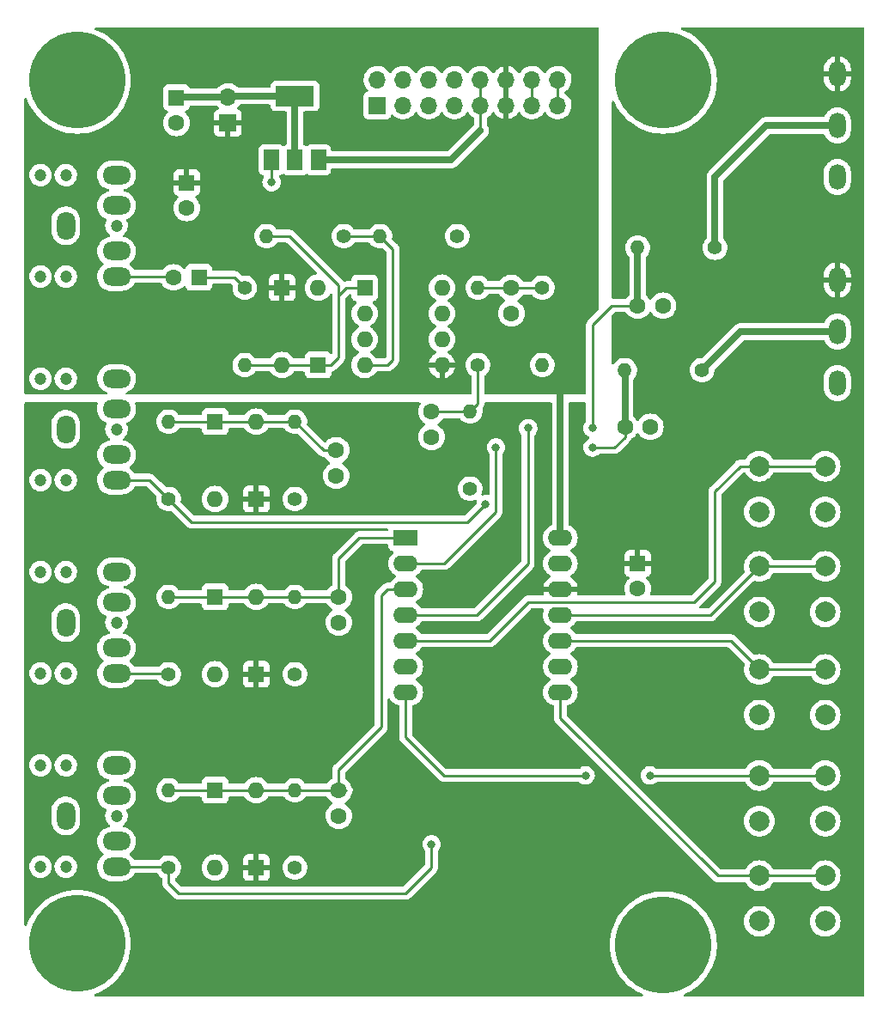
<source format=gtl>
%TF.GenerationSoftware,KiCad,Pcbnew,(6.0.1)*%
%TF.CreationDate,2022-09-22T07:34:11-04:00*%
%TF.ProjectId,SYNTH-VCO-01,53594e54-482d-4564-934f-2d30312e6b69,1*%
%TF.SameCoordinates,Original*%
%TF.FileFunction,Copper,L1,Top*%
%TF.FilePolarity,Positive*%
%FSLAX46Y46*%
G04 Gerber Fmt 4.6, Leading zero omitted, Abs format (unit mm)*
G04 Created by KiCad (PCBNEW (6.0.1)) date 2022-09-22 07:34:11*
%MOMM*%
%LPD*%
G01*
G04 APERTURE LIST*
%TA.AperFunction,ComponentPad*%
%ADD10C,1.200000*%
%TD*%
%TA.AperFunction,ComponentPad*%
%ADD11O,2.800000X1.800000*%
%TD*%
%TA.AperFunction,ComponentPad*%
%ADD12O,1.800000X2.800000*%
%TD*%
%TA.AperFunction,ComponentPad*%
%ADD13R,1.700000X1.700000*%
%TD*%
%TA.AperFunction,ComponentPad*%
%ADD14O,1.700000X1.700000*%
%TD*%
%TA.AperFunction,SMDPad,CuDef*%
%ADD15R,1.500000X2.000000*%
%TD*%
%TA.AperFunction,SMDPad,CuDef*%
%ADD16R,3.800000X2.000000*%
%TD*%
%TA.AperFunction,ComponentPad*%
%ADD17O,1.400000X1.400000*%
%TD*%
%TA.AperFunction,ComponentPad*%
%ADD18C,1.400000*%
%TD*%
%TA.AperFunction,ComponentPad*%
%ADD19R,1.600000X1.600000*%
%TD*%
%TA.AperFunction,ComponentPad*%
%ADD20O,1.600000X1.600000*%
%TD*%
%TA.AperFunction,ComponentPad*%
%ADD21C,1.600000*%
%TD*%
%TA.AperFunction,ComponentPad*%
%ADD22C,9.525000*%
%TD*%
%TA.AperFunction,ComponentPad*%
%ADD23O,1.651000X2.540000*%
%TD*%
%TA.AperFunction,ComponentPad*%
%ADD24C,2.000000*%
%TD*%
%TA.AperFunction,ComponentPad*%
%ADD25R,2.400000X1.600000*%
%TD*%
%TA.AperFunction,ComponentPad*%
%ADD26O,2.400000X1.600000*%
%TD*%
%TA.AperFunction,ViaPad*%
%ADD27C,0.800000*%
%TD*%
%TA.AperFunction,Conductor*%
%ADD28C,0.254000*%
%TD*%
%TA.AperFunction,Conductor*%
%ADD29C,0.635000*%
%TD*%
G04 APERTURE END LIST*
D10*
%TO.P,J3,90*%
%TO.N,N/C*%
X88448000Y-57992000D03*
X88448000Y-67992000D03*
X90948000Y-57992000D03*
X95948000Y-62992000D03*
X90948000Y-67992000D03*
D11*
%TO.P,J3,R*%
%TO.N,unconnected-(J3-PadR)*%
X95948000Y-57992000D03*
%TO.P,J3,RN*%
%TO.N,N/C*%
X95948000Y-60992000D03*
D12*
%TO.P,J3,S*%
%TO.N,GND*%
X90948000Y-62992000D03*
D11*
%TO.P,J3,T*%
%TO.N,/GATE*%
X95948000Y-67992000D03*
%TO.P,J3,TN*%
%TO.N,N/C*%
X95948000Y-65492000D03*
%TD*%
D13*
%TO.P,J1,1,Pin_1*%
%TO.N,unconnected-(J1-Pad1)*%
X121666000Y-31050000D03*
D14*
%TO.P,J1,2,Pin_2*%
%TO.N,unconnected-(J1-Pad2)*%
X121666000Y-28510000D03*
%TO.P,J1,3,Pin_3*%
%TO.N,GND*%
X124206000Y-31050000D03*
%TO.P,J1,4,Pin_4*%
X124206000Y-28510000D03*
%TO.P,J1,5,Pin_5*%
X126746000Y-31050000D03*
%TO.P,J1,6,Pin_6*%
X126746000Y-28510000D03*
%TO.P,J1,7,Pin_7*%
X129286000Y-31050000D03*
%TO.P,J1,8,Pin_8*%
X129286000Y-28510000D03*
%TO.P,J1,9,Pin_9*%
%TO.N,+12V*%
X131826000Y-31050000D03*
%TO.P,J1,10,Pin_10*%
X131826000Y-28510000D03*
%TO.P,J1,11,Pin_11*%
%TO.N,+5V*%
X134366000Y-31050000D03*
%TO.P,J1,12,Pin_12*%
X134366000Y-28510000D03*
%TO.P,J1,13,Pin_13*%
%TO.N,/CV*%
X136906000Y-31050000D03*
%TO.P,J1,14,Pin_14*%
X136906000Y-28510000D03*
%TO.P,J1,15,Pin_15*%
%TO.N,/GATE*%
X139446000Y-31050000D03*
%TO.P,J1,16,Pin_16*%
X139446000Y-28510000D03*
%TD*%
D15*
%TO.P,U1,1,GND*%
%TO.N,GND*%
X111238000Y-36424000D03*
%TO.P,U1,2,VO*%
%TO.N,Net-(C1-Pad1)*%
X113538000Y-36424000D03*
%TO.P,U1,3,VIN*%
%TO.N,+12V*%
X115838000Y-36424000D03*
D16*
%TO.P,U1,4,VO*%
%TO.N,Net-(C1-Pad1)*%
X113538000Y-30124000D03*
%TD*%
D17*
%TO.P,R10,2*%
%TO.N,/GATE_C*%
X113538000Y-62230000D03*
D18*
%TO.P,R10,1*%
%TO.N,GND*%
X113538000Y-69850000D03*
%TD*%
%TO.P,R9,1*%
%TO.N,/GATE*%
X101092000Y-69850000D03*
D17*
%TO.P,R9,2*%
%TO.N,/GATE_C*%
X101092000Y-62230000D03*
%TD*%
D13*
%TO.P,H1,1,Pin_1*%
%TO.N,+5V*%
X106934000Y-32771000D03*
D14*
%TO.P,H1,2,Pin_2*%
%TO.N,Net-(C1-Pad1)*%
X106934000Y-30231000D03*
%TD*%
D19*
%TO.P,D3,1,K*%
%TO.N,/GATE_C*%
X105664000Y-62230000D03*
D20*
%TO.P,D3,2,A*%
%TO.N,GND*%
X105664000Y-69850000D03*
%TD*%
D19*
%TO.P,C1,1*%
%TO.N,Net-(C1-Pad1)*%
X101854000Y-30290888D03*
D21*
%TO.P,C1,2*%
%TO.N,GND*%
X101854000Y-32790888D03*
%TD*%
%TO.P,C8,1*%
%TO.N,/GATE_C*%
X117602000Y-65044000D03*
%TO.P,C8,2*%
%TO.N,GND*%
X117602000Y-67544000D03*
%TD*%
D19*
%TO.P,C2,1*%
%TO.N,+5V*%
X102870000Y-38672888D03*
D21*
%TO.P,C2,2*%
%TO.N,GND*%
X102870000Y-41172888D03*
%TD*%
D19*
%TO.P,C9,1*%
%TO.N,+3V3*%
X147320000Y-76200000D03*
D21*
%TO.P,C9,2*%
%TO.N,GND*%
X147320000Y-78700000D03*
%TD*%
D19*
%TO.P,D2,1,K*%
%TO.N,Net-(D1-Pad1)*%
X115824000Y-56642000D03*
D20*
%TO.P,D2,2,A*%
%TO.N,GND*%
X115824000Y-49022000D03*
%TD*%
D22*
%TO.P,MTG2,1*%
%TO.N,N/C*%
X92075000Y-113665000D03*
%TD*%
D23*
%TO.P,RV2,1,1*%
%TO.N,+3V3*%
X167005000Y-48260000D03*
%TO.P,RV2,2,2*%
%TO.N,Net-(R7-Pad1)*%
X167005000Y-53340000D03*
%TO.P,RV2,3,3*%
%TO.N,GND*%
X167005000Y-58420000D03*
%TD*%
D19*
%TO.P,D6,1,K*%
%TO.N,+3V3*%
X109728000Y-87122000D03*
D20*
%TO.P,D6,2,A*%
%TO.N,/VPEROCT*%
X109728000Y-79502000D03*
%TD*%
D19*
%TO.P,D8,1,K*%
%TO.N,+3V3*%
X109728000Y-106172000D03*
D20*
%TO.P,D8,2,A*%
%TO.N,/MODCV*%
X109728000Y-98552000D03*
%TD*%
D22*
%TO.P,MTG3,1*%
%TO.N,N/C*%
X149860000Y-28575000D03*
%TD*%
D24*
%TO.P,SW2,1,1*%
%TO.N,/MODE_UP*%
X165810000Y-76490000D03*
X159310000Y-76490000D03*
%TO.P,SW2,2,2*%
%TO.N,GND*%
X159310000Y-80990000D03*
X165810000Y-80990000D03*
%TD*%
D19*
%TO.P,D5,1,K*%
%TO.N,/VPEROCT*%
X105664000Y-79502000D03*
D20*
%TO.P,D5,2,A*%
%TO.N,GND*%
X105664000Y-87122000D03*
%TD*%
D24*
%TO.P,SW1,1,1*%
%TO.N,GND*%
X165810000Y-71120000D03*
X159310000Y-71120000D03*
%TO.P,SW1,2,2*%
%TO.N,/PUSH*%
X165810000Y-66620000D03*
X159310000Y-66620000D03*
%TD*%
D18*
%TO.P,R13,1*%
%TO.N,/CV*%
X101092000Y-106172000D03*
D17*
%TO.P,R13,2*%
%TO.N,/MODCV*%
X101092000Y-98552000D03*
%TD*%
D18*
%TO.P,R3,1*%
%TO.N,Net-(R3-Pad1)*%
X154940000Y-45085000D03*
D17*
%TO.P,R3,2*%
%TO.N,/MOD_POT*%
X147320000Y-45085000D03*
%TD*%
D18*
%TO.P,R1,1*%
%TO.N,Net-(R1-Pad1)*%
X118364000Y-43942000D03*
D17*
%TO.P,R1,2*%
%TO.N,Net-(D1-Pad1)*%
X110744000Y-43942000D03*
%TD*%
D10*
%TO.P,J5,90*%
%TO.N,N/C*%
X88448000Y-106092000D03*
X95948000Y-101092000D03*
X88448000Y-96092000D03*
X90948000Y-96092000D03*
X90948000Y-106092000D03*
D11*
%TO.P,J5,R*%
%TO.N,unconnected-(J5-PadR)*%
X95948000Y-96092000D03*
%TO.P,J5,RN*%
%TO.N,N/C*%
X95948000Y-99092000D03*
D12*
%TO.P,J5,S*%
%TO.N,GND*%
X90948000Y-101092000D03*
D11*
%TO.P,J5,T*%
%TO.N,/CV*%
X95948000Y-106092000D03*
%TO.P,J5,TN*%
%TO.N,N/C*%
X95948000Y-103592000D03*
%TD*%
D21*
%TO.P,C10,1*%
%TO.N,/VPEROCT*%
X117856000Y-79522000D03*
%TO.P,C10,2*%
%TO.N,GND*%
X117856000Y-82022000D03*
%TD*%
D24*
%TO.P,SW4,1,1*%
%TO.N,GND*%
X159310000Y-101600000D03*
X165810000Y-101600000D03*
%TO.P,SW4,2,2*%
%TO.N,/OCT_UP*%
X159310000Y-97100000D03*
X165810000Y-97100000D03*
%TD*%
D21*
%TO.P,C6,1*%
%TO.N,Net-(C6-Pad1)*%
X127000000Y-61234000D03*
%TO.P,C6,2*%
%TO.N,GND*%
X127000000Y-63734000D03*
%TD*%
D18*
%TO.P,R5,1*%
%TO.N,Net-(C6-Pad1)*%
X131572000Y-56642000D03*
D17*
%TO.P,R5,2*%
%TO.N,/PRE_FILT*%
X131572000Y-49022000D03*
%TD*%
D18*
%TO.P,R11,1*%
%TO.N,/V_OCT*%
X101092000Y-87122000D03*
D17*
%TO.P,R11,2*%
%TO.N,/VPEROCT*%
X101092000Y-79502000D03*
%TD*%
D21*
%TO.P,C11,1*%
%TO.N,/MODCV*%
X117856000Y-98572000D03*
%TO.P,C11,2*%
%TO.N,GND*%
X117856000Y-101072000D03*
%TD*%
D19*
%TO.P,D1,1,K*%
%TO.N,+5V*%
X112268000Y-49022000D03*
D20*
%TO.P,D1,2,A*%
%TO.N,Net-(D1-Pad1)*%
X112268000Y-56642000D03*
%TD*%
D24*
%TO.P,SW3,1,1*%
%TO.N,/MODE_DN*%
X159310000Y-86650000D03*
X165810000Y-86650000D03*
%TO.P,SW3,2,2*%
%TO.N,GND*%
X159310000Y-91150000D03*
X165810000Y-91150000D03*
%TD*%
D19*
%TO.P,D7,1,K*%
%TO.N,/MODCV*%
X105664000Y-98552000D03*
D20*
%TO.P,D7,2,A*%
%TO.N,GND*%
X105664000Y-106172000D03*
%TD*%
D19*
%TO.P,U2,1*%
%TO.N,Net-(D1-Pad1)*%
X120406000Y-49032000D03*
D20*
%TO.P,U2,2,V-*%
%TO.N,GND*%
X120406000Y-51572000D03*
%TO.P,U2,3,+*%
%TO.N,/PRE_FILT*%
X120406000Y-54112000D03*
%TO.P,U2,4,-*%
%TO.N,Net-(R1-Pad1)*%
X120406000Y-56652000D03*
%TO.P,U2,5,V+*%
%TO.N,+5V*%
X128026000Y-56652000D03*
%TO.P,U2,6*%
%TO.N,N/C*%
X128026000Y-54112000D03*
%TO.P,U2,7*%
X128026000Y-51572000D03*
%TO.P,U2,8*%
X128026000Y-49032000D03*
%TD*%
D18*
%TO.P,R4,1*%
%TO.N,/AUD_OUT*%
X108585000Y-49022000D03*
D17*
%TO.P,R4,2*%
%TO.N,Net-(D1-Pad1)*%
X108585000Y-56642000D03*
%TD*%
D19*
%TO.P,D4,1,K*%
%TO.N,+3V3*%
X109728000Y-69850000D03*
D20*
%TO.P,D4,2,A*%
%TO.N,/GATE_C*%
X109728000Y-62230000D03*
%TD*%
D21*
%TO.P,C4,1*%
%TO.N,/PRE_FILT*%
X134874000Y-49042000D03*
%TO.P,C4,2*%
%TO.N,GND*%
X134874000Y-51542000D03*
%TD*%
D18*
%TO.P,R7,1*%
%TO.N,Net-(R7-Pad1)*%
X153670000Y-57150000D03*
D17*
%TO.P,R7,2*%
%TO.N,/FREQ_POT*%
X146050000Y-57150000D03*
%TD*%
D25*
%TO.P,U3,1,D0/P26*%
%TO.N,/VPEROCT*%
X124460000Y-73660000D03*
D26*
%TO.P,U3,2,D1/P27*%
%TO.N,/FREQ_POT*%
X124460000Y-76200000D03*
%TO.P,U3,3,D2/P28*%
%TO.N,/MODCV*%
X124460000Y-78740000D03*
%TO.P,U3,4,D3/P29*%
%TO.N,/MOD_POT*%
X124460000Y-81280000D03*
%TO.P,U3,5,D4/SDA/P6*%
%TO.N,/PUSH*%
X124460000Y-83820000D03*
%TO.P,U3,6,D5/SCL/P7*%
%TO.N,/GATE_C*%
X124460000Y-86360000D03*
%TO.P,U3,7,D6/TX/P0*%
%TO.N,/OCT_UP*%
X124460000Y-88900000D03*
%TO.P,U3,8,D7/RX/P1*%
%TO.N,/OCT_DN*%
X139700000Y-88900000D03*
%TO.P,U3,9,D8/SCK/P2*%
%TO.N,/WAV*%
X139700000Y-86360000D03*
%TO.P,U3,10,D9/MISO/P4*%
%TO.N,/MODE_DN*%
X139700000Y-83820000D03*
%TO.P,U3,11,D10/MOSI/P3*%
%TO.N,/MODE_UP*%
X139700000Y-81280000D03*
%TO.P,U3,12,3.3V*%
%TO.N,+3V3*%
X139700000Y-78740000D03*
%TO.P,U3,13,GND*%
%TO.N,GND*%
X139700000Y-76200000D03*
%TO.P,U3,14,5V*%
%TO.N,+5V*%
X139700000Y-73660000D03*
%TD*%
D22*
%TO.P,MTG4,1*%
%TO.N,N/C*%
X149860000Y-113792000D03*
%TD*%
%TO.P,MTG1,1*%
%TO.N,N/C*%
X92075000Y-28575000D03*
%TD*%
D18*
%TO.P,R14,1*%
%TO.N,GND*%
X113538000Y-106172000D03*
D17*
%TO.P,R14,2*%
%TO.N,/MODCV*%
X113538000Y-98552000D03*
%TD*%
D21*
%TO.P,C5,1*%
%TO.N,/MOD_POT*%
X147320000Y-50800000D03*
%TO.P,C5,2*%
%TO.N,GND*%
X149820000Y-50800000D03*
%TD*%
D18*
%TO.P,R2,1*%
%TO.N,GND*%
X129540000Y-43942000D03*
D17*
%TO.P,R2,2*%
%TO.N,Net-(R1-Pad1)*%
X121920000Y-43942000D03*
%TD*%
D24*
%TO.P,SW5,1,1*%
%TO.N,/OCT_DN*%
X165810000Y-106970000D03*
X159310000Y-106970000D03*
%TO.P,SW5,2,2*%
%TO.N,GND*%
X165810000Y-111470000D03*
X159310000Y-111470000D03*
%TD*%
D23*
%TO.P,RV1,1,1*%
%TO.N,+3V3*%
X167005000Y-27945000D03*
%TO.P,RV1,2,2*%
%TO.N,Net-(R3-Pad1)*%
X167005000Y-33025000D03*
%TO.P,RV1,3,3*%
%TO.N,GND*%
X167005000Y-38105000D03*
%TD*%
D18*
%TO.P,R6,1*%
%TO.N,/PRE_FILT*%
X137922000Y-49022000D03*
D17*
%TO.P,R6,2*%
%TO.N,GND*%
X137922000Y-56642000D03*
%TD*%
D18*
%TO.P,R8,1*%
%TO.N,/WAV*%
X130810000Y-68834000D03*
D17*
%TO.P,R8,2*%
%TO.N,Net-(C6-Pad1)*%
X130810000Y-61214000D03*
%TD*%
D19*
%TO.P,C3,1*%
%TO.N,/AUD_OUT*%
X104075113Y-48006000D03*
D21*
%TO.P,C3,2*%
%TO.N,Net-(C3-Pad2)*%
X101575113Y-48006000D03*
%TD*%
D10*
%TO.P,J4,90*%
%TO.N,N/C*%
X88448000Y-77042000D03*
X90948000Y-77042000D03*
X95948000Y-82042000D03*
X90948000Y-87042000D03*
X88448000Y-87042000D03*
D11*
%TO.P,J4,R*%
%TO.N,unconnected-(J4-PadR)*%
X95948000Y-77042000D03*
%TO.P,J4,RN*%
%TO.N,N/C*%
X95948000Y-80042000D03*
D12*
%TO.P,J4,S*%
%TO.N,GND*%
X90948000Y-82042000D03*
D11*
%TO.P,J4,T*%
%TO.N,/V_OCT*%
X95948000Y-87042000D03*
%TO.P,J4,TN*%
%TO.N,N/C*%
X95948000Y-84542000D03*
%TD*%
D10*
%TO.P,J2,90*%
%TO.N,N/C*%
X90948000Y-37926000D03*
X88448000Y-37926000D03*
X90948000Y-47926000D03*
X95948000Y-42926000D03*
X88448000Y-47926000D03*
D11*
%TO.P,J2,R*%
%TO.N,unconnected-(J2-PadR)*%
X95948000Y-37926000D03*
%TO.P,J2,RN*%
%TO.N,N/C*%
X95948000Y-40926000D03*
D12*
%TO.P,J2,S*%
%TO.N,GND*%
X90948000Y-42926000D03*
D11*
%TO.P,J2,T*%
%TO.N,Net-(C3-Pad2)*%
X95948000Y-47926000D03*
%TO.P,J2,TN*%
%TO.N,N/C*%
X95948000Y-45426000D03*
%TD*%
D18*
%TO.P,R12,1*%
%TO.N,GND*%
X113538000Y-87122000D03*
D17*
%TO.P,R12,2*%
%TO.N,/VPEROCT*%
X113538000Y-79502000D03*
%TD*%
D21*
%TO.P,C7,1*%
%TO.N,/FREQ_POT*%
X146070000Y-62738000D03*
%TO.P,C7,2*%
%TO.N,GND*%
X148570000Y-62738000D03*
%TD*%
D27*
%TO.N,/GATE*%
X132334000Y-70358000D03*
%TO.N,GND*%
X111238000Y-38622000D03*
%TO.N,/CV*%
X127000000Y-103886000D03*
%TO.N,/FREQ_POT*%
X133350000Y-64770000D03*
X142875000Y-64770000D03*
%TO.N,/MOD_POT*%
X142875000Y-62865000D03*
X136525000Y-62865000D03*
%TO.N,/OCT_UP*%
X148535000Y-97100000D03*
X142185000Y-97100000D03*
%TD*%
D28*
%TO.N,Net-(C3-Pad2)*%
X95948000Y-47926000D02*
X101495113Y-47926000D01*
%TO.N,/AUD_OUT*%
X107569000Y-48006000D02*
X108585000Y-49022000D01*
X104075113Y-48006000D02*
X107569000Y-48006000D01*
%TO.N,/PUSH*%
X157408000Y-66620000D02*
X159310000Y-66620000D01*
X154940000Y-77978000D02*
X154940000Y-69088000D01*
X136525000Y-80010000D02*
X152908000Y-80010000D01*
X154940000Y-69088000D02*
X157408000Y-66620000D01*
X132715000Y-83820000D02*
X136525000Y-80010000D01*
X152908000Y-80010000D02*
X154940000Y-77978000D01*
X124460000Y-83820000D02*
X132715000Y-83820000D01*
%TO.N,/MODE_UP*%
X154520000Y-81280000D02*
X159310000Y-76490000D01*
X139700000Y-81280000D02*
X154520000Y-81280000D01*
%TO.N,/MODE_DN*%
X139700000Y-83820000D02*
X156480000Y-83820000D01*
X156480000Y-83820000D02*
X159310000Y-86650000D01*
%TO.N,/GATE*%
X99234000Y-67992000D02*
X101092000Y-69850000D01*
X95948000Y-67992000D02*
X99234000Y-67992000D01*
%TO.N,/VPEROCT*%
X113538000Y-79502000D02*
X117836000Y-79502000D01*
X109728000Y-79502000D02*
X113538000Y-79502000D01*
X117856000Y-75692000D02*
X117856000Y-79522000D01*
X119888000Y-73660000D02*
X117856000Y-75692000D01*
X124460000Y-73660000D02*
X119888000Y-73660000D01*
X109728000Y-79502000D02*
X105664000Y-79502000D01*
X101092000Y-79502000D02*
X105664000Y-79502000D01*
%TO.N,/V_OCT*%
X95948000Y-87042000D02*
X101012000Y-87042000D01*
%TO.N,/CV*%
X124460000Y-108712000D02*
X127000000Y-106172000D01*
X127000000Y-106172000D02*
X127000000Y-103886000D01*
X101092000Y-107696000D02*
X102108000Y-108712000D01*
X102108000Y-108712000D02*
X124460000Y-108712000D01*
X101092000Y-106172000D02*
X101092000Y-107696000D01*
X95948000Y-106092000D02*
X101012000Y-106092000D01*
%TO.N,/MODCV*%
X117856000Y-96520000D02*
X117856000Y-98572000D01*
X122047000Y-92329000D02*
X117856000Y-96520000D01*
%TO.N,/GATE*%
X103378000Y-72136000D02*
X130556000Y-72136000D01*
X101092000Y-69850000D02*
X103378000Y-72136000D01*
X130556000Y-72136000D02*
X132334000Y-70358000D01*
%TO.N,/GATE_C*%
X101092000Y-62230000D02*
X109982000Y-62230000D01*
D29*
%TO.N,Net-(C1-Pad1)*%
X106934000Y-30231000D02*
X101913888Y-30231000D01*
X113538000Y-30124000D02*
X107041000Y-30124000D01*
D28*
%TO.N,/GATE_C*%
X109728000Y-62230000D02*
X113538000Y-62230000D01*
X116352000Y-65044000D02*
X113538000Y-62230000D01*
X117602000Y-65044000D02*
X116352000Y-65044000D01*
%TO.N,+12V*%
X131826000Y-33528000D02*
X131826000Y-31050000D01*
D29*
X128930000Y-36424000D02*
X131826000Y-33528000D01*
X115838000Y-36424000D02*
X128930000Y-36424000D01*
%TO.N,Net-(C1-Pad1)*%
X113538000Y-36424000D02*
X113538000Y-30124000D01*
D28*
%TO.N,GND*%
X111238000Y-38622000D02*
X111238000Y-36424000D01*
%TO.N,/MODCV*%
X122682000Y-78740000D02*
X122047000Y-79375000D01*
X124460000Y-78740000D02*
X122682000Y-78740000D01*
X122047000Y-79375000D02*
X122047000Y-92329000D01*
X113538000Y-98552000D02*
X118598000Y-98552000D01*
%TO.N,Net-(D1-Pad1)*%
X112997022Y-43942000D02*
X110744000Y-43942000D01*
X117856000Y-48800978D02*
X112997022Y-43942000D01*
X117856000Y-49784000D02*
X117856000Y-48800978D01*
%TO.N,Net-(C6-Pad1)*%
X131572000Y-60452000D02*
X131572000Y-56642000D01*
X130810000Y-61214000D02*
X131572000Y-60452000D01*
X127000000Y-61234000D02*
X130790000Y-61234000D01*
%TO.N,/PRE_FILT*%
X134874000Y-49042000D02*
X137902000Y-49042000D01*
X131572000Y-49022000D02*
X134854000Y-49022000D01*
%TO.N,Net-(R1-Pad1)*%
X118364000Y-43942000D02*
X121920000Y-43942000D01*
X123190000Y-45212000D02*
X121920000Y-43942000D01*
X123190000Y-56134000D02*
X123190000Y-45212000D01*
X122672000Y-56652000D02*
X123190000Y-56134000D01*
X120406000Y-56652000D02*
X122672000Y-56652000D01*
%TO.N,Net-(D1-Pad1)*%
X117094000Y-56642000D02*
X115824000Y-56642000D01*
X117856000Y-55880000D02*
X117094000Y-56642000D01*
X117856000Y-49784000D02*
X117856000Y-55880000D01*
X118608000Y-49032000D02*
X117856000Y-49784000D01*
X120406000Y-49032000D02*
X118608000Y-49032000D01*
X112268000Y-56642000D02*
X115824000Y-56642000D01*
X108585000Y-56642000D02*
X112268000Y-56642000D01*
%TO.N,/GATE*%
X139446000Y-28510000D02*
X139446000Y-31050000D01*
%TO.N,/CV*%
X136906000Y-28510000D02*
X136906000Y-31050000D01*
%TO.N,+12V*%
X131826000Y-31050000D02*
X131826000Y-28510000D01*
D29*
%TO.N,+5V*%
X139700000Y-73660000D02*
X139700000Y-58420000D01*
D28*
%TO.N,+3V3*%
X144145000Y-76200000D02*
X147320000Y-76200000D01*
X141605000Y-78740000D02*
X144145000Y-76200000D01*
X139700000Y-78740000D02*
X141605000Y-78740000D01*
%TO.N,/FREQ_POT*%
X142875000Y-64770000D02*
X145034000Y-64770000D01*
X133350000Y-71120000D02*
X133350000Y-64770000D01*
X124460000Y-76200000D02*
X128270000Y-76200000D01*
X128270000Y-76200000D02*
X133350000Y-71120000D01*
X146070000Y-63734000D02*
X146070000Y-61976000D01*
D29*
X146070000Y-61976000D02*
X146070000Y-57170000D01*
D28*
X145034000Y-64770000D02*
X146070000Y-63734000D01*
%TO.N,/MODCV*%
X101600000Y-98552000D02*
X113538000Y-98552000D01*
%TO.N,/MOD_POT*%
X136525000Y-76200000D02*
X136525000Y-62865000D01*
X142875000Y-62865000D02*
X142875000Y-52705000D01*
X142875000Y-52705000D02*
X144780000Y-50800000D01*
X131445000Y-81280000D02*
X136525000Y-76200000D01*
X144780000Y-50800000D02*
X147320000Y-50800000D01*
D29*
X147320000Y-50800000D02*
X147320000Y-45085000D01*
D28*
X124460000Y-81280000D02*
X131445000Y-81280000D01*
%TO.N,/PUSH*%
X159310000Y-66620000D02*
X165810000Y-66620000D01*
%TO.N,/OCT_UP*%
X165810000Y-97100000D02*
X159310000Y-97100000D01*
X128215000Y-97100000D02*
X142185000Y-97100000D01*
X159310000Y-97100000D02*
X148535000Y-97100000D01*
X124460000Y-93345000D02*
X128215000Y-97100000D01*
X124460000Y-88900000D02*
X124460000Y-93345000D01*
%TO.N,/OCT_DN*%
X159310000Y-106970000D02*
X155230000Y-106970000D01*
X155230000Y-106970000D02*
X139700000Y-91440000D01*
X165810000Y-106970000D02*
X159310000Y-106970000D01*
X139700000Y-91440000D02*
X139700000Y-88900000D01*
%TO.N,/MODE_DN*%
X159310000Y-86650000D02*
X165810000Y-86650000D01*
%TO.N,/MODE_UP*%
X159310000Y-76490000D02*
X165810000Y-76490000D01*
D29*
%TO.N,Net-(R3-Pad1)*%
X160025000Y-33025000D02*
X167005000Y-33025000D01*
X154940000Y-38100000D02*
X160020000Y-33020000D01*
X154940000Y-38100000D02*
X154940000Y-45085000D01*
D28*
X160020000Y-33020000D02*
X160025000Y-33025000D01*
D29*
%TO.N,Net-(R7-Pad1)*%
X167005000Y-53340000D02*
X157480000Y-53340000D01*
X157480000Y-53340000D02*
X153670000Y-57150000D01*
%TD*%
%TA.AperFunction,Conductor*%
%TO.N,+3V3*%
G36*
X169614121Y-23388002D02*
G01*
X169660614Y-23441658D01*
X169672000Y-23494000D01*
X169672000Y-118746000D01*
X169651998Y-118814121D01*
X169598342Y-118860614D01*
X169546000Y-118872000D01*
X152003028Y-118872000D01*
X151934907Y-118851998D01*
X151888414Y-118798342D01*
X151878310Y-118728068D01*
X151907804Y-118663488D01*
X151954810Y-118629591D01*
X151963888Y-118625831D01*
X152089743Y-118573700D01*
X152498011Y-118361169D01*
X152886202Y-118113864D01*
X153125147Y-117930515D01*
X153249194Y-117835331D01*
X153249200Y-117835326D01*
X153251362Y-117833667D01*
X153590711Y-117522711D01*
X153901667Y-117183362D01*
X154181864Y-116818202D01*
X154429169Y-116430011D01*
X154641700Y-116021743D01*
X154817839Y-115596506D01*
X154860875Y-115460015D01*
X154955417Y-115160165D01*
X154955418Y-115160160D01*
X154956246Y-115157535D01*
X155055867Y-114708172D01*
X155115945Y-114251836D01*
X155121371Y-114127575D01*
X155135902Y-113794748D01*
X155136022Y-113792000D01*
X155115945Y-113332164D01*
X155067546Y-112964535D01*
X155056226Y-112878553D01*
X155056225Y-112878548D01*
X155055867Y-112875828D01*
X154956246Y-112426465D01*
X154872603Y-112161183D01*
X154818668Y-111990122D01*
X154818665Y-111990114D01*
X154817839Y-111987494D01*
X154641700Y-111562257D01*
X154593674Y-111470000D01*
X157796835Y-111470000D01*
X157815465Y-111706711D01*
X157870895Y-111937594D01*
X157872788Y-111942165D01*
X157872789Y-111942167D01*
X157892653Y-111990122D01*
X157961760Y-112156963D01*
X157964346Y-112161183D01*
X158083241Y-112355202D01*
X158083245Y-112355208D01*
X158085824Y-112359416D01*
X158240031Y-112539969D01*
X158420584Y-112694176D01*
X158424792Y-112696755D01*
X158424798Y-112696759D01*
X158509767Y-112748828D01*
X158623037Y-112818240D01*
X158627607Y-112820133D01*
X158627611Y-112820135D01*
X158768646Y-112878553D01*
X158842406Y-112909105D01*
X158922609Y-112928360D01*
X159068476Y-112963380D01*
X159068482Y-112963381D01*
X159073289Y-112964535D01*
X159310000Y-112983165D01*
X159546711Y-112964535D01*
X159551518Y-112963381D01*
X159551524Y-112963380D01*
X159697391Y-112928360D01*
X159777594Y-112909105D01*
X159851354Y-112878553D01*
X159992389Y-112820135D01*
X159992393Y-112820133D01*
X159996963Y-112818240D01*
X160110233Y-112748828D01*
X160195202Y-112696759D01*
X160195208Y-112696755D01*
X160199416Y-112694176D01*
X160379969Y-112539969D01*
X160534176Y-112359416D01*
X160536755Y-112355208D01*
X160536759Y-112355202D01*
X160655654Y-112161183D01*
X160658240Y-112156963D01*
X160727348Y-111990122D01*
X160747211Y-111942167D01*
X160747212Y-111942165D01*
X160749105Y-111937594D01*
X160804535Y-111706711D01*
X160823165Y-111470000D01*
X164296835Y-111470000D01*
X164315465Y-111706711D01*
X164370895Y-111937594D01*
X164372788Y-111942165D01*
X164372789Y-111942167D01*
X164392653Y-111990122D01*
X164461760Y-112156963D01*
X164464346Y-112161183D01*
X164583241Y-112355202D01*
X164583245Y-112355208D01*
X164585824Y-112359416D01*
X164740031Y-112539969D01*
X164920584Y-112694176D01*
X164924792Y-112696755D01*
X164924798Y-112696759D01*
X165009767Y-112748828D01*
X165123037Y-112818240D01*
X165127607Y-112820133D01*
X165127611Y-112820135D01*
X165268646Y-112878553D01*
X165342406Y-112909105D01*
X165422609Y-112928360D01*
X165568476Y-112963380D01*
X165568482Y-112963381D01*
X165573289Y-112964535D01*
X165810000Y-112983165D01*
X166046711Y-112964535D01*
X166051518Y-112963381D01*
X166051524Y-112963380D01*
X166197391Y-112928360D01*
X166277594Y-112909105D01*
X166351354Y-112878553D01*
X166492389Y-112820135D01*
X166492393Y-112820133D01*
X166496963Y-112818240D01*
X166610233Y-112748828D01*
X166695202Y-112696759D01*
X166695208Y-112696755D01*
X166699416Y-112694176D01*
X166879969Y-112539969D01*
X167034176Y-112359416D01*
X167036755Y-112355208D01*
X167036759Y-112355202D01*
X167155654Y-112161183D01*
X167158240Y-112156963D01*
X167227348Y-111990122D01*
X167247211Y-111942167D01*
X167247212Y-111942165D01*
X167249105Y-111937594D01*
X167304535Y-111706711D01*
X167323165Y-111470000D01*
X167304535Y-111233289D01*
X167249105Y-111002406D01*
X167158240Y-110783037D01*
X167068518Y-110636624D01*
X167036759Y-110584798D01*
X167036755Y-110584792D01*
X167034176Y-110580584D01*
X166879969Y-110400031D01*
X166699416Y-110245824D01*
X166695208Y-110243245D01*
X166695202Y-110243241D01*
X166501183Y-110124346D01*
X166496963Y-110121760D01*
X166492393Y-110119867D01*
X166492389Y-110119865D01*
X166282167Y-110032789D01*
X166282165Y-110032788D01*
X166277594Y-110030895D01*
X166197391Y-110011640D01*
X166051524Y-109976620D01*
X166051518Y-109976619D01*
X166046711Y-109975465D01*
X165810000Y-109956835D01*
X165573289Y-109975465D01*
X165568482Y-109976619D01*
X165568476Y-109976620D01*
X165422609Y-110011640D01*
X165342406Y-110030895D01*
X165337835Y-110032788D01*
X165337833Y-110032789D01*
X165127611Y-110119865D01*
X165127607Y-110119867D01*
X165123037Y-110121760D01*
X165118817Y-110124346D01*
X164924798Y-110243241D01*
X164924792Y-110243245D01*
X164920584Y-110245824D01*
X164740031Y-110400031D01*
X164585824Y-110580584D01*
X164583245Y-110584792D01*
X164583241Y-110584798D01*
X164551482Y-110636624D01*
X164461760Y-110783037D01*
X164370895Y-111002406D01*
X164315465Y-111233289D01*
X164296835Y-111470000D01*
X160823165Y-111470000D01*
X160804535Y-111233289D01*
X160749105Y-111002406D01*
X160658240Y-110783037D01*
X160568518Y-110636624D01*
X160536759Y-110584798D01*
X160536755Y-110584792D01*
X160534176Y-110580584D01*
X160379969Y-110400031D01*
X160199416Y-110245824D01*
X160195208Y-110243245D01*
X160195202Y-110243241D01*
X160001183Y-110124346D01*
X159996963Y-110121760D01*
X159992393Y-110119867D01*
X159992389Y-110119865D01*
X159782167Y-110032789D01*
X159782165Y-110032788D01*
X159777594Y-110030895D01*
X159697391Y-110011640D01*
X159551524Y-109976620D01*
X159551518Y-109976619D01*
X159546711Y-109975465D01*
X159310000Y-109956835D01*
X159073289Y-109975465D01*
X159068482Y-109976619D01*
X159068476Y-109976620D01*
X158922609Y-110011640D01*
X158842406Y-110030895D01*
X158837835Y-110032788D01*
X158837833Y-110032789D01*
X158627611Y-110119865D01*
X158627607Y-110119867D01*
X158623037Y-110121760D01*
X158618817Y-110124346D01*
X158424798Y-110243241D01*
X158424792Y-110243245D01*
X158420584Y-110245824D01*
X158240031Y-110400031D01*
X158085824Y-110580584D01*
X158083245Y-110584792D01*
X158083241Y-110584798D01*
X158051482Y-110636624D01*
X157961760Y-110783037D01*
X157870895Y-111002406D01*
X157815465Y-111233289D01*
X157796835Y-111470000D01*
X154593674Y-111470000D01*
X154429169Y-111153989D01*
X154181864Y-110765798D01*
X153998515Y-110526853D01*
X153903331Y-110402806D01*
X153903326Y-110402800D01*
X153901667Y-110400638D01*
X153590711Y-110061289D01*
X153251362Y-109750333D01*
X153249200Y-109748674D01*
X153249194Y-109748669D01*
X153125147Y-109653485D01*
X152886202Y-109470136D01*
X152498011Y-109222831D01*
X152089743Y-109010300D01*
X151664506Y-108834161D01*
X151661886Y-108833335D01*
X151661878Y-108833332D01*
X151228165Y-108696583D01*
X151228160Y-108696582D01*
X151225535Y-108695754D01*
X150776172Y-108596133D01*
X150773452Y-108595775D01*
X150773447Y-108595774D01*
X150574505Y-108569583D01*
X150319836Y-108536055D01*
X150317087Y-108535935D01*
X150317076Y-108535934D01*
X149862748Y-108516098D01*
X149860000Y-108515978D01*
X149857252Y-108516098D01*
X149402924Y-108535934D01*
X149402913Y-108535935D01*
X149400164Y-108536055D01*
X149145495Y-108569583D01*
X148946553Y-108595774D01*
X148946548Y-108595775D01*
X148943828Y-108596133D01*
X148494465Y-108695754D01*
X148491840Y-108696582D01*
X148491835Y-108696583D01*
X148058122Y-108833332D01*
X148058114Y-108833335D01*
X148055494Y-108834161D01*
X147630257Y-109010300D01*
X147221989Y-109222831D01*
X146833798Y-109470136D01*
X146594853Y-109653485D01*
X146470806Y-109748669D01*
X146470800Y-109748674D01*
X146468638Y-109750333D01*
X146129289Y-110061289D01*
X145818333Y-110400638D01*
X145816674Y-110402800D01*
X145816669Y-110402806D01*
X145721485Y-110526853D01*
X145538136Y-110765798D01*
X145290831Y-111153989D01*
X145078300Y-111562257D01*
X144902161Y-111987494D01*
X144901335Y-111990114D01*
X144901332Y-111990122D01*
X144847397Y-112161183D01*
X144763754Y-112426465D01*
X144664133Y-112875828D01*
X144663775Y-112878548D01*
X144663774Y-112878553D01*
X144652454Y-112964535D01*
X144604055Y-113332164D01*
X144583978Y-113792000D01*
X144584098Y-113794748D01*
X144598630Y-114127575D01*
X144604055Y-114251836D01*
X144664133Y-114708172D01*
X144763754Y-115157535D01*
X144764582Y-115160160D01*
X144764583Y-115160165D01*
X144859126Y-115460015D01*
X144902161Y-115596506D01*
X145078300Y-116021743D01*
X145290831Y-116430011D01*
X145538136Y-116818202D01*
X145818333Y-117183362D01*
X146129289Y-117522711D01*
X146468638Y-117833667D01*
X146470800Y-117835326D01*
X146470806Y-117835331D01*
X146594853Y-117930515D01*
X146833798Y-118113864D01*
X147221989Y-118361169D01*
X147630257Y-118573700D01*
X147756113Y-118625831D01*
X147765190Y-118629591D01*
X147820471Y-118674139D01*
X147842892Y-118741503D01*
X147825334Y-118810294D01*
X147773372Y-118858672D01*
X147716972Y-118872000D01*
X93907902Y-118872000D01*
X93839781Y-118851998D01*
X93793288Y-118798342D01*
X93783184Y-118728068D01*
X93812678Y-118663488D01*
X93870014Y-118625832D01*
X93879506Y-118622839D01*
X94304743Y-118446700D01*
X94713011Y-118234169D01*
X95101202Y-117986864D01*
X95340147Y-117803515D01*
X95464194Y-117708331D01*
X95464200Y-117708326D01*
X95466362Y-117706667D01*
X95805711Y-117395711D01*
X96116667Y-117056362D01*
X96396864Y-116691202D01*
X96644169Y-116303011D01*
X96856700Y-115894743D01*
X97032839Y-115469506D01*
X97045365Y-115429781D01*
X97170417Y-115033165D01*
X97170418Y-115033160D01*
X97171246Y-115030535D01*
X97270867Y-114581172D01*
X97330945Y-114124836D01*
X97351022Y-113665000D01*
X97350170Y-113645483D01*
X97331066Y-113207924D01*
X97331065Y-113207913D01*
X97330945Y-113205164D01*
X97270867Y-112748828D01*
X97171246Y-112299465D01*
X97127646Y-112161183D01*
X97033668Y-111863122D01*
X97033665Y-111863113D01*
X97032839Y-111860494D01*
X96856700Y-111435257D01*
X96644169Y-111026989D01*
X96396864Y-110638798D01*
X96116667Y-110273638D01*
X95805711Y-109934289D01*
X95466362Y-109623333D01*
X95464200Y-109621674D01*
X95464194Y-109621669D01*
X95340147Y-109526485D01*
X95101202Y-109343136D01*
X94713011Y-109095831D01*
X94304743Y-108883300D01*
X93879506Y-108707161D01*
X93876886Y-108706335D01*
X93876878Y-108706332D01*
X93443165Y-108569583D01*
X93443160Y-108569582D01*
X93440535Y-108568754D01*
X92991172Y-108469133D01*
X92988452Y-108468775D01*
X92988447Y-108468774D01*
X92817577Y-108446279D01*
X92534836Y-108409055D01*
X92532087Y-108408935D01*
X92532076Y-108408934D01*
X92077748Y-108389098D01*
X92075000Y-108388978D01*
X92072252Y-108389098D01*
X91617924Y-108408934D01*
X91617913Y-108408935D01*
X91615164Y-108409055D01*
X91332423Y-108446279D01*
X91161553Y-108468774D01*
X91161548Y-108468775D01*
X91158828Y-108469133D01*
X90709465Y-108568754D01*
X90706840Y-108569582D01*
X90706835Y-108569583D01*
X90273122Y-108706332D01*
X90273114Y-108706335D01*
X90270494Y-108707161D01*
X89845257Y-108883300D01*
X89436989Y-109095831D01*
X89048798Y-109343136D01*
X88809853Y-109526485D01*
X88685806Y-109621669D01*
X88685800Y-109621674D01*
X88683638Y-109623333D01*
X88344289Y-109934289D01*
X88033333Y-110273638D01*
X87753136Y-110638798D01*
X87505831Y-111026989D01*
X87293300Y-111435257D01*
X87117161Y-111860494D01*
X87114168Y-111869986D01*
X87074609Y-111928939D01*
X87009456Y-111957146D01*
X86939396Y-111945652D01*
X86886673Y-111898105D01*
X86868000Y-111832098D01*
X86868000Y-106062859D01*
X87335132Y-106062859D01*
X87348457Y-106266151D01*
X87398605Y-106463610D01*
X87483898Y-106648624D01*
X87601479Y-106814997D01*
X87623963Y-106836900D01*
X87737255Y-106947264D01*
X87747410Y-106957157D01*
X87752206Y-106960362D01*
X87752209Y-106960364D01*
X87890264Y-107052609D01*
X87916803Y-107070342D01*
X87922106Y-107072620D01*
X87922109Y-107072622D01*
X88011115Y-107110862D01*
X88103987Y-107150763D01*
X88176817Y-107167243D01*
X88297055Y-107194450D01*
X88297060Y-107194451D01*
X88302692Y-107195725D01*
X88308463Y-107195952D01*
X88308465Y-107195952D01*
X88371470Y-107198427D01*
X88506263Y-107203723D01*
X88707883Y-107174490D01*
X88713347Y-107172635D01*
X88713352Y-107172634D01*
X88895327Y-107110862D01*
X88895332Y-107110860D01*
X88900799Y-107109004D01*
X88907201Y-107105419D01*
X89051877Y-107024396D01*
X89078551Y-107009458D01*
X89235186Y-106879186D01*
X89365458Y-106722551D01*
X89436383Y-106595905D01*
X89462180Y-106549842D01*
X89462181Y-106549840D01*
X89465004Y-106544799D01*
X89466860Y-106539332D01*
X89466862Y-106539327D01*
X89528634Y-106357352D01*
X89528635Y-106357347D01*
X89530490Y-106351883D01*
X89559723Y-106150263D01*
X89561249Y-106092000D01*
X89558571Y-106062859D01*
X89835132Y-106062859D01*
X89848457Y-106266151D01*
X89898605Y-106463610D01*
X89983898Y-106648624D01*
X90101479Y-106814997D01*
X90123963Y-106836900D01*
X90237255Y-106947264D01*
X90247410Y-106957157D01*
X90252206Y-106960362D01*
X90252209Y-106960364D01*
X90390264Y-107052609D01*
X90416803Y-107070342D01*
X90422106Y-107072620D01*
X90422109Y-107072622D01*
X90511115Y-107110862D01*
X90603987Y-107150763D01*
X90676817Y-107167243D01*
X90797055Y-107194450D01*
X90797060Y-107194451D01*
X90802692Y-107195725D01*
X90808463Y-107195952D01*
X90808465Y-107195952D01*
X90871470Y-107198427D01*
X91006263Y-107203723D01*
X91207883Y-107174490D01*
X91213347Y-107172635D01*
X91213352Y-107172634D01*
X91395327Y-107110862D01*
X91395332Y-107110860D01*
X91400799Y-107109004D01*
X91407201Y-107105419D01*
X91551877Y-107024396D01*
X91578551Y-107009458D01*
X91735186Y-106879186D01*
X91865458Y-106722551D01*
X91936383Y-106595905D01*
X91962180Y-106549842D01*
X91962181Y-106549840D01*
X91965004Y-106544799D01*
X91966860Y-106539332D01*
X91966862Y-106539327D01*
X92028634Y-106357352D01*
X92028635Y-106357347D01*
X92030490Y-106351883D01*
X92059723Y-106150263D01*
X92061249Y-106092000D01*
X92055131Y-106025411D01*
X94035977Y-106025411D01*
X94044945Y-106264274D01*
X94052654Y-106301013D01*
X94087871Y-106468856D01*
X94094030Y-106498211D01*
X94181829Y-106720533D01*
X94305832Y-106924883D01*
X94309329Y-106928913D01*
X94458920Y-107101301D01*
X94462493Y-107105419D01*
X94466619Y-107108802D01*
X94466623Y-107108806D01*
X94555106Y-107181357D01*
X94647333Y-107256978D01*
X94651969Y-107259617D01*
X94651972Y-107259619D01*
X94666548Y-107267916D01*
X94855066Y-107375227D01*
X95079753Y-107456784D01*
X95085002Y-107457733D01*
X95085005Y-107457734D01*
X95310885Y-107498580D01*
X95310893Y-107498581D01*
X95314969Y-107499318D01*
X95333359Y-107500185D01*
X95338544Y-107500430D01*
X95338551Y-107500430D01*
X95340032Y-107500500D01*
X96508012Y-107500500D01*
X96686175Y-107485383D01*
X96691339Y-107484043D01*
X96691343Y-107484042D01*
X96912375Y-107426673D01*
X96912380Y-107426671D01*
X96917540Y-107425332D01*
X97006816Y-107385116D01*
X97130619Y-107329347D01*
X97130622Y-107329346D01*
X97135480Y-107327157D01*
X97333762Y-107193666D01*
X97506718Y-107028674D01*
X97649402Y-106836900D01*
X97653547Y-106828749D01*
X97669996Y-106796395D01*
X97718700Y-106744737D01*
X97782313Y-106727500D01*
X99940069Y-106727500D01*
X100008190Y-106747502D01*
X100043282Y-106781230D01*
X100162699Y-106951776D01*
X100312224Y-107101301D01*
X100316732Y-107104458D01*
X100316735Y-107104460D01*
X100402771Y-107164703D01*
X100447099Y-107220160D01*
X100456500Y-107267916D01*
X100456500Y-107616980D01*
X100455970Y-107628214D01*
X100454292Y-107635719D01*
X100454541Y-107643638D01*
X100456438Y-107704012D01*
X100456500Y-107707969D01*
X100456500Y-107735983D01*
X100456996Y-107739908D01*
X100456996Y-107739909D01*
X100457008Y-107740004D01*
X100457941Y-107751849D01*
X100459335Y-107796205D01*
X100461547Y-107803817D01*
X100465013Y-107815748D01*
X100469023Y-107835112D01*
X100471573Y-107855299D01*
X100474489Y-107862663D01*
X100474490Y-107862668D01*
X100487907Y-107896556D01*
X100491752Y-107907785D01*
X100504131Y-107950393D01*
X100508169Y-107957220D01*
X100508170Y-107957223D01*
X100514488Y-107967906D01*
X100523188Y-107985664D01*
X100527761Y-107997215D01*
X100527765Y-107997221D01*
X100530681Y-108004588D01*
X100535339Y-108010999D01*
X100535340Y-108011001D01*
X100556764Y-108040488D01*
X100563281Y-108050410D01*
X100581826Y-108081768D01*
X100581829Y-108081772D01*
X100585866Y-108088598D01*
X100600250Y-108102982D01*
X100613091Y-108118016D01*
X100625058Y-108134487D01*
X100657264Y-108161130D01*
X100659250Y-108162773D01*
X100668031Y-108170763D01*
X101602755Y-109105488D01*
X101610325Y-109113807D01*
X101614447Y-109120303D01*
X101620225Y-109125729D01*
X101620226Y-109125730D01*
X101664265Y-109167085D01*
X101667107Y-109169840D01*
X101686906Y-109189639D01*
X101690031Y-109192063D01*
X101690040Y-109192071D01*
X101690126Y-109192137D01*
X101699151Y-109199845D01*
X101731494Y-109230217D01*
X101738438Y-109234035D01*
X101738440Y-109234036D01*
X101749329Y-109240022D01*
X101765847Y-109250873D01*
X101781933Y-109263350D01*
X101822666Y-109280976D01*
X101833314Y-109286193D01*
X101844942Y-109292585D01*
X101872197Y-109307569D01*
X101879872Y-109309540D01*
X101879878Y-109309542D01*
X101891911Y-109312631D01*
X101910613Y-109319034D01*
X101929292Y-109327117D01*
X101962818Y-109332427D01*
X101973127Y-109334060D01*
X101984740Y-109336465D01*
X102027718Y-109347500D01*
X102048065Y-109347500D01*
X102067777Y-109349051D01*
X102087879Y-109352235D01*
X102095771Y-109351489D01*
X102132056Y-109348059D01*
X102143914Y-109347500D01*
X124380980Y-109347500D01*
X124392214Y-109348030D01*
X124399719Y-109349708D01*
X124468012Y-109347562D01*
X124471969Y-109347500D01*
X124499983Y-109347500D01*
X124503908Y-109347004D01*
X124503909Y-109347004D01*
X124504004Y-109346992D01*
X124515849Y-109346059D01*
X124545670Y-109345122D01*
X124552282Y-109344914D01*
X124552283Y-109344914D01*
X124560205Y-109344665D01*
X124579749Y-109338987D01*
X124599112Y-109334977D01*
X124611440Y-109333420D01*
X124611442Y-109333420D01*
X124619299Y-109332427D01*
X124626663Y-109329511D01*
X124626668Y-109329510D01*
X124660556Y-109316093D01*
X124671785Y-109312248D01*
X124688465Y-109307402D01*
X124714393Y-109299869D01*
X124721220Y-109295831D01*
X124721223Y-109295830D01*
X124731906Y-109289512D01*
X124749664Y-109280812D01*
X124761215Y-109276239D01*
X124761221Y-109276235D01*
X124768588Y-109273319D01*
X124777977Y-109266498D01*
X124804488Y-109247236D01*
X124814410Y-109240719D01*
X124845768Y-109222174D01*
X124845772Y-109222171D01*
X124852598Y-109218134D01*
X124866982Y-109203750D01*
X124882016Y-109190909D01*
X124892073Y-109183602D01*
X124898487Y-109178942D01*
X124926778Y-109144744D01*
X124934767Y-109135965D01*
X127393477Y-106677255D01*
X127401803Y-106669678D01*
X127408303Y-106665553D01*
X127455101Y-106615718D01*
X127457855Y-106612877D01*
X127477638Y-106593094D01*
X127480129Y-106589883D01*
X127487838Y-106580856D01*
X127512789Y-106554286D01*
X127518217Y-106548506D01*
X127528022Y-106530671D01*
X127538876Y-106514147D01*
X127546491Y-106504330D01*
X127546492Y-106504329D01*
X127551349Y-106498067D01*
X127568969Y-106457350D01*
X127574192Y-106446689D01*
X127591749Y-106414753D01*
X127591751Y-106414748D01*
X127595569Y-106407803D01*
X127597539Y-106400129D01*
X127597542Y-106400122D01*
X127600632Y-106388087D01*
X127607036Y-106369382D01*
X127611967Y-106357987D01*
X127615117Y-106350708D01*
X127622060Y-106306873D01*
X127624467Y-106295251D01*
X127627603Y-106283037D01*
X127635500Y-106252282D01*
X127635500Y-106231935D01*
X127637051Y-106212224D01*
X127638995Y-106199950D01*
X127640235Y-106192121D01*
X127637815Y-106166525D01*
X127636059Y-106147944D01*
X127635500Y-106136086D01*
X127635500Y-104586303D01*
X127655502Y-104518182D01*
X127667864Y-104501993D01*
X127734621Y-104427852D01*
X127734622Y-104427851D01*
X127739040Y-104422944D01*
X127834527Y-104257556D01*
X127893542Y-104075928D01*
X127913504Y-103886000D01*
X127893542Y-103696072D01*
X127834527Y-103514444D01*
X127739040Y-103349056D01*
X127611253Y-103207134D01*
X127456752Y-103094882D01*
X127450724Y-103092198D01*
X127450722Y-103092197D01*
X127288319Y-103019891D01*
X127288318Y-103019891D01*
X127282288Y-103017206D01*
X127188887Y-102997353D01*
X127101944Y-102978872D01*
X127101939Y-102978872D01*
X127095487Y-102977500D01*
X126904513Y-102977500D01*
X126898061Y-102978872D01*
X126898056Y-102978872D01*
X126811113Y-102997353D01*
X126717712Y-103017206D01*
X126711682Y-103019891D01*
X126711681Y-103019891D01*
X126549278Y-103092197D01*
X126549276Y-103092198D01*
X126543248Y-103094882D01*
X126388747Y-103207134D01*
X126260960Y-103349056D01*
X126165473Y-103514444D01*
X126106458Y-103696072D01*
X126086496Y-103886000D01*
X126106458Y-104075928D01*
X126165473Y-104257556D01*
X126260960Y-104422944D01*
X126265378Y-104427851D01*
X126265379Y-104427852D01*
X126332136Y-104501993D01*
X126362854Y-104566000D01*
X126364500Y-104586303D01*
X126364500Y-105856577D01*
X126344498Y-105924698D01*
X126327595Y-105945672D01*
X124233672Y-108039595D01*
X124171360Y-108073621D01*
X124144577Y-108076500D01*
X102423423Y-108076500D01*
X102355302Y-108056498D01*
X102334327Y-108039595D01*
X101764404Y-107469671D01*
X101730379Y-107407359D01*
X101727500Y-107380576D01*
X101727500Y-107267916D01*
X101747502Y-107199795D01*
X101781229Y-107164703D01*
X101867265Y-107104460D01*
X101867268Y-107104458D01*
X101871776Y-107101301D01*
X102021301Y-106951776D01*
X102142589Y-106778558D01*
X102163699Y-106733289D01*
X102229633Y-106591892D01*
X102229634Y-106591891D01*
X102231956Y-106586910D01*
X102241889Y-106549842D01*
X102285262Y-106387970D01*
X102285262Y-106387968D01*
X102286686Y-106382655D01*
X102305116Y-106172000D01*
X104350502Y-106172000D01*
X104370457Y-106400087D01*
X104371881Y-106405400D01*
X104371881Y-106405402D01*
X104422927Y-106595905D01*
X104429716Y-106621243D01*
X104432039Y-106626224D01*
X104432039Y-106626225D01*
X104524151Y-106823762D01*
X104524154Y-106823767D01*
X104526477Y-106828749D01*
X104564378Y-106882877D01*
X104650422Y-107005760D01*
X104657802Y-107016300D01*
X104819700Y-107178198D01*
X104824208Y-107181355D01*
X104824211Y-107181357D01*
X104865195Y-107210054D01*
X105007251Y-107309523D01*
X105012233Y-107311846D01*
X105012238Y-107311849D01*
X105209775Y-107403961D01*
X105214757Y-107406284D01*
X105220065Y-107407706D01*
X105220067Y-107407707D01*
X105430598Y-107464119D01*
X105430600Y-107464119D01*
X105435913Y-107465543D01*
X105664000Y-107485498D01*
X105892087Y-107465543D01*
X105897400Y-107464119D01*
X105897402Y-107464119D01*
X106107933Y-107407707D01*
X106107935Y-107407706D01*
X106113243Y-107406284D01*
X106118225Y-107403961D01*
X106315762Y-107311849D01*
X106315767Y-107311846D01*
X106320749Y-107309523D01*
X106462805Y-107210054D01*
X106503789Y-107181357D01*
X106503792Y-107181355D01*
X106508300Y-107178198D01*
X106669829Y-107016669D01*
X108420001Y-107016669D01*
X108420371Y-107023490D01*
X108425895Y-107074352D01*
X108429521Y-107089604D01*
X108474676Y-107210054D01*
X108483214Y-107225649D01*
X108559715Y-107327724D01*
X108572276Y-107340285D01*
X108674351Y-107416786D01*
X108689946Y-107425324D01*
X108810394Y-107470478D01*
X108825649Y-107474105D01*
X108876514Y-107479631D01*
X108883328Y-107480000D01*
X109455885Y-107480000D01*
X109471124Y-107475525D01*
X109472329Y-107474135D01*
X109474000Y-107466452D01*
X109474000Y-107461884D01*
X109982000Y-107461884D01*
X109986475Y-107477123D01*
X109987865Y-107478328D01*
X109995548Y-107479999D01*
X110572669Y-107479999D01*
X110579490Y-107479629D01*
X110630352Y-107474105D01*
X110645604Y-107470479D01*
X110766054Y-107425324D01*
X110781649Y-107416786D01*
X110883724Y-107340285D01*
X110896285Y-107327724D01*
X110972786Y-107225649D01*
X110981324Y-107210054D01*
X111026478Y-107089606D01*
X111030105Y-107074351D01*
X111035631Y-107023486D01*
X111036000Y-107016672D01*
X111036000Y-106444115D01*
X111031525Y-106428876D01*
X111030135Y-106427671D01*
X111022452Y-106426000D01*
X110000115Y-106426000D01*
X109984876Y-106430475D01*
X109983671Y-106431865D01*
X109982000Y-106439548D01*
X109982000Y-107461884D01*
X109474000Y-107461884D01*
X109474000Y-106444115D01*
X109469525Y-106428876D01*
X109468135Y-106427671D01*
X109460452Y-106426000D01*
X108438116Y-106426000D01*
X108422877Y-106430475D01*
X108421672Y-106431865D01*
X108420001Y-106439548D01*
X108420001Y-107016669D01*
X106669829Y-107016669D01*
X106670198Y-107016300D01*
X106677579Y-107005760D01*
X106763622Y-106882877D01*
X106801523Y-106828749D01*
X106803846Y-106823767D01*
X106803849Y-106823762D01*
X106895961Y-106626225D01*
X106895961Y-106626224D01*
X106898284Y-106621243D01*
X106905074Y-106595905D01*
X106956119Y-106405402D01*
X106956119Y-106405400D01*
X106957543Y-106400087D01*
X106977498Y-106172000D01*
X112324884Y-106172000D01*
X112343314Y-106382655D01*
X112344738Y-106387968D01*
X112344738Y-106387970D01*
X112388112Y-106549842D01*
X112398044Y-106586910D01*
X112400366Y-106591891D01*
X112400367Y-106591892D01*
X112466302Y-106733289D01*
X112487411Y-106778558D01*
X112608699Y-106951776D01*
X112758224Y-107101301D01*
X112931442Y-107222589D01*
X112936420Y-107224910D01*
X112936423Y-107224912D01*
X113111102Y-107306366D01*
X113123090Y-107311956D01*
X113128398Y-107313378D01*
X113128400Y-107313379D01*
X113322030Y-107365262D01*
X113322032Y-107365262D01*
X113327345Y-107366686D01*
X113538000Y-107385116D01*
X113748655Y-107366686D01*
X113753968Y-107365262D01*
X113753970Y-107365262D01*
X113947600Y-107313379D01*
X113947602Y-107313378D01*
X113952910Y-107311956D01*
X113964898Y-107306366D01*
X114139577Y-107224912D01*
X114139580Y-107224910D01*
X114144558Y-107222589D01*
X114317776Y-107101301D01*
X114467301Y-106951776D01*
X114588589Y-106778558D01*
X114609699Y-106733289D01*
X114675633Y-106591892D01*
X114675634Y-106591891D01*
X114677956Y-106586910D01*
X114687889Y-106549842D01*
X114731262Y-106387970D01*
X114731262Y-106387968D01*
X114732686Y-106382655D01*
X114751116Y-106172000D01*
X114732686Y-105961345D01*
X114731262Y-105956030D01*
X114679379Y-105762400D01*
X114679378Y-105762398D01*
X114677956Y-105757090D01*
X114671498Y-105743241D01*
X114590912Y-105570423D01*
X114590910Y-105570420D01*
X114588589Y-105565442D01*
X114467301Y-105392224D01*
X114317776Y-105242699D01*
X114144558Y-105121411D01*
X114139580Y-105119090D01*
X114139577Y-105119088D01*
X113957892Y-105034367D01*
X113957891Y-105034366D01*
X113952910Y-105032044D01*
X113947602Y-105030622D01*
X113947600Y-105030621D01*
X113753970Y-104978738D01*
X113753968Y-104978738D01*
X113748655Y-104977314D01*
X113538000Y-104958884D01*
X113327345Y-104977314D01*
X113322032Y-104978738D01*
X113322030Y-104978738D01*
X113128400Y-105030621D01*
X113128398Y-105030622D01*
X113123090Y-105032044D01*
X113118109Y-105034366D01*
X113118108Y-105034367D01*
X112936423Y-105119088D01*
X112936420Y-105119090D01*
X112931442Y-105121411D01*
X112758224Y-105242699D01*
X112608699Y-105392224D01*
X112487411Y-105565442D01*
X112485090Y-105570420D01*
X112485088Y-105570423D01*
X112404502Y-105743241D01*
X112398044Y-105757090D01*
X112396622Y-105762398D01*
X112396621Y-105762400D01*
X112344738Y-105956030D01*
X112343314Y-105961345D01*
X112324884Y-106172000D01*
X106977498Y-106172000D01*
X106957543Y-105943913D01*
X106948126Y-105908767D01*
X106945746Y-105899885D01*
X108420000Y-105899885D01*
X108424475Y-105915124D01*
X108425865Y-105916329D01*
X108433548Y-105918000D01*
X109455885Y-105918000D01*
X109471124Y-105913525D01*
X109472329Y-105912135D01*
X109474000Y-105904452D01*
X109474000Y-105899885D01*
X109982000Y-105899885D01*
X109986475Y-105915124D01*
X109987865Y-105916329D01*
X109995548Y-105918000D01*
X111017884Y-105918000D01*
X111033123Y-105913525D01*
X111034328Y-105912135D01*
X111035999Y-105904452D01*
X111035999Y-105327331D01*
X111035629Y-105320510D01*
X111030105Y-105269648D01*
X111026479Y-105254396D01*
X110981324Y-105133946D01*
X110972786Y-105118351D01*
X110896285Y-105016276D01*
X110883724Y-105003715D01*
X110781649Y-104927214D01*
X110766054Y-104918676D01*
X110645606Y-104873522D01*
X110630351Y-104869895D01*
X110579486Y-104864369D01*
X110572672Y-104864000D01*
X110000115Y-104864000D01*
X109984876Y-104868475D01*
X109983671Y-104869865D01*
X109982000Y-104877548D01*
X109982000Y-105899885D01*
X109474000Y-105899885D01*
X109474000Y-104882116D01*
X109469525Y-104866877D01*
X109468135Y-104865672D01*
X109460452Y-104864001D01*
X108883331Y-104864001D01*
X108876510Y-104864371D01*
X108825648Y-104869895D01*
X108810396Y-104873521D01*
X108689946Y-104918676D01*
X108674351Y-104927214D01*
X108572276Y-105003715D01*
X108559715Y-105016276D01*
X108483214Y-105118351D01*
X108474676Y-105133946D01*
X108429522Y-105254394D01*
X108425895Y-105269649D01*
X108420369Y-105320514D01*
X108420000Y-105327328D01*
X108420000Y-105899885D01*
X106945746Y-105899885D01*
X106899707Y-105728067D01*
X106899706Y-105728065D01*
X106898284Y-105722757D01*
X106869422Y-105660862D01*
X106803849Y-105520238D01*
X106803846Y-105520233D01*
X106801523Y-105515251D01*
X106718533Y-105396729D01*
X106673357Y-105332211D01*
X106673355Y-105332208D01*
X106670198Y-105327700D01*
X106508300Y-105165802D01*
X106503792Y-105162645D01*
X106503789Y-105162643D01*
X106393189Y-105085200D01*
X106320749Y-105034477D01*
X106315767Y-105032154D01*
X106315762Y-105032151D01*
X106118225Y-104940039D01*
X106118224Y-104940039D01*
X106113243Y-104937716D01*
X106107935Y-104936294D01*
X106107933Y-104936293D01*
X105897402Y-104879881D01*
X105897400Y-104879881D01*
X105892087Y-104878457D01*
X105664000Y-104858502D01*
X105435913Y-104878457D01*
X105430600Y-104879881D01*
X105430598Y-104879881D01*
X105220067Y-104936293D01*
X105220065Y-104936294D01*
X105214757Y-104937716D01*
X105209776Y-104940039D01*
X105209775Y-104940039D01*
X105012238Y-105032151D01*
X105012233Y-105032154D01*
X105007251Y-105034477D01*
X104934811Y-105085200D01*
X104824211Y-105162643D01*
X104824208Y-105162645D01*
X104819700Y-105165802D01*
X104657802Y-105327700D01*
X104654645Y-105332208D01*
X104654643Y-105332211D01*
X104609467Y-105396729D01*
X104526477Y-105515251D01*
X104524154Y-105520233D01*
X104524151Y-105520238D01*
X104458578Y-105660862D01*
X104429716Y-105722757D01*
X104428294Y-105728065D01*
X104428293Y-105728067D01*
X104379874Y-105908767D01*
X104370457Y-105943913D01*
X104350502Y-106172000D01*
X102305116Y-106172000D01*
X102286686Y-105961345D01*
X102285262Y-105956030D01*
X102233379Y-105762400D01*
X102233378Y-105762398D01*
X102231956Y-105757090D01*
X102225498Y-105743241D01*
X102144912Y-105570423D01*
X102144910Y-105570420D01*
X102142589Y-105565442D01*
X102021301Y-105392224D01*
X101871776Y-105242699D01*
X101698558Y-105121411D01*
X101693580Y-105119090D01*
X101693577Y-105119088D01*
X101511892Y-105034367D01*
X101511891Y-105034366D01*
X101506910Y-105032044D01*
X101501602Y-105030622D01*
X101501600Y-105030621D01*
X101307970Y-104978738D01*
X101307968Y-104978738D01*
X101302655Y-104977314D01*
X101092000Y-104958884D01*
X100881345Y-104977314D01*
X100876032Y-104978738D01*
X100876030Y-104978738D01*
X100682400Y-105030621D01*
X100682398Y-105030622D01*
X100677090Y-105032044D01*
X100672109Y-105034366D01*
X100672108Y-105034367D01*
X100490423Y-105119088D01*
X100490420Y-105119090D01*
X100485442Y-105121411D01*
X100312224Y-105242699D01*
X100162699Y-105392224D01*
X100159545Y-105396729D01*
X100155316Y-105402768D01*
X100099860Y-105447098D01*
X100052101Y-105456500D01*
X97780868Y-105456500D01*
X97712747Y-105436498D01*
X97673149Y-105395866D01*
X97668578Y-105388333D01*
X97590168Y-105259117D01*
X97512575Y-105169699D01*
X97437007Y-105082614D01*
X97437005Y-105082612D01*
X97433507Y-105078581D01*
X97366292Y-105023468D01*
X97261710Y-104937716D01*
X97221715Y-104879056D01*
X97219784Y-104808086D01*
X97256528Y-104747338D01*
X97271234Y-104735762D01*
X97329336Y-104696646D01*
X97329338Y-104696644D01*
X97333762Y-104693666D01*
X97506718Y-104528674D01*
X97649402Y-104336900D01*
X97689743Y-104257556D01*
X97755314Y-104128586D01*
X97755314Y-104128585D01*
X97757733Y-104123828D01*
X97798361Y-103992984D01*
X97827032Y-103900651D01*
X97827033Y-103900645D01*
X97828616Y-103895548D01*
X97860023Y-103658589D01*
X97851055Y-103419726D01*
X97801970Y-103185789D01*
X97714171Y-102963467D01*
X97590168Y-102759117D01*
X97586671Y-102755087D01*
X97437007Y-102582614D01*
X97437005Y-102582612D01*
X97433507Y-102578581D01*
X97429381Y-102575198D01*
X97429377Y-102575194D01*
X97252795Y-102430407D01*
X97248667Y-102427022D01*
X97244031Y-102424383D01*
X97244028Y-102424381D01*
X97045577Y-102311416D01*
X97040934Y-102308773D01*
X96816247Y-102227216D01*
X96810998Y-102226267D01*
X96810995Y-102226266D01*
X96671832Y-102201101D01*
X96608357Y-102169296D01*
X96572154Y-102108224D01*
X96574717Y-102037273D01*
X96613684Y-101980238D01*
X96627204Y-101968994D01*
X96735186Y-101879186D01*
X96865458Y-101722551D01*
X96965004Y-101544799D01*
X96966860Y-101539332D01*
X96966862Y-101539327D01*
X97028634Y-101357352D01*
X97028635Y-101357347D01*
X97030490Y-101351883D01*
X97059723Y-101150263D01*
X97061249Y-101092000D01*
X97049860Y-100968049D01*
X97043137Y-100894880D01*
X97043136Y-100894877D01*
X97042608Y-100889126D01*
X97031402Y-100849393D01*
X96988875Y-100698606D01*
X96988874Y-100698604D01*
X96987307Y-100693047D01*
X96976680Y-100671496D01*
X96924309Y-100565299D01*
X96912119Y-100495357D01*
X96939678Y-100429927D01*
X96985565Y-100394689D01*
X97130615Y-100329349D01*
X97130619Y-100329347D01*
X97135480Y-100327157D01*
X97333762Y-100193666D01*
X97366130Y-100162789D01*
X97445343Y-100087223D01*
X97506718Y-100028674D01*
X97532202Y-99994423D01*
X97646216Y-99841182D01*
X97649402Y-99836900D01*
X97666834Y-99802615D01*
X97755314Y-99628586D01*
X97755314Y-99628585D01*
X97757733Y-99623828D01*
X97801989Y-99481301D01*
X97827032Y-99400651D01*
X97827033Y-99400645D01*
X97828616Y-99395548D01*
X97852816Y-99212968D01*
X97859323Y-99163873D01*
X97859323Y-99163869D01*
X97860023Y-99158589D01*
X97851055Y-98919726D01*
X97816936Y-98757114D01*
X97803067Y-98691016D01*
X97803066Y-98691013D01*
X97801970Y-98685789D01*
X97714171Y-98463467D01*
X97590168Y-98259117D01*
X97515593Y-98173177D01*
X97437007Y-98082614D01*
X97437005Y-98082612D01*
X97433507Y-98078581D01*
X97429381Y-98075198D01*
X97429377Y-98075194D01*
X97296337Y-97966109D01*
X97248667Y-97927022D01*
X97244031Y-97924383D01*
X97244028Y-97924381D01*
X97045577Y-97811416D01*
X97040934Y-97808773D01*
X96816247Y-97727216D01*
X96810998Y-97726267D01*
X96810995Y-97726266D01*
X96754372Y-97716027D01*
X96690898Y-97684222D01*
X96654694Y-97623150D01*
X96657257Y-97552200D01*
X96697771Y-97493898D01*
X96745139Y-97470079D01*
X96912372Y-97426674D01*
X96912379Y-97426672D01*
X96917540Y-97425332D01*
X97068534Y-97357314D01*
X97130619Y-97329347D01*
X97130622Y-97329346D01*
X97135480Y-97327157D01*
X97333762Y-97193666D01*
X97506718Y-97028674D01*
X97649402Y-96836900D01*
X97662936Y-96810282D01*
X97755314Y-96628586D01*
X97755314Y-96628585D01*
X97757733Y-96623828D01*
X97798651Y-96492050D01*
X97827032Y-96400651D01*
X97827033Y-96400645D01*
X97828616Y-96395548D01*
X97852573Y-96214798D01*
X97859323Y-96163873D01*
X97859323Y-96163869D01*
X97860023Y-96158589D01*
X97859711Y-96150263D01*
X97854858Y-96021023D01*
X97851055Y-95919726D01*
X97815415Y-95749865D01*
X97803067Y-95691016D01*
X97803066Y-95691013D01*
X97801970Y-95685789D01*
X97714171Y-95463467D01*
X97590168Y-95259117D01*
X97500103Y-95155326D01*
X97437007Y-95082614D01*
X97437005Y-95082612D01*
X97433507Y-95078581D01*
X97429381Y-95075198D01*
X97429377Y-95075194D01*
X97252795Y-94930407D01*
X97248667Y-94927022D01*
X97244031Y-94924383D01*
X97244028Y-94924381D01*
X97045577Y-94811416D01*
X97040934Y-94808773D01*
X96816247Y-94727216D01*
X96810998Y-94726267D01*
X96810995Y-94726266D01*
X96585115Y-94685420D01*
X96585107Y-94685419D01*
X96581031Y-94684682D01*
X96562641Y-94683815D01*
X96557456Y-94683570D01*
X96557449Y-94683570D01*
X96555968Y-94683500D01*
X95387988Y-94683500D01*
X95209825Y-94698617D01*
X95204661Y-94699957D01*
X95204657Y-94699958D01*
X94983625Y-94757327D01*
X94983620Y-94757329D01*
X94978460Y-94758668D01*
X94973594Y-94760860D01*
X94765381Y-94854653D01*
X94765378Y-94854654D01*
X94760520Y-94856843D01*
X94562238Y-94990334D01*
X94558381Y-94994013D01*
X94558379Y-94994015D01*
X94526323Y-95024595D01*
X94389282Y-95155326D01*
X94386099Y-95159603D01*
X94386099Y-95159604D01*
X94362470Y-95191363D01*
X94246598Y-95347100D01*
X94138267Y-95560172D01*
X94105413Y-95665978D01*
X94068968Y-95783349D01*
X94068967Y-95783355D01*
X94067384Y-95788452D01*
X94035977Y-96025411D01*
X94044945Y-96264274D01*
X94049125Y-96284197D01*
X94087871Y-96468856D01*
X94094030Y-96498211D01*
X94181829Y-96720533D01*
X94305832Y-96924883D01*
X94309329Y-96928913D01*
X94457791Y-97100000D01*
X94462493Y-97105419D01*
X94466619Y-97108802D01*
X94466623Y-97108806D01*
X94515013Y-97148483D01*
X94647333Y-97256978D01*
X94651969Y-97259617D01*
X94651972Y-97259619D01*
X94817788Y-97354007D01*
X94855066Y-97375227D01*
X95079753Y-97456784D01*
X95085002Y-97457733D01*
X95085005Y-97457734D01*
X95141628Y-97467973D01*
X95205102Y-97499778D01*
X95241306Y-97560850D01*
X95238743Y-97631800D01*
X95198229Y-97690102D01*
X95150861Y-97713921D01*
X94983628Y-97757326D01*
X94983621Y-97757328D01*
X94978460Y-97758668D01*
X94973594Y-97760860D01*
X94765381Y-97854653D01*
X94765378Y-97854654D01*
X94760520Y-97856843D01*
X94562238Y-97990334D01*
X94389282Y-98155326D01*
X94246598Y-98347100D01*
X94244182Y-98351851D01*
X94244180Y-98351855D01*
X94195176Y-98448240D01*
X94138267Y-98560172D01*
X94121933Y-98612777D01*
X94068968Y-98783349D01*
X94068967Y-98783355D01*
X94067384Y-98788452D01*
X94066683Y-98793744D01*
X94043071Y-98971892D01*
X94035977Y-99025411D01*
X94044945Y-99264274D01*
X94046040Y-99269492D01*
X94091145Y-99484460D01*
X94094030Y-99498211D01*
X94181829Y-99720533D01*
X94305832Y-99924883D01*
X94309329Y-99928913D01*
X94446367Y-100086835D01*
X94462493Y-100105419D01*
X94466619Y-100108802D01*
X94466623Y-100108806D01*
X94489575Y-100127625D01*
X94647333Y-100256978D01*
X94651969Y-100259617D01*
X94651972Y-100259619D01*
X94765386Y-100324178D01*
X94855066Y-100375227D01*
X94860086Y-100377049D01*
X94860090Y-100377051D01*
X94901834Y-100392203D01*
X94959043Y-100434247D01*
X94984439Y-100500546D01*
X94970352Y-100569309D01*
X94919492Y-100665978D01*
X94859078Y-100860543D01*
X94835132Y-101062859D01*
X94848457Y-101266151D01*
X94898605Y-101463610D01*
X94983898Y-101648624D01*
X95101479Y-101814997D01*
X95117060Y-101830175D01*
X95209470Y-101920197D01*
X95247410Y-101957157D01*
X95265127Y-101968995D01*
X95310654Y-102023471D01*
X95319503Y-102093914D01*
X95288862Y-102157959D01*
X95228460Y-102195270D01*
X95216353Y-102197959D01*
X95215144Y-102198166D01*
X95209825Y-102198617D01*
X95103299Y-102226266D01*
X94983625Y-102257327D01*
X94983620Y-102257329D01*
X94978460Y-102258668D01*
X94973594Y-102260860D01*
X94765381Y-102354653D01*
X94765378Y-102354654D01*
X94760520Y-102356843D01*
X94756096Y-102359822D01*
X94756095Y-102359822D01*
X94747597Y-102365543D01*
X94562238Y-102490334D01*
X94389282Y-102655326D01*
X94246598Y-102847100D01*
X94244182Y-102851851D01*
X94244180Y-102851855D01*
X94160112Y-103017206D01*
X94138267Y-103060172D01*
X94121933Y-103112777D01*
X94068968Y-103283349D01*
X94068967Y-103283355D01*
X94067384Y-103288452D01*
X94058594Y-103354774D01*
X94037431Y-103514444D01*
X94035977Y-103525411D01*
X94044945Y-103764274D01*
X94094030Y-103998211D01*
X94181829Y-104220533D01*
X94305832Y-104424883D01*
X94309329Y-104428913D01*
X94399090Y-104532353D01*
X94462493Y-104605419D01*
X94466624Y-104608806D01*
X94634290Y-104746284D01*
X94674285Y-104804944D01*
X94676216Y-104875914D01*
X94639472Y-104936662D01*
X94624768Y-104948236D01*
X94562238Y-104990334D01*
X94558381Y-104994013D01*
X94558379Y-104994015D01*
X94515964Y-105034477D01*
X94389282Y-105155326D01*
X94386099Y-105159603D01*
X94386099Y-105159604D01*
X94362470Y-105191363D01*
X94246598Y-105347100D01*
X94244182Y-105351851D01*
X94244180Y-105351855D01*
X94190976Y-105456500D01*
X94138267Y-105560172D01*
X94107002Y-105660862D01*
X94068968Y-105783349D01*
X94068967Y-105783355D01*
X94067384Y-105788452D01*
X94052595Y-105900031D01*
X94046053Y-105949393D01*
X94035977Y-106025411D01*
X92055131Y-106025411D01*
X92043597Y-105899885D01*
X92043137Y-105894880D01*
X92043136Y-105894877D01*
X92042608Y-105889126D01*
X92015707Y-105793744D01*
X91988875Y-105698606D01*
X91988874Y-105698604D01*
X91987307Y-105693047D01*
X91976680Y-105671496D01*
X91899756Y-105515510D01*
X91897201Y-105510329D01*
X91878796Y-105485681D01*
X91778758Y-105351715D01*
X91778758Y-105351714D01*
X91775305Y-105347091D01*
X91685066Y-105263675D01*
X91629943Y-105212719D01*
X91629940Y-105212717D01*
X91625703Y-105208800D01*
X91547732Y-105159604D01*
X91458288Y-105103169D01*
X91458283Y-105103167D01*
X91453404Y-105100088D01*
X91264180Y-105024595D01*
X91064366Y-104984849D01*
X91058592Y-104984773D01*
X91058588Y-104984773D01*
X90955452Y-104983424D01*
X90860655Y-104982183D01*
X90854958Y-104983162D01*
X90854957Y-104983162D01*
X90665567Y-105015705D01*
X90659870Y-105016684D01*
X90468734Y-105087198D01*
X90463773Y-105090150D01*
X90463772Y-105090150D01*
X90354222Y-105155326D01*
X90293649Y-105191363D01*
X90140478Y-105325690D01*
X90136911Y-105330215D01*
X90136906Y-105330220D01*
X90079714Y-105402768D01*
X90014351Y-105485681D01*
X90011662Y-105490792D01*
X90011660Y-105490795D01*
X89972387Y-105565442D01*
X89919492Y-105665978D01*
X89859078Y-105860543D01*
X89835132Y-106062859D01*
X89558571Y-106062859D01*
X89543597Y-105899885D01*
X89543137Y-105894880D01*
X89543136Y-105894877D01*
X89542608Y-105889126D01*
X89515707Y-105793744D01*
X89488875Y-105698606D01*
X89488874Y-105698604D01*
X89487307Y-105693047D01*
X89476680Y-105671496D01*
X89399756Y-105515510D01*
X89397201Y-105510329D01*
X89378796Y-105485681D01*
X89278758Y-105351715D01*
X89278758Y-105351714D01*
X89275305Y-105347091D01*
X89185066Y-105263675D01*
X89129943Y-105212719D01*
X89129940Y-105212717D01*
X89125703Y-105208800D01*
X89047732Y-105159604D01*
X88958288Y-105103169D01*
X88958283Y-105103167D01*
X88953404Y-105100088D01*
X88764180Y-105024595D01*
X88564366Y-104984849D01*
X88558592Y-104984773D01*
X88558588Y-104984773D01*
X88455452Y-104983424D01*
X88360655Y-104982183D01*
X88354958Y-104983162D01*
X88354957Y-104983162D01*
X88165567Y-105015705D01*
X88159870Y-105016684D01*
X87968734Y-105087198D01*
X87963773Y-105090150D01*
X87963772Y-105090150D01*
X87854222Y-105155326D01*
X87793649Y-105191363D01*
X87640478Y-105325690D01*
X87636911Y-105330215D01*
X87636906Y-105330220D01*
X87579714Y-105402768D01*
X87514351Y-105485681D01*
X87511662Y-105490792D01*
X87511660Y-105490795D01*
X87472387Y-105565442D01*
X87419492Y-105665978D01*
X87359078Y-105860543D01*
X87335132Y-106062859D01*
X86868000Y-106062859D01*
X86868000Y-101652012D01*
X89539500Y-101652012D01*
X89554617Y-101830175D01*
X89555957Y-101835339D01*
X89555958Y-101835343D01*
X89590648Y-101968994D01*
X89614668Y-102061540D01*
X89616860Y-102066406D01*
X89681330Y-102209523D01*
X89712843Y-102279480D01*
X89846334Y-102477762D01*
X89850013Y-102481619D01*
X89850015Y-102481621D01*
X89918550Y-102553464D01*
X90011326Y-102650718D01*
X90203100Y-102793402D01*
X90207851Y-102795818D01*
X90207855Y-102795820D01*
X90411414Y-102899314D01*
X90416172Y-102901733D01*
X90530312Y-102937175D01*
X90639349Y-102971032D01*
X90639355Y-102971033D01*
X90644452Y-102972616D01*
X90771883Y-102989506D01*
X90876127Y-103003323D01*
X90876131Y-103003323D01*
X90881411Y-103004023D01*
X90886740Y-103003823D01*
X90886741Y-103003823D01*
X90984509Y-103000152D01*
X91120274Y-102995055D01*
X91207184Y-102976819D01*
X91348984Y-102947067D01*
X91348987Y-102947066D01*
X91354211Y-102945970D01*
X91576533Y-102858171D01*
X91780883Y-102734168D01*
X91859194Y-102666213D01*
X91957386Y-102581007D01*
X91957388Y-102581005D01*
X91961419Y-102577507D01*
X91964802Y-102573381D01*
X91964806Y-102573377D01*
X92109593Y-102396795D01*
X92112978Y-102392667D01*
X92128146Y-102366022D01*
X92228584Y-102189577D01*
X92231227Y-102184934D01*
X92312784Y-101960247D01*
X92314071Y-101953130D01*
X92354580Y-101729115D01*
X92354581Y-101729107D01*
X92355318Y-101725031D01*
X92356500Y-101699968D01*
X92356500Y-100531988D01*
X92341383Y-100353825D01*
X92340042Y-100348657D01*
X92282673Y-100127625D01*
X92282671Y-100127620D01*
X92281332Y-100122460D01*
X92240742Y-100032353D01*
X92185347Y-99909381D01*
X92185346Y-99909378D01*
X92183157Y-99904520D01*
X92049666Y-99706238D01*
X91884674Y-99533282D01*
X91692900Y-99390598D01*
X91688149Y-99388182D01*
X91688145Y-99388180D01*
X91484586Y-99284686D01*
X91484585Y-99284686D01*
X91479828Y-99282267D01*
X91361030Y-99245379D01*
X91256651Y-99212968D01*
X91256645Y-99212967D01*
X91251548Y-99211384D01*
X91124117Y-99194494D01*
X91019873Y-99180677D01*
X91019869Y-99180677D01*
X91014589Y-99179977D01*
X91009260Y-99180177D01*
X91009259Y-99180177D01*
X90911491Y-99183848D01*
X90775726Y-99188945D01*
X90737808Y-99196901D01*
X90547016Y-99236933D01*
X90547013Y-99236934D01*
X90541789Y-99238030D01*
X90319467Y-99325829D01*
X90115117Y-99449832D01*
X90111087Y-99453329D01*
X89942716Y-99599434D01*
X89934581Y-99606493D01*
X89931198Y-99610619D01*
X89931194Y-99610623D01*
X89841074Y-99720533D01*
X89783022Y-99791333D01*
X89780383Y-99795969D01*
X89780381Y-99795972D01*
X89721111Y-99900095D01*
X89664773Y-99999066D01*
X89583216Y-100223753D01*
X89582267Y-100229002D01*
X89582266Y-100229005D01*
X89541420Y-100454885D01*
X89541419Y-100454893D01*
X89540682Y-100458969D01*
X89539500Y-100484032D01*
X89539500Y-101652012D01*
X86868000Y-101652012D01*
X86868000Y-96062859D01*
X87335132Y-96062859D01*
X87348457Y-96266151D01*
X87398605Y-96463610D01*
X87483898Y-96648624D01*
X87601479Y-96814997D01*
X87747410Y-96957157D01*
X87752206Y-96960362D01*
X87752209Y-96960364D01*
X87890264Y-97052609D01*
X87916803Y-97070342D01*
X87922106Y-97072620D01*
X87922109Y-97072622D01*
X88011115Y-97110862D01*
X88103987Y-97150763D01*
X88176817Y-97167243D01*
X88297055Y-97194450D01*
X88297060Y-97194451D01*
X88302692Y-97195725D01*
X88308463Y-97195952D01*
X88308465Y-97195952D01*
X88371470Y-97198427D01*
X88506263Y-97203723D01*
X88707883Y-97174490D01*
X88713347Y-97172635D01*
X88713352Y-97172634D01*
X88895327Y-97110862D01*
X88895332Y-97110860D01*
X88900799Y-97109004D01*
X88907201Y-97105419D01*
X89051877Y-97024396D01*
X89078551Y-97009458D01*
X89235186Y-96879186D01*
X89365458Y-96722551D01*
X89465004Y-96544799D01*
X89466860Y-96539332D01*
X89466862Y-96539327D01*
X89528634Y-96357352D01*
X89528635Y-96357347D01*
X89530490Y-96351883D01*
X89559723Y-96150263D01*
X89561249Y-96092000D01*
X89558571Y-96062859D01*
X89835132Y-96062859D01*
X89848457Y-96266151D01*
X89898605Y-96463610D01*
X89983898Y-96648624D01*
X90101479Y-96814997D01*
X90247410Y-96957157D01*
X90252206Y-96960362D01*
X90252209Y-96960364D01*
X90390264Y-97052609D01*
X90416803Y-97070342D01*
X90422106Y-97072620D01*
X90422109Y-97072622D01*
X90511115Y-97110862D01*
X90603987Y-97150763D01*
X90676817Y-97167243D01*
X90797055Y-97194450D01*
X90797060Y-97194451D01*
X90802692Y-97195725D01*
X90808463Y-97195952D01*
X90808465Y-97195952D01*
X90871470Y-97198427D01*
X91006263Y-97203723D01*
X91207883Y-97174490D01*
X91213347Y-97172635D01*
X91213352Y-97172634D01*
X91395327Y-97110862D01*
X91395332Y-97110860D01*
X91400799Y-97109004D01*
X91407201Y-97105419D01*
X91551877Y-97024396D01*
X91578551Y-97009458D01*
X91735186Y-96879186D01*
X91865458Y-96722551D01*
X91965004Y-96544799D01*
X91966860Y-96539332D01*
X91966862Y-96539327D01*
X92028634Y-96357352D01*
X92028635Y-96357347D01*
X92030490Y-96351883D01*
X92059723Y-96150263D01*
X92061249Y-96092000D01*
X92042608Y-95889126D01*
X92015707Y-95793744D01*
X91988875Y-95698606D01*
X91988874Y-95698604D01*
X91987307Y-95693047D01*
X91976680Y-95671496D01*
X91899756Y-95515510D01*
X91897201Y-95510329D01*
X91878796Y-95485681D01*
X91778758Y-95351715D01*
X91778758Y-95351714D01*
X91775305Y-95347091D01*
X91685068Y-95263677D01*
X91629943Y-95212719D01*
X91629940Y-95212717D01*
X91625703Y-95208800D01*
X91547732Y-95159604D01*
X91458288Y-95103169D01*
X91458283Y-95103167D01*
X91453404Y-95100088D01*
X91264180Y-95024595D01*
X91064366Y-94984849D01*
X91058592Y-94984773D01*
X91058588Y-94984773D01*
X90955452Y-94983424D01*
X90860655Y-94982183D01*
X90854958Y-94983162D01*
X90854957Y-94983162D01*
X90791796Y-94994015D01*
X90659870Y-95016684D01*
X90468734Y-95087198D01*
X90463773Y-95090150D01*
X90463772Y-95090150D01*
X90354222Y-95155326D01*
X90293649Y-95191363D01*
X90140478Y-95325690D01*
X90136911Y-95330215D01*
X90136906Y-95330220D01*
X90050331Y-95440040D01*
X90014351Y-95485681D01*
X90011662Y-95490792D01*
X90011660Y-95490795D01*
X89963709Y-95581935D01*
X89919492Y-95665978D01*
X89859078Y-95860543D01*
X89835132Y-96062859D01*
X89558571Y-96062859D01*
X89542608Y-95889126D01*
X89515707Y-95793744D01*
X89488875Y-95698606D01*
X89488874Y-95698604D01*
X89487307Y-95693047D01*
X89476680Y-95671496D01*
X89399756Y-95515510D01*
X89397201Y-95510329D01*
X89378796Y-95485681D01*
X89278758Y-95351715D01*
X89278758Y-95351714D01*
X89275305Y-95347091D01*
X89185068Y-95263677D01*
X89129943Y-95212719D01*
X89129940Y-95212717D01*
X89125703Y-95208800D01*
X89047732Y-95159604D01*
X88958288Y-95103169D01*
X88958283Y-95103167D01*
X88953404Y-95100088D01*
X88764180Y-95024595D01*
X88564366Y-94984849D01*
X88558592Y-94984773D01*
X88558588Y-94984773D01*
X88455452Y-94983424D01*
X88360655Y-94982183D01*
X88354958Y-94983162D01*
X88354957Y-94983162D01*
X88291796Y-94994015D01*
X88159870Y-95016684D01*
X87968734Y-95087198D01*
X87963773Y-95090150D01*
X87963772Y-95090150D01*
X87854222Y-95155326D01*
X87793649Y-95191363D01*
X87640478Y-95325690D01*
X87636911Y-95330215D01*
X87636906Y-95330220D01*
X87550331Y-95440040D01*
X87514351Y-95485681D01*
X87511662Y-95490792D01*
X87511660Y-95490795D01*
X87463709Y-95581935D01*
X87419492Y-95665978D01*
X87359078Y-95860543D01*
X87335132Y-96062859D01*
X86868000Y-96062859D01*
X86868000Y-87012859D01*
X87335132Y-87012859D01*
X87348457Y-87216151D01*
X87398605Y-87413610D01*
X87483898Y-87598624D01*
X87601479Y-87764997D01*
X87623963Y-87786900D01*
X87737255Y-87897264D01*
X87747410Y-87907157D01*
X87752206Y-87910362D01*
X87752209Y-87910364D01*
X87879855Y-87995654D01*
X87916803Y-88020342D01*
X87922106Y-88022620D01*
X87922109Y-88022622D01*
X88098680Y-88098483D01*
X88103987Y-88100763D01*
X88176817Y-88117243D01*
X88297055Y-88144450D01*
X88297060Y-88144451D01*
X88302692Y-88145725D01*
X88308463Y-88145952D01*
X88308465Y-88145952D01*
X88371470Y-88148427D01*
X88506263Y-88153723D01*
X88707883Y-88124490D01*
X88713347Y-88122635D01*
X88713352Y-88122634D01*
X88895327Y-88060862D01*
X88895332Y-88060860D01*
X88900799Y-88059004D01*
X88907201Y-88055419D01*
X89005917Y-88000135D01*
X89078551Y-87959458D01*
X89235186Y-87829186D01*
X89365458Y-87672551D01*
X89442377Y-87535202D01*
X89462180Y-87499842D01*
X89462181Y-87499840D01*
X89465004Y-87494799D01*
X89466860Y-87489332D01*
X89466862Y-87489327D01*
X89528634Y-87307352D01*
X89528635Y-87307347D01*
X89530490Y-87301883D01*
X89559723Y-87100263D01*
X89561249Y-87042000D01*
X89558571Y-87012859D01*
X89835132Y-87012859D01*
X89848457Y-87216151D01*
X89898605Y-87413610D01*
X89983898Y-87598624D01*
X90101479Y-87764997D01*
X90123963Y-87786900D01*
X90237255Y-87897264D01*
X90247410Y-87907157D01*
X90252206Y-87910362D01*
X90252209Y-87910364D01*
X90379855Y-87995654D01*
X90416803Y-88020342D01*
X90422106Y-88022620D01*
X90422109Y-88022622D01*
X90598680Y-88098483D01*
X90603987Y-88100763D01*
X90676817Y-88117243D01*
X90797055Y-88144450D01*
X90797060Y-88144451D01*
X90802692Y-88145725D01*
X90808463Y-88145952D01*
X90808465Y-88145952D01*
X90871470Y-88148427D01*
X91006263Y-88153723D01*
X91207883Y-88124490D01*
X91213347Y-88122635D01*
X91213352Y-88122634D01*
X91395327Y-88060862D01*
X91395332Y-88060860D01*
X91400799Y-88059004D01*
X91407201Y-88055419D01*
X91505917Y-88000135D01*
X91578551Y-87959458D01*
X91735186Y-87829186D01*
X91865458Y-87672551D01*
X91942377Y-87535202D01*
X91962180Y-87499842D01*
X91962181Y-87499840D01*
X91965004Y-87494799D01*
X91966860Y-87489332D01*
X91966862Y-87489327D01*
X92028634Y-87307352D01*
X92028635Y-87307347D01*
X92030490Y-87301883D01*
X92059723Y-87100263D01*
X92061249Y-87042000D01*
X92055130Y-86975411D01*
X94035977Y-86975411D01*
X94044945Y-87214274D01*
X94046040Y-87219492D01*
X94087871Y-87418856D01*
X94094030Y-87448211D01*
X94181829Y-87670533D01*
X94305832Y-87874883D01*
X94309329Y-87878913D01*
X94458920Y-88051301D01*
X94462493Y-88055419D01*
X94466619Y-88058802D01*
X94466623Y-88058806D01*
X94555106Y-88131357D01*
X94647333Y-88206978D01*
X94651969Y-88209617D01*
X94651972Y-88209619D01*
X94703136Y-88238743D01*
X94855066Y-88325227D01*
X95079753Y-88406784D01*
X95085002Y-88407733D01*
X95085005Y-88407734D01*
X95310885Y-88448580D01*
X95310893Y-88448581D01*
X95314969Y-88449318D01*
X95333359Y-88450185D01*
X95338544Y-88450430D01*
X95338551Y-88450430D01*
X95340032Y-88450500D01*
X96508012Y-88450500D01*
X96686175Y-88435383D01*
X96691339Y-88434043D01*
X96691343Y-88434042D01*
X96912375Y-88376673D01*
X96912380Y-88376671D01*
X96917540Y-88375332D01*
X97006816Y-88335116D01*
X97130619Y-88279347D01*
X97130622Y-88279346D01*
X97135480Y-88277157D01*
X97333762Y-88143666D01*
X97506718Y-87978674D01*
X97649402Y-87786900D01*
X97653547Y-87778749D01*
X97669996Y-87746395D01*
X97718700Y-87694737D01*
X97782313Y-87677500D01*
X99940069Y-87677500D01*
X100008190Y-87697502D01*
X100043282Y-87731230D01*
X100162699Y-87901776D01*
X100312224Y-88051301D01*
X100485442Y-88172589D01*
X100490420Y-88174910D01*
X100490423Y-88174912D01*
X100665102Y-88256366D01*
X100677090Y-88261956D01*
X100682398Y-88263378D01*
X100682400Y-88263379D01*
X100876030Y-88315262D01*
X100876032Y-88315262D01*
X100881345Y-88316686D01*
X101092000Y-88335116D01*
X101302655Y-88316686D01*
X101307968Y-88315262D01*
X101307970Y-88315262D01*
X101501600Y-88263379D01*
X101501602Y-88263378D01*
X101506910Y-88261956D01*
X101518898Y-88256366D01*
X101693577Y-88174912D01*
X101693580Y-88174910D01*
X101698558Y-88172589D01*
X101871776Y-88051301D01*
X102021301Y-87901776D01*
X102142589Y-87728558D01*
X102145099Y-87723177D01*
X102229633Y-87541892D01*
X102229634Y-87541891D01*
X102231956Y-87536910D01*
X102241887Y-87499849D01*
X102285262Y-87337970D01*
X102285262Y-87337968D01*
X102286686Y-87332655D01*
X102305116Y-87122000D01*
X104350502Y-87122000D01*
X104370457Y-87350087D01*
X104371881Y-87355400D01*
X104371881Y-87355402D01*
X104419094Y-87531600D01*
X104429716Y-87571243D01*
X104432039Y-87576224D01*
X104432039Y-87576225D01*
X104524151Y-87773762D01*
X104524154Y-87773767D01*
X104526477Y-87778749D01*
X104564378Y-87832877D01*
X104650422Y-87955760D01*
X104657802Y-87966300D01*
X104819700Y-88128198D01*
X104824208Y-88131355D01*
X104824211Y-88131357D01*
X104844731Y-88145725D01*
X105007251Y-88259523D01*
X105012233Y-88261846D01*
X105012238Y-88261849D01*
X105209775Y-88353961D01*
X105214757Y-88356284D01*
X105220065Y-88357706D01*
X105220067Y-88357707D01*
X105430598Y-88414119D01*
X105430600Y-88414119D01*
X105435913Y-88415543D01*
X105664000Y-88435498D01*
X105892087Y-88415543D01*
X105897400Y-88414119D01*
X105897402Y-88414119D01*
X106107933Y-88357707D01*
X106107935Y-88357706D01*
X106113243Y-88356284D01*
X106118225Y-88353961D01*
X106315762Y-88261849D01*
X106315767Y-88261846D01*
X106320749Y-88259523D01*
X106483269Y-88145725D01*
X106503789Y-88131357D01*
X106503792Y-88131355D01*
X106508300Y-88128198D01*
X106669829Y-87966669D01*
X108420001Y-87966669D01*
X108420371Y-87973490D01*
X108425895Y-88024352D01*
X108429521Y-88039604D01*
X108474676Y-88160054D01*
X108483214Y-88175649D01*
X108559715Y-88277724D01*
X108572276Y-88290285D01*
X108674351Y-88366786D01*
X108689946Y-88375324D01*
X108810394Y-88420478D01*
X108825649Y-88424105D01*
X108876514Y-88429631D01*
X108883328Y-88430000D01*
X109455885Y-88430000D01*
X109471124Y-88425525D01*
X109472329Y-88424135D01*
X109474000Y-88416452D01*
X109474000Y-88411884D01*
X109982000Y-88411884D01*
X109986475Y-88427123D01*
X109987865Y-88428328D01*
X109995548Y-88429999D01*
X110572669Y-88429999D01*
X110579490Y-88429629D01*
X110630352Y-88424105D01*
X110645604Y-88420479D01*
X110766054Y-88375324D01*
X110781649Y-88366786D01*
X110883724Y-88290285D01*
X110896285Y-88277724D01*
X110972786Y-88175649D01*
X110981324Y-88160054D01*
X111026478Y-88039606D01*
X111030105Y-88024351D01*
X111035631Y-87973486D01*
X111036000Y-87966672D01*
X111036000Y-87394115D01*
X111031525Y-87378876D01*
X111030135Y-87377671D01*
X111022452Y-87376000D01*
X110000115Y-87376000D01*
X109984876Y-87380475D01*
X109983671Y-87381865D01*
X109982000Y-87389548D01*
X109982000Y-88411884D01*
X109474000Y-88411884D01*
X109474000Y-87394115D01*
X109469525Y-87378876D01*
X109468135Y-87377671D01*
X109460452Y-87376000D01*
X108438116Y-87376000D01*
X108422877Y-87380475D01*
X108421672Y-87381865D01*
X108420001Y-87389548D01*
X108420001Y-87966669D01*
X106669829Y-87966669D01*
X106670198Y-87966300D01*
X106677579Y-87955760D01*
X106763622Y-87832877D01*
X106801523Y-87778749D01*
X106803846Y-87773767D01*
X106803849Y-87773762D01*
X106895961Y-87576225D01*
X106895961Y-87576224D01*
X106898284Y-87571243D01*
X106908907Y-87531600D01*
X106956119Y-87355402D01*
X106956119Y-87355400D01*
X106957543Y-87350087D01*
X106977498Y-87122000D01*
X112324884Y-87122000D01*
X112343314Y-87332655D01*
X112344738Y-87337968D01*
X112344738Y-87337970D01*
X112388114Y-87499849D01*
X112398044Y-87536910D01*
X112400366Y-87541891D01*
X112400367Y-87541892D01*
X112484902Y-87723177D01*
X112487411Y-87728558D01*
X112608699Y-87901776D01*
X112758224Y-88051301D01*
X112931442Y-88172589D01*
X112936420Y-88174910D01*
X112936423Y-88174912D01*
X113111102Y-88256366D01*
X113123090Y-88261956D01*
X113128398Y-88263378D01*
X113128400Y-88263379D01*
X113322030Y-88315262D01*
X113322032Y-88315262D01*
X113327345Y-88316686D01*
X113538000Y-88335116D01*
X113748655Y-88316686D01*
X113753968Y-88315262D01*
X113753970Y-88315262D01*
X113947600Y-88263379D01*
X113947602Y-88263378D01*
X113952910Y-88261956D01*
X113964898Y-88256366D01*
X114139577Y-88174912D01*
X114139580Y-88174910D01*
X114144558Y-88172589D01*
X114317776Y-88051301D01*
X114467301Y-87901776D01*
X114588589Y-87728558D01*
X114591099Y-87723177D01*
X114675633Y-87541892D01*
X114675634Y-87541891D01*
X114677956Y-87536910D01*
X114687887Y-87499849D01*
X114731262Y-87337970D01*
X114731262Y-87337968D01*
X114732686Y-87332655D01*
X114751116Y-87122000D01*
X114732686Y-86911345D01*
X114731262Y-86906030D01*
X114679379Y-86712400D01*
X114679378Y-86712398D01*
X114677956Y-86707090D01*
X114675633Y-86702108D01*
X114590912Y-86520423D01*
X114590910Y-86520420D01*
X114588589Y-86515442D01*
X114467301Y-86342224D01*
X114317776Y-86192699D01*
X114144558Y-86071411D01*
X114139580Y-86069090D01*
X114139577Y-86069088D01*
X113957892Y-85984367D01*
X113957891Y-85984366D01*
X113952910Y-85982044D01*
X113947602Y-85980622D01*
X113947600Y-85980621D01*
X113753970Y-85928738D01*
X113753968Y-85928738D01*
X113748655Y-85927314D01*
X113538000Y-85908884D01*
X113327345Y-85927314D01*
X113322032Y-85928738D01*
X113322030Y-85928738D01*
X113128400Y-85980621D01*
X113128398Y-85980622D01*
X113123090Y-85982044D01*
X113118109Y-85984366D01*
X113118108Y-85984367D01*
X112936423Y-86069088D01*
X112936420Y-86069090D01*
X112931442Y-86071411D01*
X112758224Y-86192699D01*
X112608699Y-86342224D01*
X112487411Y-86515442D01*
X112485090Y-86520420D01*
X112485088Y-86520423D01*
X112400367Y-86702108D01*
X112398044Y-86707090D01*
X112396622Y-86712398D01*
X112396621Y-86712400D01*
X112344738Y-86906030D01*
X112343314Y-86911345D01*
X112324884Y-87122000D01*
X106977498Y-87122000D01*
X106957543Y-86893913D01*
X106949028Y-86862135D01*
X106945746Y-86849885D01*
X108420000Y-86849885D01*
X108424475Y-86865124D01*
X108425865Y-86866329D01*
X108433548Y-86868000D01*
X109455885Y-86868000D01*
X109471124Y-86863525D01*
X109472329Y-86862135D01*
X109474000Y-86854452D01*
X109474000Y-86849885D01*
X109982000Y-86849885D01*
X109986475Y-86865124D01*
X109987865Y-86866329D01*
X109995548Y-86868000D01*
X111017884Y-86868000D01*
X111033123Y-86863525D01*
X111034328Y-86862135D01*
X111035999Y-86854452D01*
X111035999Y-86277331D01*
X111035629Y-86270510D01*
X111030105Y-86219648D01*
X111026479Y-86204396D01*
X110981324Y-86083946D01*
X110972786Y-86068351D01*
X110896285Y-85966276D01*
X110883724Y-85953715D01*
X110781649Y-85877214D01*
X110766054Y-85868676D01*
X110645606Y-85823522D01*
X110630351Y-85819895D01*
X110579486Y-85814369D01*
X110572672Y-85814000D01*
X110000115Y-85814000D01*
X109984876Y-85818475D01*
X109983671Y-85819865D01*
X109982000Y-85827548D01*
X109982000Y-86849885D01*
X109474000Y-86849885D01*
X109474000Y-85832116D01*
X109469525Y-85816877D01*
X109468135Y-85815672D01*
X109460452Y-85814001D01*
X108883331Y-85814001D01*
X108876510Y-85814371D01*
X108825648Y-85819895D01*
X108810396Y-85823521D01*
X108689946Y-85868676D01*
X108674351Y-85877214D01*
X108572276Y-85953715D01*
X108559715Y-85966276D01*
X108483214Y-86068351D01*
X108474676Y-86083946D01*
X108429522Y-86204394D01*
X108425895Y-86219649D01*
X108420369Y-86270514D01*
X108420000Y-86277328D01*
X108420000Y-86849885D01*
X106945746Y-86849885D01*
X106899707Y-86678067D01*
X106899706Y-86678065D01*
X106898284Y-86672757D01*
X106887022Y-86648606D01*
X106803849Y-86470238D01*
X106803846Y-86470233D01*
X106801523Y-86465251D01*
X106718533Y-86346729D01*
X106673357Y-86282211D01*
X106673355Y-86282208D01*
X106670198Y-86277700D01*
X106508300Y-86115802D01*
X106503792Y-86112645D01*
X106503789Y-86112643D01*
X106393189Y-86035200D01*
X106320749Y-85984477D01*
X106315767Y-85982154D01*
X106315762Y-85982151D01*
X106118225Y-85890039D01*
X106118224Y-85890039D01*
X106113243Y-85887716D01*
X106107935Y-85886294D01*
X106107933Y-85886293D01*
X105897402Y-85829881D01*
X105897400Y-85829881D01*
X105892087Y-85828457D01*
X105664000Y-85808502D01*
X105435913Y-85828457D01*
X105430600Y-85829881D01*
X105430598Y-85829881D01*
X105220067Y-85886293D01*
X105220065Y-85886294D01*
X105214757Y-85887716D01*
X105209776Y-85890039D01*
X105209775Y-85890039D01*
X105012238Y-85982151D01*
X105012233Y-85982154D01*
X105007251Y-85984477D01*
X104934811Y-86035200D01*
X104824211Y-86112643D01*
X104824208Y-86112645D01*
X104819700Y-86115802D01*
X104657802Y-86277700D01*
X104654645Y-86282208D01*
X104654643Y-86282211D01*
X104609467Y-86346729D01*
X104526477Y-86465251D01*
X104524154Y-86470233D01*
X104524151Y-86470238D01*
X104440978Y-86648606D01*
X104429716Y-86672757D01*
X104428294Y-86678065D01*
X104428293Y-86678067D01*
X104378972Y-86862135D01*
X104370457Y-86893913D01*
X104350502Y-87122000D01*
X102305116Y-87122000D01*
X102286686Y-86911345D01*
X102285262Y-86906030D01*
X102233379Y-86712400D01*
X102233378Y-86712398D01*
X102231956Y-86707090D01*
X102229633Y-86702108D01*
X102144912Y-86520423D01*
X102144910Y-86520420D01*
X102142589Y-86515442D01*
X102021301Y-86342224D01*
X101871776Y-86192699D01*
X101698558Y-86071411D01*
X101693580Y-86069090D01*
X101693577Y-86069088D01*
X101511892Y-85984367D01*
X101511891Y-85984366D01*
X101506910Y-85982044D01*
X101501602Y-85980622D01*
X101501600Y-85980621D01*
X101307970Y-85928738D01*
X101307968Y-85928738D01*
X101302655Y-85927314D01*
X101092000Y-85908884D01*
X100881345Y-85927314D01*
X100876032Y-85928738D01*
X100876030Y-85928738D01*
X100682400Y-85980621D01*
X100682398Y-85980622D01*
X100677090Y-85982044D01*
X100672109Y-85984366D01*
X100672108Y-85984367D01*
X100490423Y-86069088D01*
X100490420Y-86069090D01*
X100485442Y-86071411D01*
X100312224Y-86192699D01*
X100162699Y-86342224D01*
X100159545Y-86346729D01*
X100155316Y-86352768D01*
X100099860Y-86397098D01*
X100052101Y-86406500D01*
X97780868Y-86406500D01*
X97712747Y-86386498D01*
X97673149Y-86345866D01*
X97668578Y-86338333D01*
X97590168Y-86209117D01*
X97512575Y-86119699D01*
X97437007Y-86032614D01*
X97437005Y-86032612D01*
X97433507Y-86028581D01*
X97366292Y-85973468D01*
X97261710Y-85887716D01*
X97221715Y-85829056D01*
X97219784Y-85758086D01*
X97256528Y-85697338D01*
X97271234Y-85685762D01*
X97329336Y-85646646D01*
X97329338Y-85646644D01*
X97333762Y-85643666D01*
X97506718Y-85478674D01*
X97543651Y-85429035D01*
X97646216Y-85291182D01*
X97649402Y-85286900D01*
X97677208Y-85232211D01*
X97755314Y-85078586D01*
X97755314Y-85078585D01*
X97757733Y-85073828D01*
X97798361Y-84942984D01*
X97827032Y-84850651D01*
X97827033Y-84850645D01*
X97828616Y-84845548D01*
X97846722Y-84708943D01*
X97859323Y-84613873D01*
X97859323Y-84613869D01*
X97860023Y-84608589D01*
X97851055Y-84369726D01*
X97801970Y-84135789D01*
X97714171Y-83913467D01*
X97590168Y-83709117D01*
X97586671Y-83705087D01*
X97437007Y-83532614D01*
X97437005Y-83532612D01*
X97433507Y-83528581D01*
X97429381Y-83525198D01*
X97429377Y-83525194D01*
X97252795Y-83380407D01*
X97248667Y-83377022D01*
X97244031Y-83374383D01*
X97244028Y-83374381D01*
X97045577Y-83261416D01*
X97040934Y-83258773D01*
X96816247Y-83177216D01*
X96810998Y-83176267D01*
X96810995Y-83176266D01*
X96671832Y-83151101D01*
X96608357Y-83119296D01*
X96572154Y-83058224D01*
X96574717Y-82987273D01*
X96613684Y-82930238D01*
X96627204Y-82918994D01*
X96735186Y-82829186D01*
X96865458Y-82672551D01*
X96965004Y-82494799D01*
X96966860Y-82489332D01*
X96966862Y-82489327D01*
X97028634Y-82307352D01*
X97028635Y-82307347D01*
X97030490Y-82301883D01*
X97059723Y-82100263D01*
X97061249Y-82042000D01*
X97046740Y-81884093D01*
X97043137Y-81844880D01*
X97043136Y-81844877D01*
X97042608Y-81839126D01*
X97031402Y-81799393D01*
X96988875Y-81648606D01*
X96988874Y-81648604D01*
X96987307Y-81643047D01*
X96976680Y-81621496D01*
X96924309Y-81515299D01*
X96912119Y-81445357D01*
X96939678Y-81379927D01*
X96985565Y-81344689D01*
X97130615Y-81279349D01*
X97130619Y-81279347D01*
X97135480Y-81277157D01*
X97333762Y-81143666D01*
X97506718Y-80978674D01*
X97532202Y-80944423D01*
X97646216Y-80791182D01*
X97649402Y-80786900D01*
X97666834Y-80752615D01*
X97755314Y-80578586D01*
X97755314Y-80578585D01*
X97757733Y-80573828D01*
X97802578Y-80429405D01*
X97827032Y-80350651D01*
X97827033Y-80350645D01*
X97828616Y-80345548D01*
X97852816Y-80162968D01*
X97859323Y-80113873D01*
X97859323Y-80113869D01*
X97860023Y-80108589D01*
X97859723Y-80100584D01*
X97854866Y-79971243D01*
X97851055Y-79869726D01*
X97816948Y-79707175D01*
X97803067Y-79641016D01*
X97803066Y-79641013D01*
X97801970Y-79635789D01*
X97714171Y-79413467D01*
X97590168Y-79209117D01*
X97572922Y-79189243D01*
X97437007Y-79032614D01*
X97437005Y-79032612D01*
X97433507Y-79028581D01*
X97429381Y-79025198D01*
X97429377Y-79025194D01*
X97304262Y-78922607D01*
X97248667Y-78877022D01*
X97244031Y-78874383D01*
X97244028Y-78874381D01*
X97045577Y-78761416D01*
X97040934Y-78758773D01*
X96816247Y-78677216D01*
X96810998Y-78676267D01*
X96810995Y-78676266D01*
X96754372Y-78666027D01*
X96690898Y-78634222D01*
X96654694Y-78573150D01*
X96657257Y-78502200D01*
X96697771Y-78443898D01*
X96745139Y-78420079D01*
X96912372Y-78376674D01*
X96912379Y-78376672D01*
X96917540Y-78375332D01*
X96969861Y-78351763D01*
X97130619Y-78279347D01*
X97130622Y-78279346D01*
X97135480Y-78277157D01*
X97141569Y-78273058D01*
X97178413Y-78248253D01*
X97333762Y-78143666D01*
X97366042Y-78112873D01*
X97420563Y-78060862D01*
X97506718Y-77978674D01*
X97649402Y-77786900D01*
X97662936Y-77760282D01*
X97755314Y-77578586D01*
X97755314Y-77578585D01*
X97757733Y-77573828D01*
X97809703Y-77406457D01*
X97827032Y-77350651D01*
X97827033Y-77350645D01*
X97828616Y-77345548D01*
X97851567Y-77172389D01*
X97859323Y-77113873D01*
X97859323Y-77113869D01*
X97860023Y-77108589D01*
X97859711Y-77100263D01*
X97855023Y-76975411D01*
X97851055Y-76869726D01*
X97816730Y-76706134D01*
X97803067Y-76641016D01*
X97803066Y-76641013D01*
X97801970Y-76635789D01*
X97714171Y-76413467D01*
X97590168Y-76209117D01*
X97500103Y-76105326D01*
X97437007Y-76032614D01*
X97437005Y-76032612D01*
X97433507Y-76028581D01*
X97429381Y-76025198D01*
X97429377Y-76025194D01*
X97252795Y-75880407D01*
X97248667Y-75877022D01*
X97244031Y-75874383D01*
X97244028Y-75874381D01*
X97045577Y-75761416D01*
X97040934Y-75758773D01*
X96816247Y-75677216D01*
X96810998Y-75676267D01*
X96810995Y-75676266D01*
X96585115Y-75635420D01*
X96585107Y-75635419D01*
X96581031Y-75634682D01*
X96562641Y-75633815D01*
X96557456Y-75633570D01*
X96557449Y-75633570D01*
X96555968Y-75633500D01*
X95387988Y-75633500D01*
X95209825Y-75648617D01*
X95204661Y-75649957D01*
X95204657Y-75649958D01*
X94983625Y-75707327D01*
X94983620Y-75707329D01*
X94978460Y-75708668D01*
X94973594Y-75710860D01*
X94765381Y-75804653D01*
X94765378Y-75804654D01*
X94760520Y-75806843D01*
X94562238Y-75940334D01*
X94558381Y-75944013D01*
X94558379Y-75944015D01*
X94527290Y-75973673D01*
X94389282Y-76105326D01*
X94386099Y-76109603D01*
X94386099Y-76109604D01*
X94362470Y-76141363D01*
X94246598Y-76297100D01*
X94244182Y-76301851D01*
X94244180Y-76301855D01*
X94148523Y-76490000D01*
X94138267Y-76510172D01*
X94117670Y-76576506D01*
X94068968Y-76733349D01*
X94068967Y-76733355D01*
X94067384Y-76738452D01*
X94035977Y-76975411D01*
X94044945Y-77214274D01*
X94046040Y-77219492D01*
X94087871Y-77418856D01*
X94094030Y-77448211D01*
X94181829Y-77670533D01*
X94305832Y-77874883D01*
X94309329Y-77878913D01*
X94458460Y-78050771D01*
X94462493Y-78055419D01*
X94466619Y-78058802D01*
X94466623Y-78058806D01*
X94580442Y-78152131D01*
X94647333Y-78206978D01*
X94651969Y-78209617D01*
X94651972Y-78209619D01*
X94805111Y-78296791D01*
X94855066Y-78325227D01*
X95079753Y-78406784D01*
X95085002Y-78407733D01*
X95085005Y-78407734D01*
X95141628Y-78417973D01*
X95205102Y-78449778D01*
X95241306Y-78510850D01*
X95238743Y-78581800D01*
X95198229Y-78640102D01*
X95150861Y-78663921D01*
X94983628Y-78707326D01*
X94983621Y-78707328D01*
X94978460Y-78708668D01*
X94973594Y-78710860D01*
X94765381Y-78804653D01*
X94765378Y-78804654D01*
X94760520Y-78806843D01*
X94562238Y-78940334D01*
X94558381Y-78944013D01*
X94558379Y-78944015D01*
X94544635Y-78957126D01*
X94389282Y-79105326D01*
X94386099Y-79109603D01*
X94386099Y-79109604D01*
X94335492Y-79177622D01*
X94246598Y-79297100D01*
X94244182Y-79301851D01*
X94244180Y-79301855D01*
X94155216Y-79476835D01*
X94138267Y-79510172D01*
X94116019Y-79581823D01*
X94068968Y-79733349D01*
X94068967Y-79733355D01*
X94067384Y-79738452D01*
X94050676Y-79864508D01*
X94040310Y-79942722D01*
X94035977Y-79975411D01*
X94044945Y-80214274D01*
X94046040Y-80219492D01*
X94091145Y-80434460D01*
X94094030Y-80448211D01*
X94181829Y-80670533D01*
X94305832Y-80874883D01*
X94309329Y-80878913D01*
X94454839Y-81046598D01*
X94462493Y-81055419D01*
X94466619Y-81058802D01*
X94466623Y-81058806D01*
X94489575Y-81077625D01*
X94647333Y-81206978D01*
X94651969Y-81209617D01*
X94651972Y-81209619D01*
X94770619Y-81277157D01*
X94855066Y-81325227D01*
X94860086Y-81327049D01*
X94860090Y-81327051D01*
X94901834Y-81342203D01*
X94959043Y-81384247D01*
X94984439Y-81450546D01*
X94970352Y-81519309D01*
X94919492Y-81615978D01*
X94859078Y-81810543D01*
X94835132Y-82012859D01*
X94848457Y-82216151D01*
X94898605Y-82413610D01*
X94983898Y-82598624D01*
X95101479Y-82764997D01*
X95117060Y-82780175D01*
X95209470Y-82870197D01*
X95247410Y-82907157D01*
X95265127Y-82918995D01*
X95310654Y-82973471D01*
X95319503Y-83043914D01*
X95288862Y-83107959D01*
X95228460Y-83145270D01*
X95216353Y-83147959D01*
X95215144Y-83148166D01*
X95209825Y-83148617D01*
X95117327Y-83172625D01*
X94983625Y-83207327D01*
X94983620Y-83207329D01*
X94978460Y-83208668D01*
X94960177Y-83216904D01*
X94765381Y-83304653D01*
X94765378Y-83304654D01*
X94760520Y-83306843D01*
X94756096Y-83309822D01*
X94756095Y-83309822D01*
X94747597Y-83315543D01*
X94562238Y-83440334D01*
X94389282Y-83605326D01*
X94246598Y-83797100D01*
X94244182Y-83801851D01*
X94244180Y-83801855D01*
X94140686Y-84005414D01*
X94138267Y-84010172D01*
X94128196Y-84042607D01*
X94068968Y-84233349D01*
X94068967Y-84233355D01*
X94067384Y-84238452D01*
X94055227Y-84330174D01*
X94037721Y-84462256D01*
X94035977Y-84475411D01*
X94044945Y-84714274D01*
X94094030Y-84948211D01*
X94181829Y-85170533D01*
X94305832Y-85374883D01*
X94309329Y-85378913D01*
X94428027Y-85515700D01*
X94462493Y-85555419D01*
X94466624Y-85558806D01*
X94634290Y-85696284D01*
X94674285Y-85754944D01*
X94676216Y-85825914D01*
X94639472Y-85886662D01*
X94624768Y-85898236D01*
X94562238Y-85940334D01*
X94558381Y-85944013D01*
X94558379Y-85944015D01*
X94497631Y-86001966D01*
X94389282Y-86105326D01*
X94386099Y-86109603D01*
X94386099Y-86109604D01*
X94362470Y-86141363D01*
X94246598Y-86297100D01*
X94244182Y-86301851D01*
X94244180Y-86301855D01*
X94185016Y-86418223D01*
X94138267Y-86510172D01*
X94136631Y-86515442D01*
X94068968Y-86733349D01*
X94068967Y-86733355D01*
X94067384Y-86738452D01*
X94052009Y-86854452D01*
X94046053Y-86899393D01*
X94035977Y-86975411D01*
X92055130Y-86975411D01*
X92042608Y-86839126D01*
X92015707Y-86743744D01*
X91988875Y-86648606D01*
X91988874Y-86648604D01*
X91987307Y-86643047D01*
X91976680Y-86621496D01*
X91899756Y-86465510D01*
X91897201Y-86460329D01*
X91878796Y-86435681D01*
X91778758Y-86301715D01*
X91778758Y-86301714D01*
X91775305Y-86297091D01*
X91685066Y-86213675D01*
X91629943Y-86162719D01*
X91629940Y-86162717D01*
X91625703Y-86158800D01*
X91547732Y-86109604D01*
X91458288Y-86053169D01*
X91458283Y-86053167D01*
X91453404Y-86050088D01*
X91264180Y-85974595D01*
X91064366Y-85934849D01*
X91058592Y-85934773D01*
X91058588Y-85934773D01*
X90955452Y-85933424D01*
X90860655Y-85932183D01*
X90854958Y-85933162D01*
X90854957Y-85933162D01*
X90731737Y-85954335D01*
X90659870Y-85966684D01*
X90468734Y-86037198D01*
X90463773Y-86040150D01*
X90463772Y-86040150D01*
X90318467Y-86126598D01*
X90293649Y-86141363D01*
X90140478Y-86275690D01*
X90136911Y-86280215D01*
X90136906Y-86280220D01*
X90079714Y-86352768D01*
X90014351Y-86435681D01*
X90011662Y-86440792D01*
X90011660Y-86440795D01*
X89972387Y-86515442D01*
X89919492Y-86615978D01*
X89859078Y-86810543D01*
X89835132Y-87012859D01*
X89558571Y-87012859D01*
X89542608Y-86839126D01*
X89515707Y-86743744D01*
X89488875Y-86648606D01*
X89488874Y-86648604D01*
X89487307Y-86643047D01*
X89476680Y-86621496D01*
X89399756Y-86465510D01*
X89397201Y-86460329D01*
X89378796Y-86435681D01*
X89278758Y-86301715D01*
X89278758Y-86301714D01*
X89275305Y-86297091D01*
X89185066Y-86213675D01*
X89129943Y-86162719D01*
X89129940Y-86162717D01*
X89125703Y-86158800D01*
X89047732Y-86109604D01*
X88958288Y-86053169D01*
X88958283Y-86053167D01*
X88953404Y-86050088D01*
X88764180Y-85974595D01*
X88564366Y-85934849D01*
X88558592Y-85934773D01*
X88558588Y-85934773D01*
X88455452Y-85933424D01*
X88360655Y-85932183D01*
X88354958Y-85933162D01*
X88354957Y-85933162D01*
X88231737Y-85954335D01*
X88159870Y-85966684D01*
X87968734Y-86037198D01*
X87963773Y-86040150D01*
X87963772Y-86040150D01*
X87818467Y-86126598D01*
X87793649Y-86141363D01*
X87640478Y-86275690D01*
X87636911Y-86280215D01*
X87636906Y-86280220D01*
X87579714Y-86352768D01*
X87514351Y-86435681D01*
X87511662Y-86440792D01*
X87511660Y-86440795D01*
X87472387Y-86515442D01*
X87419492Y-86615978D01*
X87359078Y-86810543D01*
X87335132Y-87012859D01*
X86868000Y-87012859D01*
X86868000Y-82602012D01*
X89539500Y-82602012D01*
X89554617Y-82780175D01*
X89555957Y-82785339D01*
X89555958Y-82785343D01*
X89606537Y-82980211D01*
X89614668Y-83011540D01*
X89616860Y-83016406D01*
X89710569Y-83224431D01*
X89712843Y-83229480D01*
X89846334Y-83427762D01*
X89850013Y-83431619D01*
X89850015Y-83431621D01*
X89918550Y-83503464D01*
X90011326Y-83600718D01*
X90203100Y-83743402D01*
X90207851Y-83745818D01*
X90207855Y-83745820D01*
X90364526Y-83825475D01*
X90416172Y-83851733D01*
X90530312Y-83887174D01*
X90639349Y-83921032D01*
X90639355Y-83921033D01*
X90644452Y-83922616D01*
X90771883Y-83939506D01*
X90876127Y-83953323D01*
X90876131Y-83953323D01*
X90881411Y-83954023D01*
X90886740Y-83953823D01*
X90886741Y-83953823D01*
X90984509Y-83950152D01*
X91120274Y-83945055D01*
X91207184Y-83926819D01*
X91348984Y-83897067D01*
X91348987Y-83897066D01*
X91354211Y-83895970D01*
X91576533Y-83808171D01*
X91780883Y-83684168D01*
X91784913Y-83680671D01*
X91957386Y-83531007D01*
X91957388Y-83531005D01*
X91961419Y-83527507D01*
X91964802Y-83523381D01*
X91964806Y-83523377D01*
X92109593Y-83346795D01*
X92112978Y-83342667D01*
X92128146Y-83316022D01*
X92228584Y-83139577D01*
X92231227Y-83134934D01*
X92312784Y-82910247D01*
X92314071Y-82903130D01*
X92354580Y-82679115D01*
X92354581Y-82679107D01*
X92355318Y-82675031D01*
X92356500Y-82649968D01*
X92356500Y-81481988D01*
X92341383Y-81303825D01*
X92340042Y-81298657D01*
X92282673Y-81077625D01*
X92282671Y-81077620D01*
X92281332Y-81072460D01*
X92240742Y-80982353D01*
X92185347Y-80859381D01*
X92185346Y-80859378D01*
X92183157Y-80854520D01*
X92049666Y-80656238D01*
X92039423Y-80645500D01*
X91947780Y-80549434D01*
X91884674Y-80483282D01*
X91692900Y-80340598D01*
X91688149Y-80338182D01*
X91688145Y-80338180D01*
X91484586Y-80234686D01*
X91484585Y-80234686D01*
X91479828Y-80232267D01*
X91361030Y-80195379D01*
X91256651Y-80162968D01*
X91256645Y-80162967D01*
X91251548Y-80161384D01*
X91091350Y-80140151D01*
X91019873Y-80130677D01*
X91019869Y-80130677D01*
X91014589Y-80129977D01*
X91009260Y-80130177D01*
X91009259Y-80130177D01*
X90911491Y-80133848D01*
X90775726Y-80138945D01*
X90758893Y-80142477D01*
X90547016Y-80186933D01*
X90547013Y-80186934D01*
X90541789Y-80188030D01*
X90319467Y-80275829D01*
X90115117Y-80399832D01*
X90111087Y-80403329D01*
X89942716Y-80549434D01*
X89934581Y-80556493D01*
X89931198Y-80560619D01*
X89931194Y-80560623D01*
X89842607Y-80668664D01*
X89783022Y-80741333D01*
X89780383Y-80745969D01*
X89780381Y-80745972D01*
X89721111Y-80850095D01*
X89664773Y-80949066D01*
X89583216Y-81173753D01*
X89582267Y-81179002D01*
X89582266Y-81179005D01*
X89541420Y-81404885D01*
X89541419Y-81404893D01*
X89540682Y-81408969D01*
X89539500Y-81434032D01*
X89539500Y-82602012D01*
X86868000Y-82602012D01*
X86868000Y-77012859D01*
X87335132Y-77012859D01*
X87348457Y-77216151D01*
X87398605Y-77413610D01*
X87483898Y-77598624D01*
X87601479Y-77764997D01*
X87747410Y-77907157D01*
X87752206Y-77910362D01*
X87752209Y-77910364D01*
X87863214Y-77984535D01*
X87916803Y-78020342D01*
X87922106Y-78022620D01*
X87922109Y-78022622D01*
X88090804Y-78095099D01*
X88103987Y-78100763D01*
X88157506Y-78112873D01*
X88297055Y-78144450D01*
X88297060Y-78144451D01*
X88302692Y-78145725D01*
X88308463Y-78145952D01*
X88308465Y-78145952D01*
X88371470Y-78148427D01*
X88506263Y-78153723D01*
X88707883Y-78124490D01*
X88713347Y-78122635D01*
X88713352Y-78122634D01*
X88895327Y-78060862D01*
X88895332Y-78060860D01*
X88900799Y-78059004D01*
X88907201Y-78055419D01*
X88975567Y-78017132D01*
X89078551Y-77959458D01*
X89235186Y-77829186D01*
X89365458Y-77672551D01*
X89458890Y-77505716D01*
X89462180Y-77499842D01*
X89462181Y-77499840D01*
X89465004Y-77494799D01*
X89466860Y-77489332D01*
X89466862Y-77489327D01*
X89528634Y-77307352D01*
X89528635Y-77307347D01*
X89530490Y-77301883D01*
X89559723Y-77100263D01*
X89561249Y-77042000D01*
X89558571Y-77012859D01*
X89835132Y-77012859D01*
X89848457Y-77216151D01*
X89898605Y-77413610D01*
X89983898Y-77598624D01*
X90101479Y-77764997D01*
X90247410Y-77907157D01*
X90252206Y-77910362D01*
X90252209Y-77910364D01*
X90363214Y-77984535D01*
X90416803Y-78020342D01*
X90422106Y-78022620D01*
X90422109Y-78022622D01*
X90590804Y-78095099D01*
X90603987Y-78100763D01*
X90657506Y-78112873D01*
X90797055Y-78144450D01*
X90797060Y-78144451D01*
X90802692Y-78145725D01*
X90808463Y-78145952D01*
X90808465Y-78145952D01*
X90871470Y-78148427D01*
X91006263Y-78153723D01*
X91207883Y-78124490D01*
X91213347Y-78122635D01*
X91213352Y-78122634D01*
X91395327Y-78060862D01*
X91395332Y-78060860D01*
X91400799Y-78059004D01*
X91407201Y-78055419D01*
X91475567Y-78017132D01*
X91578551Y-77959458D01*
X91735186Y-77829186D01*
X91865458Y-77672551D01*
X91958890Y-77505716D01*
X91962180Y-77499842D01*
X91962181Y-77499840D01*
X91965004Y-77494799D01*
X91966860Y-77489332D01*
X91966862Y-77489327D01*
X92028634Y-77307352D01*
X92028635Y-77307347D01*
X92030490Y-77301883D01*
X92059723Y-77100263D01*
X92061249Y-77042000D01*
X92044940Y-76864508D01*
X92043137Y-76844880D01*
X92043136Y-76844877D01*
X92042608Y-76839126D01*
X92038404Y-76824220D01*
X91988875Y-76648606D01*
X91988874Y-76648604D01*
X91987307Y-76643047D01*
X91976680Y-76621496D01*
X91899756Y-76465510D01*
X91897201Y-76460329D01*
X91878796Y-76435681D01*
X91778758Y-76301715D01*
X91778758Y-76301714D01*
X91775305Y-76297091D01*
X91683502Y-76212229D01*
X91629943Y-76162719D01*
X91629940Y-76162717D01*
X91625703Y-76158800D01*
X91547732Y-76109604D01*
X91458288Y-76053169D01*
X91458283Y-76053167D01*
X91453404Y-76050088D01*
X91264180Y-75974595D01*
X91076959Y-75937354D01*
X91070032Y-75935976D01*
X91070031Y-75935976D01*
X91064366Y-75934849D01*
X91058592Y-75934773D01*
X91058588Y-75934773D01*
X90955452Y-75933424D01*
X90860655Y-75932183D01*
X90854958Y-75933162D01*
X90854957Y-75933162D01*
X90791796Y-75944015D01*
X90659870Y-75966684D01*
X90468734Y-76037198D01*
X90463773Y-76040150D01*
X90463772Y-76040150D01*
X90354222Y-76105326D01*
X90293649Y-76141363D01*
X90140478Y-76275690D01*
X90136911Y-76280215D01*
X90136906Y-76280220D01*
X90065434Y-76370883D01*
X90014351Y-76435681D01*
X90011662Y-76440792D01*
X90011660Y-76440795D01*
X89970625Y-76518791D01*
X89919492Y-76615978D01*
X89859078Y-76810543D01*
X89835132Y-77012859D01*
X89558571Y-77012859D01*
X89544940Y-76864508D01*
X89543137Y-76844880D01*
X89543136Y-76844877D01*
X89542608Y-76839126D01*
X89538404Y-76824220D01*
X89488875Y-76648606D01*
X89488874Y-76648604D01*
X89487307Y-76643047D01*
X89476680Y-76621496D01*
X89399756Y-76465510D01*
X89397201Y-76460329D01*
X89378796Y-76435681D01*
X89278758Y-76301715D01*
X89278758Y-76301714D01*
X89275305Y-76297091D01*
X89183502Y-76212229D01*
X89129943Y-76162719D01*
X89129940Y-76162717D01*
X89125703Y-76158800D01*
X89047732Y-76109604D01*
X88958288Y-76053169D01*
X88958283Y-76053167D01*
X88953404Y-76050088D01*
X88764180Y-75974595D01*
X88576959Y-75937354D01*
X88570032Y-75935976D01*
X88570031Y-75935976D01*
X88564366Y-75934849D01*
X88558592Y-75934773D01*
X88558588Y-75934773D01*
X88455452Y-75933424D01*
X88360655Y-75932183D01*
X88354958Y-75933162D01*
X88354957Y-75933162D01*
X88291796Y-75944015D01*
X88159870Y-75966684D01*
X87968734Y-76037198D01*
X87963773Y-76040150D01*
X87963772Y-76040150D01*
X87854222Y-76105326D01*
X87793649Y-76141363D01*
X87640478Y-76275690D01*
X87636911Y-76280215D01*
X87636906Y-76280220D01*
X87565434Y-76370883D01*
X87514351Y-76435681D01*
X87511662Y-76440792D01*
X87511660Y-76440795D01*
X87470625Y-76518791D01*
X87419492Y-76615978D01*
X87359078Y-76810543D01*
X87335132Y-77012859D01*
X86868000Y-77012859D01*
X86868000Y-67962859D01*
X87335132Y-67962859D01*
X87348457Y-68166151D01*
X87398605Y-68363610D01*
X87483898Y-68548624D01*
X87601479Y-68714997D01*
X87747410Y-68857157D01*
X87752206Y-68860362D01*
X87752209Y-68860364D01*
X87860010Y-68932394D01*
X87916803Y-68970342D01*
X87922106Y-68972620D01*
X87922109Y-68972622D01*
X88098680Y-69048483D01*
X88103987Y-69050763D01*
X88172779Y-69066329D01*
X88297055Y-69094450D01*
X88297060Y-69094451D01*
X88302692Y-69095725D01*
X88308463Y-69095952D01*
X88308465Y-69095952D01*
X88371470Y-69098427D01*
X88506263Y-69103723D01*
X88707883Y-69074490D01*
X88713347Y-69072635D01*
X88713352Y-69072634D01*
X88895327Y-69010862D01*
X88895332Y-69010860D01*
X88900799Y-69009004D01*
X88907201Y-69005419D01*
X88979822Y-68964749D01*
X89078551Y-68909458D01*
X89235186Y-68779186D01*
X89365458Y-68622551D01*
X89465004Y-68444799D01*
X89466860Y-68439332D01*
X89466862Y-68439327D01*
X89528634Y-68257352D01*
X89528635Y-68257347D01*
X89530490Y-68251883D01*
X89559723Y-68050263D01*
X89561249Y-67992000D01*
X89558571Y-67962859D01*
X89835132Y-67962859D01*
X89848457Y-68166151D01*
X89898605Y-68363610D01*
X89983898Y-68548624D01*
X90101479Y-68714997D01*
X90247410Y-68857157D01*
X90252206Y-68860362D01*
X90252209Y-68860364D01*
X90360010Y-68932394D01*
X90416803Y-68970342D01*
X90422106Y-68972620D01*
X90422109Y-68972622D01*
X90598680Y-69048483D01*
X90603987Y-69050763D01*
X90672779Y-69066329D01*
X90797055Y-69094450D01*
X90797060Y-69094451D01*
X90802692Y-69095725D01*
X90808463Y-69095952D01*
X90808465Y-69095952D01*
X90871470Y-69098427D01*
X91006263Y-69103723D01*
X91207883Y-69074490D01*
X91213347Y-69072635D01*
X91213352Y-69072634D01*
X91395327Y-69010862D01*
X91395332Y-69010860D01*
X91400799Y-69009004D01*
X91407201Y-69005419D01*
X91479822Y-68964749D01*
X91578551Y-68909458D01*
X91735186Y-68779186D01*
X91865458Y-68622551D01*
X91965004Y-68444799D01*
X91966860Y-68439332D01*
X91966862Y-68439327D01*
X92028634Y-68257352D01*
X92028635Y-68257347D01*
X92030490Y-68251883D01*
X92059723Y-68050263D01*
X92061249Y-67992000D01*
X92042608Y-67789126D01*
X92040341Y-67781088D01*
X91988875Y-67598606D01*
X91988874Y-67598604D01*
X91987307Y-67593047D01*
X91982697Y-67583697D01*
X91899756Y-67415510D01*
X91897201Y-67410329D01*
X91889676Y-67400251D01*
X91778758Y-67251715D01*
X91778758Y-67251714D01*
X91775305Y-67247091D01*
X91685066Y-67163675D01*
X91629943Y-67112719D01*
X91629940Y-67112717D01*
X91625703Y-67108800D01*
X91547732Y-67059604D01*
X91458288Y-67003169D01*
X91458283Y-67003167D01*
X91453404Y-67000088D01*
X91264180Y-66924595D01*
X91064366Y-66884849D01*
X91058592Y-66884773D01*
X91058588Y-66884773D01*
X90955452Y-66883424D01*
X90860655Y-66882183D01*
X90854958Y-66883162D01*
X90854957Y-66883162D01*
X90802138Y-66892238D01*
X90659870Y-66916684D01*
X90468734Y-66987198D01*
X90463773Y-66990150D01*
X90463772Y-66990150D01*
X90354222Y-67055326D01*
X90293649Y-67091363D01*
X90140478Y-67225690D01*
X90136911Y-67230215D01*
X90136906Y-67230220D01*
X90069547Y-67315665D01*
X90014351Y-67385681D01*
X90011662Y-67390792D01*
X90011660Y-67390795D01*
X89970007Y-67469964D01*
X89919492Y-67565978D01*
X89859078Y-67760543D01*
X89835132Y-67962859D01*
X89558571Y-67962859D01*
X89542608Y-67789126D01*
X89540341Y-67781088D01*
X89488875Y-67598606D01*
X89488874Y-67598604D01*
X89487307Y-67593047D01*
X89482697Y-67583697D01*
X89399756Y-67415510D01*
X89397201Y-67410329D01*
X89389676Y-67400251D01*
X89278758Y-67251715D01*
X89278758Y-67251714D01*
X89275305Y-67247091D01*
X89185066Y-67163675D01*
X89129943Y-67112719D01*
X89129940Y-67112717D01*
X89125703Y-67108800D01*
X89047732Y-67059604D01*
X88958288Y-67003169D01*
X88958283Y-67003167D01*
X88953404Y-67000088D01*
X88764180Y-66924595D01*
X88564366Y-66884849D01*
X88558592Y-66884773D01*
X88558588Y-66884773D01*
X88455452Y-66883424D01*
X88360655Y-66882183D01*
X88354958Y-66883162D01*
X88354957Y-66883162D01*
X88302138Y-66892238D01*
X88159870Y-66916684D01*
X87968734Y-66987198D01*
X87963773Y-66990150D01*
X87963772Y-66990150D01*
X87854222Y-67055326D01*
X87793649Y-67091363D01*
X87640478Y-67225690D01*
X87636911Y-67230215D01*
X87636906Y-67230220D01*
X87569547Y-67315665D01*
X87514351Y-67385681D01*
X87511662Y-67390792D01*
X87511660Y-67390795D01*
X87470007Y-67469964D01*
X87419492Y-67565978D01*
X87359078Y-67760543D01*
X87335132Y-67962859D01*
X86868000Y-67962859D01*
X86868000Y-63552012D01*
X89539500Y-63552012D01*
X89554617Y-63730175D01*
X89555957Y-63735339D01*
X89555958Y-63735343D01*
X89611994Y-63951236D01*
X89614668Y-63961540D01*
X89616860Y-63966406D01*
X89683571Y-64114498D01*
X89712843Y-64179480D01*
X89846334Y-64377762D01*
X89850013Y-64381619D01*
X89850015Y-64381621D01*
X89872059Y-64404729D01*
X90011326Y-64550718D01*
X90015603Y-64553901D01*
X90015604Y-64553901D01*
X90050779Y-64580072D01*
X90203100Y-64693402D01*
X90207851Y-64695818D01*
X90207855Y-64695820D01*
X90366670Y-64776565D01*
X90416172Y-64801733D01*
X90530312Y-64837175D01*
X90639349Y-64871032D01*
X90639355Y-64871033D01*
X90644452Y-64872616D01*
X90771883Y-64889506D01*
X90876127Y-64903323D01*
X90876131Y-64903323D01*
X90881411Y-64904023D01*
X90886740Y-64903823D01*
X90886741Y-64903823D01*
X90984509Y-64900152D01*
X91120274Y-64895055D01*
X91221341Y-64873849D01*
X91348984Y-64847067D01*
X91348987Y-64847066D01*
X91354211Y-64845970D01*
X91576533Y-64758171D01*
X91780883Y-64634168D01*
X91826300Y-64594757D01*
X91957386Y-64481007D01*
X91957388Y-64481005D01*
X91961419Y-64477507D01*
X91964802Y-64473381D01*
X91964806Y-64473377D01*
X92109593Y-64296795D01*
X92112978Y-64292667D01*
X92133371Y-64256843D01*
X92228584Y-64089577D01*
X92231227Y-64084934D01*
X92312784Y-63860247D01*
X92320731Y-63816300D01*
X92354580Y-63629115D01*
X92354581Y-63629107D01*
X92355318Y-63625031D01*
X92356500Y-63599968D01*
X92356500Y-62431988D01*
X92341383Y-62253825D01*
X92336835Y-62236301D01*
X92282673Y-62027625D01*
X92282671Y-62027620D01*
X92281332Y-62022460D01*
X92240742Y-61932353D01*
X92185347Y-61809381D01*
X92185346Y-61809378D01*
X92183157Y-61804520D01*
X92049666Y-61606238D01*
X92044171Y-61600477D01*
X91917223Y-61467402D01*
X91884674Y-61433282D01*
X91692900Y-61290598D01*
X91688149Y-61288182D01*
X91688145Y-61288180D01*
X91484586Y-61184686D01*
X91484585Y-61184686D01*
X91479828Y-61182267D01*
X91337362Y-61138030D01*
X91256651Y-61112968D01*
X91256645Y-61112967D01*
X91251548Y-61111384D01*
X91091350Y-61090151D01*
X91019873Y-61080677D01*
X91019869Y-61080677D01*
X91014589Y-61079977D01*
X91009260Y-61080177D01*
X91009259Y-61080177D01*
X90911491Y-61083848D01*
X90775726Y-61088945D01*
X90758893Y-61092477D01*
X90547016Y-61136933D01*
X90547013Y-61136934D01*
X90541789Y-61138030D01*
X90319467Y-61225829D01*
X90115117Y-61349832D01*
X90111087Y-61353329D01*
X89992070Y-61456607D01*
X89934581Y-61506493D01*
X89931198Y-61510619D01*
X89931194Y-61510623D01*
X89842383Y-61618937D01*
X89783022Y-61691333D01*
X89780383Y-61695969D01*
X89780381Y-61695972D01*
X89707001Y-61824883D01*
X89664773Y-61899066D01*
X89583216Y-62123753D01*
X89582267Y-62129002D01*
X89582266Y-62129005D01*
X89541420Y-62354885D01*
X89541419Y-62354893D01*
X89540682Y-62358969D01*
X89539500Y-62384032D01*
X89539500Y-63552012D01*
X86868000Y-63552012D01*
X86868000Y-60451000D01*
X86888002Y-60382879D01*
X86941658Y-60336386D01*
X86994000Y-60325000D01*
X94009181Y-60325000D01*
X94077302Y-60345002D01*
X94123795Y-60398658D01*
X94133899Y-60468932D01*
X94129516Y-60488354D01*
X94067384Y-60688452D01*
X94061627Y-60731888D01*
X94037158Y-60916502D01*
X94035977Y-60925411D01*
X94044945Y-61164274D01*
X94046040Y-61169492D01*
X94089888Y-61378469D01*
X94094030Y-61398211D01*
X94181829Y-61620533D01*
X94305832Y-61824883D01*
X94309329Y-61828913D01*
X94455770Y-61997671D01*
X94462493Y-62005419D01*
X94466619Y-62008802D01*
X94466623Y-62008806D01*
X94486160Y-62024825D01*
X94647333Y-62156978D01*
X94651969Y-62159617D01*
X94651972Y-62159619D01*
X94770619Y-62227157D01*
X94855066Y-62275227D01*
X94860086Y-62277049D01*
X94860090Y-62277051D01*
X94901834Y-62292203D01*
X94959043Y-62334247D01*
X94984439Y-62400546D01*
X94970352Y-62469309D01*
X94919492Y-62565978D01*
X94859078Y-62760543D01*
X94835132Y-62962859D01*
X94848457Y-63166151D01*
X94898605Y-63363610D01*
X94983898Y-63548624D01*
X95101479Y-63714997D01*
X95115366Y-63728525D01*
X95198711Y-63809716D01*
X95247410Y-63857157D01*
X95265127Y-63868995D01*
X95310654Y-63923471D01*
X95319503Y-63993914D01*
X95288862Y-64057959D01*
X95228460Y-64095270D01*
X95216353Y-64097959D01*
X95215144Y-64098166D01*
X95209825Y-64098617D01*
X95148639Y-64114498D01*
X94983625Y-64157327D01*
X94983620Y-64157329D01*
X94978460Y-64158668D01*
X94973594Y-64160860D01*
X94765381Y-64254653D01*
X94765378Y-64254654D01*
X94760520Y-64256843D01*
X94562238Y-64390334D01*
X94558381Y-64394013D01*
X94558379Y-64394015D01*
X94547148Y-64404729D01*
X94389282Y-64555326D01*
X94246598Y-64747100D01*
X94244182Y-64751851D01*
X94244180Y-64751855D01*
X94141728Y-64953365D01*
X94138267Y-64960172D01*
X94110538Y-65049475D01*
X94068968Y-65183349D01*
X94068967Y-65183355D01*
X94067384Y-65188452D01*
X94055227Y-65280174D01*
X94038682Y-65405004D01*
X94035977Y-65425411D01*
X94044945Y-65664274D01*
X94094030Y-65898211D01*
X94181829Y-66120533D01*
X94305832Y-66324883D01*
X94309329Y-66328913D01*
X94399090Y-66432353D01*
X94462493Y-66505419D01*
X94466624Y-66508806D01*
X94634290Y-66646284D01*
X94674285Y-66704944D01*
X94676216Y-66775914D01*
X94639472Y-66836662D01*
X94624768Y-66848236D01*
X94562238Y-66890334D01*
X94558381Y-66894013D01*
X94558379Y-66894015D01*
X94526323Y-66924595D01*
X94389282Y-67055326D01*
X94386099Y-67059603D01*
X94386099Y-67059604D01*
X94363651Y-67089775D01*
X94246598Y-67247100D01*
X94244182Y-67251851D01*
X94244180Y-67251855D01*
X94141851Y-67453122D01*
X94138267Y-67460172D01*
X94122196Y-67511929D01*
X94068968Y-67683349D01*
X94068967Y-67683355D01*
X94067384Y-67688452D01*
X94035977Y-67925411D01*
X94044945Y-68164274D01*
X94046040Y-68169492D01*
X94087871Y-68368856D01*
X94094030Y-68398211D01*
X94181829Y-68620533D01*
X94305832Y-68824883D01*
X94309329Y-68828913D01*
X94457829Y-69000044D01*
X94462493Y-69005419D01*
X94466619Y-69008802D01*
X94466623Y-69008806D01*
X94565629Y-69089985D01*
X94647333Y-69156978D01*
X94651969Y-69159617D01*
X94651972Y-69159619D01*
X94807978Y-69248423D01*
X94855066Y-69275227D01*
X95079753Y-69356784D01*
X95085002Y-69357733D01*
X95085005Y-69357734D01*
X95310885Y-69398580D01*
X95310893Y-69398581D01*
X95314969Y-69399318D01*
X95333359Y-69400185D01*
X95338544Y-69400430D01*
X95338551Y-69400430D01*
X95340032Y-69400500D01*
X96508012Y-69400500D01*
X96686175Y-69385383D01*
X96691339Y-69384043D01*
X96691343Y-69384042D01*
X96912375Y-69326673D01*
X96912380Y-69326671D01*
X96917540Y-69325332D01*
X97076131Y-69253892D01*
X97130619Y-69229347D01*
X97130622Y-69229346D01*
X97135480Y-69227157D01*
X97333762Y-69093666D01*
X97402530Y-69028065D01*
X97421245Y-69010211D01*
X97506718Y-68928674D01*
X97649402Y-68736900D01*
X97653252Y-68729329D01*
X97669996Y-68696395D01*
X97718700Y-68644737D01*
X97782313Y-68627500D01*
X98918578Y-68627500D01*
X98986699Y-68647502D01*
X99007673Y-68664405D01*
X99864133Y-69520865D01*
X99898159Y-69583177D01*
X99899124Y-69631840D01*
X99898738Y-69634030D01*
X99897314Y-69639345D01*
X99878884Y-69850000D01*
X99897314Y-70060655D01*
X99898738Y-70065968D01*
X99898738Y-70065970D01*
X99943976Y-70234798D01*
X99952044Y-70264910D01*
X99954366Y-70269891D01*
X99954367Y-70269892D01*
X99995453Y-70358000D01*
X100041411Y-70456558D01*
X100162699Y-70629776D01*
X100312224Y-70779301D01*
X100485442Y-70900589D01*
X100490420Y-70902910D01*
X100490423Y-70902912D01*
X100492004Y-70903649D01*
X100677090Y-70989956D01*
X100682398Y-70991378D01*
X100682400Y-70991379D01*
X100876030Y-71043262D01*
X100876032Y-71043262D01*
X100881345Y-71044686D01*
X101092000Y-71063116D01*
X101302655Y-71044686D01*
X101307967Y-71043263D01*
X101310160Y-71042876D01*
X101380719Y-71050745D01*
X101421135Y-71077867D01*
X102872745Y-72529477D01*
X102880322Y-72537803D01*
X102884447Y-72544303D01*
X102890225Y-72549729D01*
X102890226Y-72549730D01*
X102934281Y-72591100D01*
X102937123Y-72593855D01*
X102956906Y-72613638D01*
X102960114Y-72616126D01*
X102969143Y-72623837D01*
X103001494Y-72654217D01*
X103008443Y-72658037D01*
X103019329Y-72664022D01*
X103035853Y-72674876D01*
X103051933Y-72687349D01*
X103059210Y-72690498D01*
X103092650Y-72704969D01*
X103103311Y-72710192D01*
X103135247Y-72727749D01*
X103135252Y-72727751D01*
X103142197Y-72731569D01*
X103149871Y-72733539D01*
X103149878Y-72733542D01*
X103161913Y-72736632D01*
X103180618Y-72743036D01*
X103192013Y-72747967D01*
X103199292Y-72751117D01*
X103226342Y-72755401D01*
X103243127Y-72758060D01*
X103254740Y-72760465D01*
X103297718Y-72771500D01*
X103318065Y-72771500D01*
X103337776Y-72773051D01*
X103341924Y-72773708D01*
X103357879Y-72776235D01*
X103365771Y-72775489D01*
X103402056Y-72772059D01*
X103413914Y-72771500D01*
X119907829Y-72771500D01*
X119926394Y-72776951D01*
X119932494Y-72773799D01*
X119956455Y-72771500D01*
X122625500Y-72771500D01*
X122693621Y-72791502D01*
X122740114Y-72845158D01*
X122751500Y-72897500D01*
X122751500Y-72898500D01*
X122731498Y-72966621D01*
X122677842Y-73013114D01*
X122625500Y-73024500D01*
X119967032Y-73024500D01*
X119955793Y-73023970D01*
X119948281Y-73022291D01*
X119943355Y-73022446D01*
X119936104Y-73019551D01*
X119911787Y-73023438D01*
X119879970Y-73024438D01*
X119876012Y-73024500D01*
X119848017Y-73024500D01*
X119844083Y-73024997D01*
X119844081Y-73024997D01*
X119843994Y-73025008D01*
X119832160Y-73025940D01*
X119787795Y-73027335D01*
X119780182Y-73029547D01*
X119780181Y-73029547D01*
X119768252Y-73033013D01*
X119748888Y-73037023D01*
X119736560Y-73038580D01*
X119736558Y-73038580D01*
X119728701Y-73039573D01*
X119721337Y-73042489D01*
X119721332Y-73042490D01*
X119687444Y-73055907D01*
X119676215Y-73059752D01*
X119659535Y-73064598D01*
X119633607Y-73072131D01*
X119626780Y-73076169D01*
X119626777Y-73076170D01*
X119616094Y-73082488D01*
X119598336Y-73091188D01*
X119586785Y-73095761D01*
X119586779Y-73095765D01*
X119579412Y-73098681D01*
X119573001Y-73103339D01*
X119572999Y-73103340D01*
X119543512Y-73124764D01*
X119533590Y-73131281D01*
X119502232Y-73149826D01*
X119502228Y-73149829D01*
X119495402Y-73153866D01*
X119481018Y-73168250D01*
X119465984Y-73181091D01*
X119449513Y-73193058D01*
X119444460Y-73199166D01*
X119421223Y-73227255D01*
X119413233Y-73236035D01*
X117462517Y-75186750D01*
X117454191Y-75194326D01*
X117447697Y-75198447D01*
X117442274Y-75204222D01*
X117400915Y-75248265D01*
X117398160Y-75251107D01*
X117378361Y-75270906D01*
X117375937Y-75274031D01*
X117375929Y-75274040D01*
X117375863Y-75274126D01*
X117368155Y-75283151D01*
X117337783Y-75315494D01*
X117333965Y-75322438D01*
X117333964Y-75322440D01*
X117327978Y-75333329D01*
X117317127Y-75349847D01*
X117304650Y-75365933D01*
X117287024Y-75406666D01*
X117281807Y-75417314D01*
X117260431Y-75456197D01*
X117258460Y-75463872D01*
X117258458Y-75463878D01*
X117255369Y-75475911D01*
X117248966Y-75494613D01*
X117240883Y-75513292D01*
X117239644Y-75521117D01*
X117233940Y-75557127D01*
X117231535Y-75568740D01*
X117220500Y-75611718D01*
X117220500Y-75632065D01*
X117218949Y-75651776D01*
X117215765Y-75671879D01*
X117216511Y-75679771D01*
X117219941Y-75716056D01*
X117220500Y-75727914D01*
X117220500Y-78304007D01*
X117200498Y-78372128D01*
X117166771Y-78407220D01*
X117016211Y-78512643D01*
X117016208Y-78512645D01*
X117011700Y-78515802D01*
X116849802Y-78677700D01*
X116846645Y-78682208D01*
X116846643Y-78682211D01*
X116755224Y-78812771D01*
X116699767Y-78857099D01*
X116652011Y-78866500D01*
X114633916Y-78866500D01*
X114565795Y-78846498D01*
X114530703Y-78812771D01*
X114470460Y-78726735D01*
X114470458Y-78726732D01*
X114467301Y-78722224D01*
X114317776Y-78572699D01*
X114144558Y-78451411D01*
X114139580Y-78449090D01*
X114139577Y-78449088D01*
X113957892Y-78364367D01*
X113957891Y-78364366D01*
X113952910Y-78362044D01*
X113947602Y-78360622D01*
X113947600Y-78360621D01*
X113753970Y-78308738D01*
X113753968Y-78308738D01*
X113748655Y-78307314D01*
X113538000Y-78288884D01*
X113327345Y-78307314D01*
X113322032Y-78308738D01*
X113322030Y-78308738D01*
X113128400Y-78360621D01*
X113128398Y-78360622D01*
X113123090Y-78362044D01*
X113118109Y-78364366D01*
X113118108Y-78364367D01*
X112936423Y-78449088D01*
X112936420Y-78449090D01*
X112931442Y-78451411D01*
X112758224Y-78572699D01*
X112608699Y-78722224D01*
X112605542Y-78726732D01*
X112605540Y-78726735D01*
X112545297Y-78812771D01*
X112489840Y-78857099D01*
X112442084Y-78866500D01*
X110945993Y-78866500D01*
X110877872Y-78846498D01*
X110842780Y-78812771D01*
X110737357Y-78662211D01*
X110737355Y-78662208D01*
X110734198Y-78657700D01*
X110572300Y-78495802D01*
X110567792Y-78492645D01*
X110567789Y-78492643D01*
X110464482Y-78420307D01*
X110384749Y-78364477D01*
X110379767Y-78362154D01*
X110379762Y-78362151D01*
X110182225Y-78270039D01*
X110182224Y-78270039D01*
X110177243Y-78267716D01*
X110171935Y-78266294D01*
X110171933Y-78266293D01*
X109961402Y-78209881D01*
X109961400Y-78209881D01*
X109956087Y-78208457D01*
X109728000Y-78188502D01*
X109499913Y-78208457D01*
X109494600Y-78209881D01*
X109494598Y-78209881D01*
X109284067Y-78266293D01*
X109284065Y-78266294D01*
X109278757Y-78267716D01*
X109273776Y-78270039D01*
X109273775Y-78270039D01*
X109076238Y-78362151D01*
X109076233Y-78362154D01*
X109071251Y-78364477D01*
X108991518Y-78420307D01*
X108888211Y-78492643D01*
X108888208Y-78492645D01*
X108883700Y-78495802D01*
X108721802Y-78657700D01*
X108718645Y-78662208D01*
X108718643Y-78662211D01*
X108613220Y-78812771D01*
X108557763Y-78857099D01*
X108510007Y-78866500D01*
X107098500Y-78866500D01*
X107030379Y-78846498D01*
X106983886Y-78792842D01*
X106972500Y-78740500D01*
X106972500Y-78653866D01*
X106965745Y-78591684D01*
X106914615Y-78455295D01*
X106827261Y-78338739D01*
X106710705Y-78251385D01*
X106574316Y-78200255D01*
X106512134Y-78193500D01*
X104815866Y-78193500D01*
X104753684Y-78200255D01*
X104617295Y-78251385D01*
X104500739Y-78338739D01*
X104413385Y-78455295D01*
X104362255Y-78591684D01*
X104355500Y-78653866D01*
X104355500Y-78740500D01*
X104335498Y-78808621D01*
X104281842Y-78855114D01*
X104229500Y-78866500D01*
X102187916Y-78866500D01*
X102119795Y-78846498D01*
X102084703Y-78812771D01*
X102024460Y-78726735D01*
X102024458Y-78726732D01*
X102021301Y-78722224D01*
X101871776Y-78572699D01*
X101698558Y-78451411D01*
X101693580Y-78449090D01*
X101693577Y-78449088D01*
X101511892Y-78364367D01*
X101511891Y-78364366D01*
X101506910Y-78362044D01*
X101501602Y-78360622D01*
X101501600Y-78360621D01*
X101307970Y-78308738D01*
X101307968Y-78308738D01*
X101302655Y-78307314D01*
X101092000Y-78288884D01*
X100881345Y-78307314D01*
X100876032Y-78308738D01*
X100876030Y-78308738D01*
X100682400Y-78360621D01*
X100682398Y-78360622D01*
X100677090Y-78362044D01*
X100672109Y-78364366D01*
X100672108Y-78364367D01*
X100490423Y-78449088D01*
X100490420Y-78449090D01*
X100485442Y-78451411D01*
X100312224Y-78572699D01*
X100162699Y-78722224D01*
X100041411Y-78895442D01*
X100039090Y-78900420D01*
X100039088Y-78900423D01*
X99956251Y-79078067D01*
X99952044Y-79087090D01*
X99950622Y-79092398D01*
X99950621Y-79092400D01*
X99907924Y-79251749D01*
X99897314Y-79291345D01*
X99878884Y-79502000D01*
X99897314Y-79712655D01*
X99898738Y-79717968D01*
X99898738Y-79717970D01*
X99942114Y-79879849D01*
X99952044Y-79916910D01*
X99954366Y-79921891D01*
X99954367Y-79921892D01*
X100037693Y-80100584D01*
X100041411Y-80108558D01*
X100162699Y-80281776D01*
X100312224Y-80431301D01*
X100485442Y-80552589D01*
X100490420Y-80554910D01*
X100490423Y-80554912D01*
X100660500Y-80634220D01*
X100677090Y-80641956D01*
X100682398Y-80643378D01*
X100682400Y-80643379D01*
X100876030Y-80695262D01*
X100876032Y-80695262D01*
X100881345Y-80696686D01*
X101092000Y-80715116D01*
X101302655Y-80696686D01*
X101307968Y-80695262D01*
X101307970Y-80695262D01*
X101501600Y-80643379D01*
X101501602Y-80643378D01*
X101506910Y-80641956D01*
X101523500Y-80634220D01*
X101693577Y-80554912D01*
X101693580Y-80554910D01*
X101698558Y-80552589D01*
X101871776Y-80431301D01*
X102021301Y-80281776D01*
X102024460Y-80277265D01*
X102084703Y-80191229D01*
X102140160Y-80146901D01*
X102187916Y-80137500D01*
X104229500Y-80137500D01*
X104297621Y-80157502D01*
X104344114Y-80211158D01*
X104355500Y-80263500D01*
X104355500Y-80350134D01*
X104362255Y-80412316D01*
X104413385Y-80548705D01*
X104500739Y-80665261D01*
X104617295Y-80752615D01*
X104753684Y-80803745D01*
X104815866Y-80810500D01*
X106512134Y-80810500D01*
X106574316Y-80803745D01*
X106710705Y-80752615D01*
X106827261Y-80665261D01*
X106914615Y-80548705D01*
X106965745Y-80412316D01*
X106972500Y-80350134D01*
X106972500Y-80263500D01*
X106992502Y-80195379D01*
X107046158Y-80148886D01*
X107098500Y-80137500D01*
X108510007Y-80137500D01*
X108578128Y-80157502D01*
X108613220Y-80191229D01*
X108694712Y-80307611D01*
X108721802Y-80346300D01*
X108883700Y-80508198D01*
X108888208Y-80511355D01*
X108888211Y-80511357D01*
X108897460Y-80517833D01*
X109071251Y-80639523D01*
X109076233Y-80641846D01*
X109076238Y-80641849D01*
X109242030Y-80719158D01*
X109278757Y-80736284D01*
X109284065Y-80737706D01*
X109284067Y-80737707D01*
X109494598Y-80794119D01*
X109494600Y-80794119D01*
X109499913Y-80795543D01*
X109728000Y-80815498D01*
X109956087Y-80795543D01*
X109961400Y-80794119D01*
X109961402Y-80794119D01*
X110171933Y-80737707D01*
X110171935Y-80737706D01*
X110177243Y-80736284D01*
X110213970Y-80719158D01*
X110379762Y-80641849D01*
X110379767Y-80641846D01*
X110384749Y-80639523D01*
X110558540Y-80517833D01*
X110567789Y-80511357D01*
X110567792Y-80511355D01*
X110572300Y-80508198D01*
X110734198Y-80346300D01*
X110761289Y-80307611D01*
X110842780Y-80191229D01*
X110898237Y-80146901D01*
X110945993Y-80137500D01*
X112442084Y-80137500D01*
X112510205Y-80157502D01*
X112545297Y-80191229D01*
X112605540Y-80277265D01*
X112608699Y-80281776D01*
X112758224Y-80431301D01*
X112931442Y-80552589D01*
X112936420Y-80554910D01*
X112936423Y-80554912D01*
X113106500Y-80634220D01*
X113123090Y-80641956D01*
X113128398Y-80643378D01*
X113128400Y-80643379D01*
X113322030Y-80695262D01*
X113322032Y-80695262D01*
X113327345Y-80696686D01*
X113538000Y-80715116D01*
X113748655Y-80696686D01*
X113753968Y-80695262D01*
X113753970Y-80695262D01*
X113947600Y-80643379D01*
X113947602Y-80643378D01*
X113952910Y-80641956D01*
X113969500Y-80634220D01*
X114139577Y-80554912D01*
X114139580Y-80554910D01*
X114144558Y-80552589D01*
X114317776Y-80431301D01*
X114467301Y-80281776D01*
X114470460Y-80277265D01*
X114530703Y-80191229D01*
X114586160Y-80146901D01*
X114633916Y-80137500D01*
X116624003Y-80137500D01*
X116692124Y-80157502D01*
X116727215Y-80191228D01*
X116782822Y-80270643D01*
X116838527Y-80350197D01*
X116849802Y-80366300D01*
X117011700Y-80528198D01*
X117016208Y-80531355D01*
X117016211Y-80531357D01*
X117069578Y-80568725D01*
X117199251Y-80659523D01*
X117204233Y-80661846D01*
X117206027Y-80662882D01*
X117255019Y-80714266D01*
X117268454Y-80783979D01*
X117242066Y-80849890D01*
X117206027Y-80881118D01*
X117204233Y-80882154D01*
X117199251Y-80884477D01*
X117194747Y-80887631D01*
X117016211Y-81012643D01*
X117016208Y-81012645D01*
X117011700Y-81015802D01*
X116849802Y-81177700D01*
X116718477Y-81365251D01*
X116716154Y-81370233D01*
X116716151Y-81370238D01*
X116624039Y-81567775D01*
X116621716Y-81572757D01*
X116620294Y-81578065D01*
X116620293Y-81578067D01*
X116566045Y-81780523D01*
X116562457Y-81793913D01*
X116542502Y-82022000D01*
X116562457Y-82250087D01*
X116563881Y-82255400D01*
X116563881Y-82255402D01*
X116610735Y-82430260D01*
X116621716Y-82471243D01*
X116624039Y-82476224D01*
X116624039Y-82476225D01*
X116716151Y-82673762D01*
X116716154Y-82673767D01*
X116718477Y-82678749D01*
X116849802Y-82866300D01*
X117011700Y-83028198D01*
X117016208Y-83031355D01*
X117016211Y-83031357D01*
X117054581Y-83058224D01*
X117199251Y-83159523D01*
X117204233Y-83161846D01*
X117204238Y-83161849D01*
X117390422Y-83248667D01*
X117406757Y-83256284D01*
X117412065Y-83257706D01*
X117412067Y-83257707D01*
X117622598Y-83314119D01*
X117622600Y-83314119D01*
X117627913Y-83315543D01*
X117856000Y-83335498D01*
X118084087Y-83315543D01*
X118089400Y-83314119D01*
X118089402Y-83314119D01*
X118299933Y-83257707D01*
X118299935Y-83257706D01*
X118305243Y-83256284D01*
X118321578Y-83248667D01*
X118507762Y-83161849D01*
X118507767Y-83161846D01*
X118512749Y-83159523D01*
X118657419Y-83058224D01*
X118695789Y-83031357D01*
X118695792Y-83031355D01*
X118700300Y-83028198D01*
X118862198Y-82866300D01*
X118993523Y-82678749D01*
X118995846Y-82673767D01*
X118995849Y-82673762D01*
X119087961Y-82476225D01*
X119087961Y-82476224D01*
X119090284Y-82471243D01*
X119101266Y-82430260D01*
X119148119Y-82255402D01*
X119148119Y-82255400D01*
X119149543Y-82250087D01*
X119169498Y-82022000D01*
X119149543Y-81793913D01*
X119145955Y-81780523D01*
X119091707Y-81578067D01*
X119091706Y-81578065D01*
X119090284Y-81572757D01*
X119087961Y-81567775D01*
X118995849Y-81370238D01*
X118995846Y-81370233D01*
X118993523Y-81365251D01*
X118862198Y-81177700D01*
X118700300Y-81015802D01*
X118695792Y-81012645D01*
X118695789Y-81012643D01*
X118517253Y-80887631D01*
X118512749Y-80884477D01*
X118507767Y-80882154D01*
X118505973Y-80881118D01*
X118456981Y-80829734D01*
X118443546Y-80760021D01*
X118469934Y-80694110D01*
X118505973Y-80662882D01*
X118507767Y-80661846D01*
X118512749Y-80659523D01*
X118642422Y-80568725D01*
X118695789Y-80531357D01*
X118695792Y-80531355D01*
X118700300Y-80528198D01*
X118862198Y-80366300D01*
X118873474Y-80350197D01*
X118929178Y-80270643D01*
X118993523Y-80178749D01*
X118995846Y-80173767D01*
X118995849Y-80173762D01*
X119087961Y-79976225D01*
X119087961Y-79976224D01*
X119090284Y-79971243D01*
X119106266Y-79911600D01*
X119148119Y-79755402D01*
X119148119Y-79755400D01*
X119149543Y-79750087D01*
X119169498Y-79522000D01*
X119149543Y-79293913D01*
X119148119Y-79288598D01*
X119091707Y-79078067D01*
X119091706Y-79078065D01*
X119090284Y-79072757D01*
X119068021Y-79025014D01*
X118995849Y-78870238D01*
X118995846Y-78870233D01*
X118993523Y-78865251D01*
X118905821Y-78740000D01*
X118865357Y-78682211D01*
X118865355Y-78682208D01*
X118862198Y-78677700D01*
X118700300Y-78515802D01*
X118695792Y-78512645D01*
X118695789Y-78512643D01*
X118545229Y-78407220D01*
X118500901Y-78351763D01*
X118491500Y-78304007D01*
X118491500Y-76007422D01*
X118511502Y-75939301D01*
X118528405Y-75918327D01*
X120114328Y-74332405D01*
X120176640Y-74298379D01*
X120203423Y-74295500D01*
X122625500Y-74295500D01*
X122693621Y-74315502D01*
X122740114Y-74369158D01*
X122751500Y-74421500D01*
X122751500Y-74508134D01*
X122758255Y-74570316D01*
X122809385Y-74706705D01*
X122896739Y-74823261D01*
X123013295Y-74910615D01*
X123149684Y-74961745D01*
X123160474Y-74962917D01*
X123162606Y-74963803D01*
X123165222Y-74964425D01*
X123165121Y-74964848D01*
X123226035Y-74990155D01*
X123266463Y-75048517D01*
X123268922Y-75119471D01*
X123232629Y-75180490D01*
X123223969Y-75187489D01*
X123220207Y-75190646D01*
X123215700Y-75193802D01*
X123053802Y-75355700D01*
X123050645Y-75360208D01*
X123050643Y-75360211D01*
X123014302Y-75412112D01*
X122922477Y-75543251D01*
X122920154Y-75548233D01*
X122920151Y-75548238D01*
X122845342Y-75708668D01*
X122825716Y-75750757D01*
X122824294Y-75756065D01*
X122824293Y-75756067D01*
X122774599Y-75941525D01*
X122766457Y-75971913D01*
X122746502Y-76200000D01*
X122766457Y-76428087D01*
X122767881Y-76433400D01*
X122767881Y-76433402D01*
X122823512Y-76641016D01*
X122825716Y-76649243D01*
X122828039Y-76654224D01*
X122828039Y-76654225D01*
X122920151Y-76851762D01*
X122920154Y-76851767D01*
X122922477Y-76856749D01*
X122945220Y-76889229D01*
X123031787Y-77012859D01*
X123053802Y-77044300D01*
X123215700Y-77206198D01*
X123220208Y-77209355D01*
X123220211Y-77209357D01*
X123261195Y-77238054D01*
X123403251Y-77337523D01*
X123408233Y-77339846D01*
X123408238Y-77339849D01*
X123442457Y-77355805D01*
X123495742Y-77402722D01*
X123515203Y-77470999D01*
X123494661Y-77538959D01*
X123442457Y-77584195D01*
X123408238Y-77600151D01*
X123408233Y-77600154D01*
X123403251Y-77602477D01*
X123339283Y-77647268D01*
X123220211Y-77730643D01*
X123220208Y-77730645D01*
X123215700Y-77733802D01*
X123053802Y-77895700D01*
X123050645Y-77900208D01*
X123050643Y-77900211D01*
X123029603Y-77930260D01*
X122946994Y-78048238D01*
X122945220Y-78050771D01*
X122889763Y-78095099D01*
X122842007Y-78104500D01*
X122761032Y-78104500D01*
X122749793Y-78103970D01*
X122742281Y-78102291D01*
X122734356Y-78102540D01*
X122734355Y-78102540D01*
X122673970Y-78104438D01*
X122670012Y-78104500D01*
X122642017Y-78104500D01*
X122638083Y-78104997D01*
X122638081Y-78104997D01*
X122637994Y-78105008D01*
X122626160Y-78105940D01*
X122581795Y-78107335D01*
X122574182Y-78109547D01*
X122574181Y-78109547D01*
X122562252Y-78113013D01*
X122542888Y-78117023D01*
X122530560Y-78118580D01*
X122530558Y-78118580D01*
X122522701Y-78119573D01*
X122515337Y-78122489D01*
X122515332Y-78122490D01*
X122481444Y-78135907D01*
X122470215Y-78139752D01*
X122456744Y-78143666D01*
X122427607Y-78152131D01*
X122420781Y-78156168D01*
X122410091Y-78162490D01*
X122392341Y-78171187D01*
X122373412Y-78178681D01*
X122366998Y-78183341D01*
X122337514Y-78204762D01*
X122327594Y-78211278D01*
X122296229Y-78229827D01*
X122296226Y-78229829D01*
X122289402Y-78233865D01*
X122275014Y-78248253D01*
X122259980Y-78261094D01*
X122243513Y-78273058D01*
X122223880Y-78296791D01*
X122215228Y-78307249D01*
X122207238Y-78316029D01*
X121653517Y-78869750D01*
X121645191Y-78877326D01*
X121638697Y-78881447D01*
X121633274Y-78887222D01*
X121591915Y-78931265D01*
X121589160Y-78934107D01*
X121569361Y-78953906D01*
X121566937Y-78957031D01*
X121566929Y-78957040D01*
X121566863Y-78957126D01*
X121559155Y-78966151D01*
X121528783Y-78998494D01*
X121524965Y-79005438D01*
X121524964Y-79005440D01*
X121518978Y-79016329D01*
X121508127Y-79032847D01*
X121495650Y-79048933D01*
X121478024Y-79089666D01*
X121472807Y-79100314D01*
X121451431Y-79139197D01*
X121449460Y-79146872D01*
X121449458Y-79146878D01*
X121446369Y-79158911D01*
X121439966Y-79177613D01*
X121431883Y-79196292D01*
X121426524Y-79230128D01*
X121424940Y-79240127D01*
X121422535Y-79251740D01*
X121411500Y-79294718D01*
X121411500Y-79315065D01*
X121409949Y-79334776D01*
X121406765Y-79354879D01*
X121407511Y-79362771D01*
X121410941Y-79399056D01*
X121411500Y-79410914D01*
X121411500Y-92013578D01*
X121391498Y-92081699D01*
X121374595Y-92102673D01*
X117462517Y-96014750D01*
X117454191Y-96022326D01*
X117447697Y-96026447D01*
X117413504Y-96062859D01*
X117400915Y-96076265D01*
X117398160Y-96079107D01*
X117378361Y-96098906D01*
X117375937Y-96102031D01*
X117375929Y-96102040D01*
X117375863Y-96102126D01*
X117368155Y-96111151D01*
X117337783Y-96143494D01*
X117333965Y-96150438D01*
X117333964Y-96150440D01*
X117327978Y-96161329D01*
X117317127Y-96177847D01*
X117304650Y-96193933D01*
X117287024Y-96234666D01*
X117281807Y-96245314D01*
X117260431Y-96284197D01*
X117258460Y-96291872D01*
X117258458Y-96291878D01*
X117255369Y-96303911D01*
X117248966Y-96322613D01*
X117240883Y-96341292D01*
X117235524Y-96375128D01*
X117233940Y-96385127D01*
X117231535Y-96396740D01*
X117220500Y-96439718D01*
X117220500Y-96460065D01*
X117218949Y-96479776D01*
X117215765Y-96499879D01*
X117216511Y-96507771D01*
X117219941Y-96544056D01*
X117220500Y-96555914D01*
X117220500Y-97354007D01*
X117200498Y-97422128D01*
X117166771Y-97457220D01*
X117016211Y-97562643D01*
X117016208Y-97562645D01*
X117011700Y-97565802D01*
X116849802Y-97727700D01*
X116846645Y-97732208D01*
X116846643Y-97732211D01*
X116755224Y-97862771D01*
X116699767Y-97907099D01*
X116652011Y-97916500D01*
X114633916Y-97916500D01*
X114565795Y-97896498D01*
X114530703Y-97862771D01*
X114470460Y-97776735D01*
X114470458Y-97776732D01*
X114467301Y-97772224D01*
X114317776Y-97622699D01*
X114144558Y-97501411D01*
X114139580Y-97499090D01*
X114139577Y-97499088D01*
X113957892Y-97414367D01*
X113957891Y-97414366D01*
X113952910Y-97412044D01*
X113947602Y-97410622D01*
X113947600Y-97410621D01*
X113753970Y-97358738D01*
X113753968Y-97358738D01*
X113748655Y-97357314D01*
X113538000Y-97338884D01*
X113327345Y-97357314D01*
X113322032Y-97358738D01*
X113322030Y-97358738D01*
X113128400Y-97410621D01*
X113128398Y-97410622D01*
X113123090Y-97412044D01*
X113118109Y-97414366D01*
X113118108Y-97414367D01*
X112936423Y-97499088D01*
X112936420Y-97499090D01*
X112931442Y-97501411D01*
X112758224Y-97622699D01*
X112608699Y-97772224D01*
X112605542Y-97776732D01*
X112605540Y-97776735D01*
X112545297Y-97862771D01*
X112489840Y-97907099D01*
X112442084Y-97916500D01*
X110945993Y-97916500D01*
X110877872Y-97896498D01*
X110842780Y-97862771D01*
X110737357Y-97712211D01*
X110737355Y-97712208D01*
X110734198Y-97707700D01*
X110572300Y-97545802D01*
X110567792Y-97542645D01*
X110567789Y-97542643D01*
X110466266Y-97471556D01*
X110384749Y-97414477D01*
X110379767Y-97412154D01*
X110379762Y-97412151D01*
X110182225Y-97320039D01*
X110182224Y-97320039D01*
X110177243Y-97317716D01*
X110171935Y-97316294D01*
X110171933Y-97316293D01*
X109961402Y-97259881D01*
X109961400Y-97259881D01*
X109956087Y-97258457D01*
X109728000Y-97238502D01*
X109499913Y-97258457D01*
X109494600Y-97259881D01*
X109494598Y-97259881D01*
X109284067Y-97316293D01*
X109284065Y-97316294D01*
X109278757Y-97317716D01*
X109273776Y-97320039D01*
X109273775Y-97320039D01*
X109076238Y-97412151D01*
X109076233Y-97412154D01*
X109071251Y-97414477D01*
X108989734Y-97471556D01*
X108888211Y-97542643D01*
X108888208Y-97542645D01*
X108883700Y-97545802D01*
X108721802Y-97707700D01*
X108718645Y-97712208D01*
X108718643Y-97712211D01*
X108613220Y-97862771D01*
X108557763Y-97907099D01*
X108510007Y-97916500D01*
X107098500Y-97916500D01*
X107030379Y-97896498D01*
X106983886Y-97842842D01*
X106972500Y-97790500D01*
X106972500Y-97703866D01*
X106965745Y-97641684D01*
X106914615Y-97505295D01*
X106827261Y-97388739D01*
X106710705Y-97301385D01*
X106574316Y-97250255D01*
X106512134Y-97243500D01*
X104815866Y-97243500D01*
X104753684Y-97250255D01*
X104617295Y-97301385D01*
X104500739Y-97388739D01*
X104413385Y-97505295D01*
X104362255Y-97641684D01*
X104355500Y-97703866D01*
X104355500Y-97790500D01*
X104335498Y-97858621D01*
X104281842Y-97905114D01*
X104229500Y-97916500D01*
X102187916Y-97916500D01*
X102119795Y-97896498D01*
X102084703Y-97862771D01*
X102024460Y-97776735D01*
X102024458Y-97776732D01*
X102021301Y-97772224D01*
X101871776Y-97622699D01*
X101698558Y-97501411D01*
X101693580Y-97499090D01*
X101693577Y-97499088D01*
X101511892Y-97414367D01*
X101511891Y-97414366D01*
X101506910Y-97412044D01*
X101501602Y-97410622D01*
X101501600Y-97410621D01*
X101307970Y-97358738D01*
X101307968Y-97358738D01*
X101302655Y-97357314D01*
X101092000Y-97338884D01*
X100881345Y-97357314D01*
X100876032Y-97358738D01*
X100876030Y-97358738D01*
X100682400Y-97410621D01*
X100682398Y-97410622D01*
X100677090Y-97412044D01*
X100672109Y-97414366D01*
X100672108Y-97414367D01*
X100490423Y-97499088D01*
X100490420Y-97499090D01*
X100485442Y-97501411D01*
X100312224Y-97622699D01*
X100162699Y-97772224D01*
X100041411Y-97945442D01*
X100039090Y-97950420D01*
X100039088Y-97950423D01*
X99956248Y-98128074D01*
X99952044Y-98137090D01*
X99950622Y-98142398D01*
X99950621Y-98142400D01*
X99920427Y-98255087D01*
X99897314Y-98341345D01*
X99878884Y-98552000D01*
X99897314Y-98762655D01*
X99898738Y-98767968D01*
X99898738Y-98767970D01*
X99940830Y-98925057D01*
X99952044Y-98966910D01*
X99954366Y-98971891D01*
X99954367Y-98971892D01*
X99976860Y-99020127D01*
X100041411Y-99158558D01*
X100162699Y-99331776D01*
X100312224Y-99481301D01*
X100485442Y-99602589D01*
X100490420Y-99604910D01*
X100490423Y-99604912D01*
X100665102Y-99686366D01*
X100677090Y-99691956D01*
X100682398Y-99693378D01*
X100682400Y-99693379D01*
X100876030Y-99745262D01*
X100876032Y-99745262D01*
X100881345Y-99746686D01*
X101092000Y-99765116D01*
X101302655Y-99746686D01*
X101307968Y-99745262D01*
X101307970Y-99745262D01*
X101501600Y-99693379D01*
X101501602Y-99693378D01*
X101506910Y-99691956D01*
X101518898Y-99686366D01*
X101693577Y-99604912D01*
X101693580Y-99604910D01*
X101698558Y-99602589D01*
X101871776Y-99481301D01*
X102021301Y-99331776D01*
X102024460Y-99327265D01*
X102084703Y-99241229D01*
X102140160Y-99196901D01*
X102187916Y-99187500D01*
X104229500Y-99187500D01*
X104297621Y-99207502D01*
X104344114Y-99261158D01*
X104355500Y-99313500D01*
X104355500Y-99400134D01*
X104362255Y-99462316D01*
X104413385Y-99598705D01*
X104500739Y-99715261D01*
X104617295Y-99802615D01*
X104753684Y-99853745D01*
X104815866Y-99860500D01*
X106512134Y-99860500D01*
X106574316Y-99853745D01*
X106710705Y-99802615D01*
X106827261Y-99715261D01*
X106914615Y-99598705D01*
X106965745Y-99462316D01*
X106972500Y-99400134D01*
X106972500Y-99313500D01*
X106992502Y-99245379D01*
X107046158Y-99198886D01*
X107098500Y-99187500D01*
X108510007Y-99187500D01*
X108578128Y-99207502D01*
X108613220Y-99241229D01*
X108672458Y-99325829D01*
X108721802Y-99396300D01*
X108883700Y-99558198D01*
X108888208Y-99561355D01*
X108888211Y-99561357D01*
X108906697Y-99574301D01*
X109071251Y-99689523D01*
X109076233Y-99691846D01*
X109076238Y-99691849D01*
X109273775Y-99783961D01*
X109278757Y-99786284D01*
X109284065Y-99787706D01*
X109284067Y-99787707D01*
X109494598Y-99844119D01*
X109494600Y-99844119D01*
X109499913Y-99845543D01*
X109728000Y-99865498D01*
X109956087Y-99845543D01*
X109961400Y-99844119D01*
X109961402Y-99844119D01*
X110171933Y-99787707D01*
X110171935Y-99787706D01*
X110177243Y-99786284D01*
X110182225Y-99783961D01*
X110379762Y-99691849D01*
X110379767Y-99691846D01*
X110384749Y-99689523D01*
X110549303Y-99574301D01*
X110567789Y-99561357D01*
X110567792Y-99561355D01*
X110572300Y-99558198D01*
X110734198Y-99396300D01*
X110783543Y-99325829D01*
X110842780Y-99241229D01*
X110898237Y-99196901D01*
X110945993Y-99187500D01*
X112442084Y-99187500D01*
X112510205Y-99207502D01*
X112545297Y-99241229D01*
X112605540Y-99327265D01*
X112608699Y-99331776D01*
X112758224Y-99481301D01*
X112931442Y-99602589D01*
X112936420Y-99604910D01*
X112936423Y-99604912D01*
X113111102Y-99686366D01*
X113123090Y-99691956D01*
X113128398Y-99693378D01*
X113128400Y-99693379D01*
X113322030Y-99745262D01*
X113322032Y-99745262D01*
X113327345Y-99746686D01*
X113538000Y-99765116D01*
X113748655Y-99746686D01*
X113753968Y-99745262D01*
X113753970Y-99745262D01*
X113947600Y-99693379D01*
X113947602Y-99693378D01*
X113952910Y-99691956D01*
X113964898Y-99686366D01*
X114139577Y-99604912D01*
X114139580Y-99604910D01*
X114144558Y-99602589D01*
X114317776Y-99481301D01*
X114467301Y-99331776D01*
X114470460Y-99327265D01*
X114530703Y-99241229D01*
X114586160Y-99196901D01*
X114633916Y-99187500D01*
X116624003Y-99187500D01*
X116692124Y-99207502D01*
X116727215Y-99241228D01*
X116785080Y-99323867D01*
X116838527Y-99400197D01*
X116849802Y-99416300D01*
X117011700Y-99578198D01*
X117016208Y-99581355D01*
X117016211Y-99581357D01*
X117069578Y-99618725D01*
X117199251Y-99709523D01*
X117204233Y-99711846D01*
X117206027Y-99712882D01*
X117255019Y-99764266D01*
X117268454Y-99833979D01*
X117242066Y-99899890D01*
X117206027Y-99931118D01*
X117204233Y-99932154D01*
X117199251Y-99934477D01*
X117194747Y-99937631D01*
X117016211Y-100062643D01*
X117016208Y-100062645D01*
X117011700Y-100065802D01*
X116849802Y-100227700D01*
X116718477Y-100415251D01*
X116716154Y-100420233D01*
X116716151Y-100420238D01*
X116624039Y-100617775D01*
X116621716Y-100622757D01*
X116620294Y-100628065D01*
X116620293Y-100628067D01*
X116563881Y-100838598D01*
X116562457Y-100843913D01*
X116542502Y-101072000D01*
X116562457Y-101300087D01*
X116563881Y-101305400D01*
X116563881Y-101305402D01*
X116604773Y-101458010D01*
X116621716Y-101521243D01*
X116624039Y-101526224D01*
X116624039Y-101526225D01*
X116716151Y-101723762D01*
X116716154Y-101723767D01*
X116718477Y-101728749D01*
X116849802Y-101916300D01*
X117011700Y-102078198D01*
X117016208Y-102081355D01*
X117016211Y-102081357D01*
X117054581Y-102108224D01*
X117199251Y-102209523D01*
X117204233Y-102211846D01*
X117204238Y-102211849D01*
X117401775Y-102303961D01*
X117406757Y-102306284D01*
X117412065Y-102307706D01*
X117412067Y-102307707D01*
X117622598Y-102364119D01*
X117622600Y-102364119D01*
X117627913Y-102365543D01*
X117856000Y-102385498D01*
X118084087Y-102365543D01*
X118089400Y-102364119D01*
X118089402Y-102364119D01*
X118299933Y-102307707D01*
X118299935Y-102307706D01*
X118305243Y-102306284D01*
X118310225Y-102303961D01*
X118507762Y-102211849D01*
X118507767Y-102211846D01*
X118512749Y-102209523D01*
X118657419Y-102108224D01*
X118695789Y-102081357D01*
X118695792Y-102081355D01*
X118700300Y-102078198D01*
X118862198Y-101916300D01*
X118993523Y-101728749D01*
X118995846Y-101723767D01*
X118995849Y-101723762D01*
X119087961Y-101526225D01*
X119087961Y-101526224D01*
X119090284Y-101521243D01*
X119107228Y-101458010D01*
X119148119Y-101305402D01*
X119148119Y-101305400D01*
X119149543Y-101300087D01*
X119169498Y-101072000D01*
X119149543Y-100843913D01*
X119148119Y-100838598D01*
X119091707Y-100628067D01*
X119091706Y-100628065D01*
X119090284Y-100622757D01*
X119087961Y-100617775D01*
X118995849Y-100420238D01*
X118995846Y-100420233D01*
X118993523Y-100415251D01*
X118862198Y-100227700D01*
X118700300Y-100065802D01*
X118695792Y-100062645D01*
X118695789Y-100062643D01*
X118517253Y-99937631D01*
X118512749Y-99934477D01*
X118507767Y-99932154D01*
X118505973Y-99931118D01*
X118456981Y-99879734D01*
X118443546Y-99810021D01*
X118469934Y-99744110D01*
X118505973Y-99712882D01*
X118507767Y-99711846D01*
X118512749Y-99709523D01*
X118642422Y-99618725D01*
X118695789Y-99581357D01*
X118695792Y-99581355D01*
X118700300Y-99578198D01*
X118862198Y-99416300D01*
X118873474Y-99400197D01*
X118926920Y-99323867D01*
X118993523Y-99228749D01*
X118995846Y-99223767D01*
X118995849Y-99223762D01*
X119087961Y-99026225D01*
X119087961Y-99026224D01*
X119090284Y-99021243D01*
X119109857Y-98948193D01*
X119130328Y-98908534D01*
X119129532Y-98908029D01*
X119133782Y-98901332D01*
X119138835Y-98895224D01*
X119207200Y-98749941D01*
X119208685Y-98742158D01*
X119208686Y-98742154D01*
X119235802Y-98600006D01*
X119235802Y-98600005D01*
X119237287Y-98592221D01*
X119229499Y-98468436D01*
X119227703Y-98439884D01*
X119227703Y-98439882D01*
X119227205Y-98431973D01*
X119224756Y-98424435D01*
X119180039Y-98286809D01*
X119180037Y-98286806D01*
X119177588Y-98279267D01*
X119122334Y-98192200D01*
X119109401Y-98171821D01*
X119094080Y-98136921D01*
X119091709Y-98128074D01*
X119091708Y-98128071D01*
X119090284Y-98122757D01*
X119044975Y-98025591D01*
X118995849Y-97920238D01*
X118995846Y-97920233D01*
X118993523Y-97915251D01*
X118898025Y-97778866D01*
X118865357Y-97732211D01*
X118865355Y-97732208D01*
X118862198Y-97727700D01*
X118700300Y-97565802D01*
X118695792Y-97562645D01*
X118695789Y-97562643D01*
X118545229Y-97457220D01*
X118500901Y-97401763D01*
X118491500Y-97354007D01*
X118491500Y-96835422D01*
X118511502Y-96767301D01*
X118528405Y-96746327D01*
X122440483Y-92834250D01*
X122448809Y-92826674D01*
X122455303Y-92822553D01*
X122502086Y-92772734D01*
X122504840Y-92769893D01*
X122524639Y-92750094D01*
X122527063Y-92746969D01*
X122527071Y-92746960D01*
X122527137Y-92746874D01*
X122534845Y-92737849D01*
X122559790Y-92711285D01*
X122565217Y-92705506D01*
X122575023Y-92687669D01*
X122585873Y-92671153D01*
X122598350Y-92655067D01*
X122615976Y-92614334D01*
X122621193Y-92603686D01*
X122638749Y-92571751D01*
X122642569Y-92564803D01*
X122644540Y-92557128D01*
X122644542Y-92557122D01*
X122647631Y-92545089D01*
X122654034Y-92526387D01*
X122662117Y-92507708D01*
X122669060Y-92463873D01*
X122671467Y-92452251D01*
X122682500Y-92409282D01*
X122682500Y-92388935D01*
X122684051Y-92369224D01*
X122685995Y-92356950D01*
X122687235Y-92349121D01*
X122683059Y-92304944D01*
X122682500Y-92293086D01*
X122682500Y-89610377D01*
X122702502Y-89542256D01*
X122756158Y-89495763D01*
X122826432Y-89485659D01*
X122891012Y-89515153D01*
X122917618Y-89547375D01*
X122920155Y-89551768D01*
X122922477Y-89556749D01*
X122925629Y-89561250D01*
X122925631Y-89561254D01*
X123050643Y-89739789D01*
X123053802Y-89744300D01*
X123215700Y-89906198D01*
X123220208Y-89909355D01*
X123220211Y-89909357D01*
X123298389Y-89964098D01*
X123403251Y-90037523D01*
X123408233Y-90039846D01*
X123408238Y-90039849D01*
X123494410Y-90080031D01*
X123610757Y-90134284D01*
X123731112Y-90166533D01*
X123791734Y-90203485D01*
X123822755Y-90267345D01*
X123824500Y-90288240D01*
X123824500Y-93265980D01*
X123823970Y-93277214D01*
X123822292Y-93284719D01*
X123822541Y-93292638D01*
X123824438Y-93353012D01*
X123824500Y-93356969D01*
X123824500Y-93384983D01*
X123824996Y-93388908D01*
X123824996Y-93388909D01*
X123825008Y-93389004D01*
X123825941Y-93400849D01*
X123827335Y-93445205D01*
X123829547Y-93452817D01*
X123833013Y-93464748D01*
X123837023Y-93484112D01*
X123839573Y-93504299D01*
X123842489Y-93511663D01*
X123842490Y-93511668D01*
X123855907Y-93545556D01*
X123859752Y-93556785D01*
X123872131Y-93599393D01*
X123876169Y-93606220D01*
X123876170Y-93606223D01*
X123882488Y-93616906D01*
X123891188Y-93634664D01*
X123895761Y-93646215D01*
X123895765Y-93646221D01*
X123898681Y-93653588D01*
X123903339Y-93659999D01*
X123903340Y-93660001D01*
X123924764Y-93689488D01*
X123931281Y-93699410D01*
X123949826Y-93730768D01*
X123949829Y-93730772D01*
X123953866Y-93737598D01*
X123968250Y-93751982D01*
X123981091Y-93767016D01*
X123993058Y-93783487D01*
X123999166Y-93788540D01*
X124027255Y-93811777D01*
X124036035Y-93819767D01*
X127709750Y-97493483D01*
X127717326Y-97501809D01*
X127721447Y-97508303D01*
X127727222Y-97513726D01*
X127771265Y-97555085D01*
X127774107Y-97557840D01*
X127793906Y-97577639D01*
X127797031Y-97580063D01*
X127797040Y-97580071D01*
X127797126Y-97580137D01*
X127806151Y-97587845D01*
X127838494Y-97618217D01*
X127845438Y-97622035D01*
X127845440Y-97622036D01*
X127856329Y-97628022D01*
X127872847Y-97638873D01*
X127888933Y-97651350D01*
X127929666Y-97668976D01*
X127940314Y-97674193D01*
X127979197Y-97695569D01*
X127986872Y-97697540D01*
X127986878Y-97697542D01*
X127998911Y-97700631D01*
X128017613Y-97707034D01*
X128036292Y-97715117D01*
X128070128Y-97720476D01*
X128080127Y-97722060D01*
X128091740Y-97724465D01*
X128134718Y-97735500D01*
X128155065Y-97735500D01*
X128174777Y-97737051D01*
X128194879Y-97740235D01*
X128202771Y-97739489D01*
X128239056Y-97736059D01*
X128250914Y-97735500D01*
X141478601Y-97735500D01*
X141546722Y-97755502D01*
X141563908Y-97770109D01*
X141564420Y-97769540D01*
X141569332Y-97773963D01*
X141573747Y-97778866D01*
X141584892Y-97786963D01*
X141612403Y-97806951D01*
X141728248Y-97891118D01*
X141734276Y-97893802D01*
X141734278Y-97893803D01*
X141896681Y-97966109D01*
X141902712Y-97968794D01*
X141996113Y-97988647D01*
X142083056Y-98007128D01*
X142083061Y-98007128D01*
X142089513Y-98008500D01*
X142280487Y-98008500D01*
X142286939Y-98007128D01*
X142286944Y-98007128D01*
X142373887Y-97988647D01*
X142467288Y-97968794D01*
X142473319Y-97966109D01*
X142635722Y-97893803D01*
X142635724Y-97893802D01*
X142641752Y-97891118D01*
X142796253Y-97778866D01*
X142800675Y-97773955D01*
X142919621Y-97641852D01*
X142919622Y-97641851D01*
X142924040Y-97636944D01*
X143006628Y-97493898D01*
X143016223Y-97477279D01*
X143016224Y-97477278D01*
X143019527Y-97471556D01*
X143078542Y-97289928D01*
X143082802Y-97249402D01*
X143097814Y-97106565D01*
X143098504Y-97100000D01*
X143097814Y-97093435D01*
X143079232Y-96916635D01*
X143079232Y-96916633D01*
X143078542Y-96910072D01*
X143019527Y-96728444D01*
X142924040Y-96563056D01*
X142912257Y-96549969D01*
X142800675Y-96426045D01*
X142800674Y-96426044D01*
X142796253Y-96421134D01*
X142676354Y-96334022D01*
X142647094Y-96312763D01*
X142647093Y-96312762D01*
X142641752Y-96308882D01*
X142635724Y-96306198D01*
X142635722Y-96306197D01*
X142473319Y-96233891D01*
X142473318Y-96233891D01*
X142467288Y-96231206D01*
X142370270Y-96210584D01*
X142286944Y-96192872D01*
X142286939Y-96192872D01*
X142280487Y-96191500D01*
X142089513Y-96191500D01*
X142083061Y-96192872D01*
X142083056Y-96192872D01*
X141999730Y-96210584D01*
X141902712Y-96231206D01*
X141896682Y-96233891D01*
X141896681Y-96233891D01*
X141734278Y-96306197D01*
X141734276Y-96306198D01*
X141728248Y-96308882D01*
X141722907Y-96312762D01*
X141722906Y-96312763D01*
X141676927Y-96346169D01*
X141573747Y-96421134D01*
X141569332Y-96426037D01*
X141564420Y-96430460D01*
X141562779Y-96428638D01*
X141511790Y-96460050D01*
X141478601Y-96464500D01*
X128530422Y-96464500D01*
X128462301Y-96444498D01*
X128441327Y-96427595D01*
X125132405Y-93118672D01*
X125098379Y-93056360D01*
X125095500Y-93029577D01*
X125095500Y-90288240D01*
X125115502Y-90220119D01*
X125169158Y-90173626D01*
X125188887Y-90166534D01*
X125309243Y-90134284D01*
X125425590Y-90080031D01*
X125511762Y-90039849D01*
X125511767Y-90039846D01*
X125516749Y-90037523D01*
X125621611Y-89964098D01*
X125699789Y-89909357D01*
X125699792Y-89909355D01*
X125704300Y-89906198D01*
X125866198Y-89744300D01*
X125888263Y-89712789D01*
X125994366Y-89561257D01*
X125997523Y-89556749D01*
X125999846Y-89551767D01*
X125999849Y-89551762D01*
X126091961Y-89354225D01*
X126091961Y-89354224D01*
X126094284Y-89349243D01*
X126153543Y-89128087D01*
X126173498Y-88900000D01*
X126153543Y-88671913D01*
X126094284Y-88450757D01*
X126084605Y-88430000D01*
X125999849Y-88248238D01*
X125999846Y-88248233D01*
X125997523Y-88243251D01*
X125890397Y-88090260D01*
X125869357Y-88060211D01*
X125869355Y-88060208D01*
X125866198Y-88055700D01*
X125704300Y-87893802D01*
X125699792Y-87890645D01*
X125699789Y-87890643D01*
X125605681Y-87824748D01*
X125516749Y-87762477D01*
X125511767Y-87760154D01*
X125511762Y-87760151D01*
X125477543Y-87744195D01*
X125424258Y-87697278D01*
X125404797Y-87629001D01*
X125425339Y-87561041D01*
X125477543Y-87515805D01*
X125511762Y-87499849D01*
X125511767Y-87499846D01*
X125516749Y-87497523D01*
X125636589Y-87413610D01*
X125699789Y-87369357D01*
X125699792Y-87369355D01*
X125704300Y-87366198D01*
X125866198Y-87204300D01*
X125997523Y-87016749D01*
X125999846Y-87011767D01*
X125999849Y-87011762D01*
X126091961Y-86814225D01*
X126091961Y-86814224D01*
X126094284Y-86809243D01*
X126135633Y-86654930D01*
X126152119Y-86593402D01*
X126152119Y-86593400D01*
X126153543Y-86588087D01*
X126173498Y-86360000D01*
X126153543Y-86131913D01*
X126137977Y-86073821D01*
X126095707Y-85916067D01*
X126095706Y-85916065D01*
X126094284Y-85910757D01*
X126083540Y-85887716D01*
X125999849Y-85708238D01*
X125999846Y-85708233D01*
X125997523Y-85703251D01*
X125866198Y-85515700D01*
X125704300Y-85353802D01*
X125699792Y-85350645D01*
X125699789Y-85350643D01*
X125601963Y-85282145D01*
X125516749Y-85222477D01*
X125511767Y-85220154D01*
X125511762Y-85220151D01*
X125477543Y-85204195D01*
X125424258Y-85157278D01*
X125404797Y-85089001D01*
X125425339Y-85021041D01*
X125477543Y-84975805D01*
X125511762Y-84959849D01*
X125511767Y-84959846D01*
X125516749Y-84957523D01*
X125669378Y-84850651D01*
X125699789Y-84829357D01*
X125699792Y-84829355D01*
X125704300Y-84826198D01*
X125866198Y-84664300D01*
X125901508Y-84613873D01*
X125974780Y-84509229D01*
X126030237Y-84464901D01*
X126077993Y-84455500D01*
X132635980Y-84455500D01*
X132647214Y-84456030D01*
X132654719Y-84457708D01*
X132723012Y-84455562D01*
X132726969Y-84455500D01*
X132754983Y-84455500D01*
X132758908Y-84455004D01*
X132758909Y-84455004D01*
X132759004Y-84454992D01*
X132770849Y-84454059D01*
X132800670Y-84453122D01*
X132807282Y-84452914D01*
X132807283Y-84452914D01*
X132815205Y-84452665D01*
X132834749Y-84446987D01*
X132854112Y-84442977D01*
X132866440Y-84441420D01*
X132866442Y-84441420D01*
X132874299Y-84440427D01*
X132881663Y-84437511D01*
X132881668Y-84437510D01*
X132915556Y-84424093D01*
X132926785Y-84420248D01*
X132943465Y-84415402D01*
X132969393Y-84407869D01*
X132976220Y-84403831D01*
X132976223Y-84403830D01*
X132986906Y-84397512D01*
X133004664Y-84388812D01*
X133016215Y-84384239D01*
X133016221Y-84384235D01*
X133023588Y-84381319D01*
X133039545Y-84369726D01*
X133059488Y-84355236D01*
X133069410Y-84348719D01*
X133100768Y-84330174D01*
X133100772Y-84330171D01*
X133107598Y-84326134D01*
X133121982Y-84311750D01*
X133137016Y-84298909D01*
X133147073Y-84291602D01*
X133153487Y-84286942D01*
X133181778Y-84252744D01*
X133189767Y-84243965D01*
X136751328Y-80682405D01*
X136813640Y-80648379D01*
X136840423Y-80645500D01*
X137954322Y-80645500D01*
X138022443Y-80665502D01*
X138068936Y-80719158D01*
X138079040Y-80789432D01*
X138069770Y-80820547D01*
X138069922Y-80820602D01*
X138068992Y-80823158D01*
X138068518Y-80824748D01*
X138068039Y-80825774D01*
X138068037Y-80825780D01*
X138065716Y-80830757D01*
X138064294Y-80836065D01*
X138064293Y-80836067D01*
X138016979Y-81012643D01*
X138006457Y-81051913D01*
X137986502Y-81280000D01*
X138006457Y-81508087D01*
X138007881Y-81513400D01*
X138007881Y-81513402D01*
X138051708Y-81676963D01*
X138065716Y-81729243D01*
X138068039Y-81734224D01*
X138068039Y-81734225D01*
X138160151Y-81931762D01*
X138160154Y-81931767D01*
X138162477Y-81936749D01*
X138165634Y-81941257D01*
X138279544Y-82103937D01*
X138293802Y-82124300D01*
X138455700Y-82286198D01*
X138460208Y-82289355D01*
X138460211Y-82289357D01*
X138469940Y-82296169D01*
X138643251Y-82417523D01*
X138648233Y-82419846D01*
X138648238Y-82419849D01*
X138682457Y-82435805D01*
X138735742Y-82482722D01*
X138755203Y-82550999D01*
X138734661Y-82618959D01*
X138682457Y-82664195D01*
X138648238Y-82680151D01*
X138648233Y-82680154D01*
X138643251Y-82682477D01*
X138538389Y-82755902D01*
X138460211Y-82810643D01*
X138460208Y-82810645D01*
X138455700Y-82813802D01*
X138293802Y-82975700D01*
X138162477Y-83163251D01*
X138160154Y-83168233D01*
X138160151Y-83168238D01*
X138069725Y-83362160D01*
X138065716Y-83370757D01*
X138064294Y-83376065D01*
X138064293Y-83376067D01*
X138023427Y-83528581D01*
X138006457Y-83591913D01*
X137986502Y-83820000D01*
X138006457Y-84048087D01*
X138007881Y-84053400D01*
X138007881Y-84053402D01*
X138058884Y-84243744D01*
X138065716Y-84269243D01*
X138068039Y-84274224D01*
X138068039Y-84274225D01*
X138160151Y-84471762D01*
X138160154Y-84471767D01*
X138162477Y-84476749D01*
X138185220Y-84509229D01*
X138258493Y-84613873D01*
X138293802Y-84664300D01*
X138455700Y-84826198D01*
X138460208Y-84829355D01*
X138460211Y-84829357D01*
X138490622Y-84850651D01*
X138643251Y-84957523D01*
X138648233Y-84959846D01*
X138648238Y-84959849D01*
X138682457Y-84975805D01*
X138735742Y-85022722D01*
X138755203Y-85090999D01*
X138734661Y-85158959D01*
X138682457Y-85204195D01*
X138648238Y-85220151D01*
X138648233Y-85220154D01*
X138643251Y-85222477D01*
X138558037Y-85282145D01*
X138460211Y-85350643D01*
X138460208Y-85350645D01*
X138455700Y-85353802D01*
X138293802Y-85515700D01*
X138162477Y-85703251D01*
X138160154Y-85708233D01*
X138160151Y-85708238D01*
X138076460Y-85887716D01*
X138065716Y-85910757D01*
X138064294Y-85916065D01*
X138064293Y-85916067D01*
X138022023Y-86073821D01*
X138006457Y-86131913D01*
X137986502Y-86360000D01*
X138006457Y-86588087D01*
X138007881Y-86593400D01*
X138007881Y-86593402D01*
X138024368Y-86654930D01*
X138065716Y-86809243D01*
X138068039Y-86814224D01*
X138068039Y-86814225D01*
X138160151Y-87011762D01*
X138160154Y-87011767D01*
X138162477Y-87016749D01*
X138293802Y-87204300D01*
X138455700Y-87366198D01*
X138460208Y-87369355D01*
X138460211Y-87369357D01*
X138523411Y-87413610D01*
X138643251Y-87497523D01*
X138648233Y-87499846D01*
X138648238Y-87499849D01*
X138682457Y-87515805D01*
X138735742Y-87562722D01*
X138755203Y-87630999D01*
X138734661Y-87698959D01*
X138682457Y-87744195D01*
X138648238Y-87760151D01*
X138648233Y-87760154D01*
X138643251Y-87762477D01*
X138554319Y-87824748D01*
X138460211Y-87890643D01*
X138460208Y-87890645D01*
X138455700Y-87893802D01*
X138293802Y-88055700D01*
X138290645Y-88060208D01*
X138290643Y-88060211D01*
X138269603Y-88090260D01*
X138162477Y-88243251D01*
X138160154Y-88248233D01*
X138160151Y-88248238D01*
X138075395Y-88430000D01*
X138065716Y-88450757D01*
X138006457Y-88671913D01*
X137986502Y-88900000D01*
X138006457Y-89128087D01*
X138065716Y-89349243D01*
X138068039Y-89354224D01*
X138068039Y-89354225D01*
X138160151Y-89551762D01*
X138160154Y-89551767D01*
X138162477Y-89556749D01*
X138165634Y-89561257D01*
X138271738Y-89712789D01*
X138293802Y-89744300D01*
X138455700Y-89906198D01*
X138460208Y-89909355D01*
X138460211Y-89909357D01*
X138538389Y-89964098D01*
X138643251Y-90037523D01*
X138648233Y-90039846D01*
X138648238Y-90039849D01*
X138734410Y-90080031D01*
X138850757Y-90134284D01*
X138971112Y-90166533D01*
X139031734Y-90203485D01*
X139062755Y-90267345D01*
X139064500Y-90288240D01*
X139064500Y-91360980D01*
X139063970Y-91372214D01*
X139062292Y-91379719D01*
X139062541Y-91387638D01*
X139064438Y-91448012D01*
X139064500Y-91451969D01*
X139064500Y-91479983D01*
X139064996Y-91483908D01*
X139064996Y-91483909D01*
X139065008Y-91484004D01*
X139065941Y-91495849D01*
X139067335Y-91540205D01*
X139069547Y-91547817D01*
X139073013Y-91559748D01*
X139077023Y-91579112D01*
X139079573Y-91599299D01*
X139082489Y-91606663D01*
X139082490Y-91606668D01*
X139095907Y-91640556D01*
X139099752Y-91651785D01*
X139112131Y-91694393D01*
X139116169Y-91701220D01*
X139116170Y-91701223D01*
X139122488Y-91711906D01*
X139131188Y-91729664D01*
X139135761Y-91741215D01*
X139135765Y-91741221D01*
X139138681Y-91748588D01*
X139143339Y-91754999D01*
X139143340Y-91755001D01*
X139164764Y-91784488D01*
X139171281Y-91794410D01*
X139189826Y-91825768D01*
X139189829Y-91825772D01*
X139193866Y-91832598D01*
X139208250Y-91846982D01*
X139221091Y-91862016D01*
X139233058Y-91878487D01*
X139239166Y-91883540D01*
X139267255Y-91906777D01*
X139276035Y-91914767D01*
X154724750Y-107363483D01*
X154732326Y-107371809D01*
X154736447Y-107378303D01*
X154742222Y-107383726D01*
X154786265Y-107425085D01*
X154789107Y-107427840D01*
X154808906Y-107447639D01*
X154812037Y-107450068D01*
X154812042Y-107450072D01*
X154812128Y-107450139D01*
X154821153Y-107457847D01*
X154833744Y-107469671D01*
X154853494Y-107488217D01*
X154860439Y-107492035D01*
X154860443Y-107492038D01*
X154871334Y-107498026D01*
X154887855Y-107508878D01*
X154903934Y-107521350D01*
X154944655Y-107538971D01*
X154955311Y-107544192D01*
X154987245Y-107561748D01*
X154987251Y-107561750D01*
X154994197Y-107565569D01*
X155001872Y-107567540D01*
X155001878Y-107567542D01*
X155013911Y-107570631D01*
X155032613Y-107577034D01*
X155051292Y-107585117D01*
X155059118Y-107586357D01*
X155059123Y-107586358D01*
X155095120Y-107592060D01*
X155106740Y-107594466D01*
X155142037Y-107603528D01*
X155149718Y-107605500D01*
X155170066Y-107605500D01*
X155189778Y-107607051D01*
X155209880Y-107610235D01*
X155254055Y-107606059D01*
X155265914Y-107605500D01*
X157859660Y-107605500D01*
X157927781Y-107625502D01*
X157967092Y-107665664D01*
X158085824Y-107859416D01*
X158240031Y-108039969D01*
X158420584Y-108194176D01*
X158424792Y-108196755D01*
X158424798Y-108196759D01*
X158618817Y-108315654D01*
X158623037Y-108318240D01*
X158627607Y-108320133D01*
X158627611Y-108320135D01*
X158837833Y-108407211D01*
X158842406Y-108409105D01*
X158922609Y-108428360D01*
X159068476Y-108463380D01*
X159068482Y-108463381D01*
X159073289Y-108464535D01*
X159310000Y-108483165D01*
X159546711Y-108464535D01*
X159551518Y-108463381D01*
X159551524Y-108463380D01*
X159697391Y-108428360D01*
X159777594Y-108409105D01*
X159782167Y-108407211D01*
X159992389Y-108320135D01*
X159992393Y-108320133D01*
X159996963Y-108318240D01*
X160001183Y-108315654D01*
X160195202Y-108196759D01*
X160195208Y-108196755D01*
X160199416Y-108194176D01*
X160379969Y-108039969D01*
X160534176Y-107859416D01*
X160652908Y-107665664D01*
X160705555Y-107618034D01*
X160760340Y-107605500D01*
X164359660Y-107605500D01*
X164427781Y-107625502D01*
X164467092Y-107665664D01*
X164585824Y-107859416D01*
X164740031Y-108039969D01*
X164920584Y-108194176D01*
X164924792Y-108196755D01*
X164924798Y-108196759D01*
X165118817Y-108315654D01*
X165123037Y-108318240D01*
X165127607Y-108320133D01*
X165127611Y-108320135D01*
X165337833Y-108407211D01*
X165342406Y-108409105D01*
X165422609Y-108428360D01*
X165568476Y-108463380D01*
X165568482Y-108463381D01*
X165573289Y-108464535D01*
X165810000Y-108483165D01*
X166046711Y-108464535D01*
X166051518Y-108463381D01*
X166051524Y-108463380D01*
X166197391Y-108428360D01*
X166277594Y-108409105D01*
X166282167Y-108407211D01*
X166492389Y-108320135D01*
X166492393Y-108320133D01*
X166496963Y-108318240D01*
X166501183Y-108315654D01*
X166695202Y-108196759D01*
X166695208Y-108196755D01*
X166699416Y-108194176D01*
X166879969Y-108039969D01*
X167034176Y-107859416D01*
X167036755Y-107855208D01*
X167036759Y-107855202D01*
X167155654Y-107661183D01*
X167158240Y-107656963D01*
X167163760Y-107643638D01*
X167247211Y-107442167D01*
X167247212Y-107442165D01*
X167249105Y-107437594D01*
X167275093Y-107329347D01*
X167303380Y-107211524D01*
X167303381Y-107211518D01*
X167304535Y-107206711D01*
X167323165Y-106970000D01*
X167304535Y-106733289D01*
X167303146Y-106727500D01*
X167260493Y-106549842D01*
X167249105Y-106502406D01*
X167235208Y-106468856D01*
X167160135Y-106287611D01*
X167160133Y-106287607D01*
X167158240Y-106283037D01*
X167134536Y-106244355D01*
X167036759Y-106084798D01*
X167036755Y-106084792D01*
X167034176Y-106080584D01*
X166879969Y-105900031D01*
X166699416Y-105745824D01*
X166695208Y-105743245D01*
X166695202Y-105743241D01*
X166501183Y-105624346D01*
X166496963Y-105621760D01*
X166492393Y-105619867D01*
X166492389Y-105619865D01*
X166282167Y-105532789D01*
X166282165Y-105532788D01*
X166277594Y-105530895D01*
X166191930Y-105510329D01*
X166051524Y-105476620D01*
X166051518Y-105476619D01*
X166046711Y-105475465D01*
X165810000Y-105456835D01*
X165573289Y-105475465D01*
X165568482Y-105476619D01*
X165568476Y-105476620D01*
X165428070Y-105510329D01*
X165342406Y-105530895D01*
X165337835Y-105532788D01*
X165337833Y-105532789D01*
X165127611Y-105619865D01*
X165127607Y-105619867D01*
X165123037Y-105621760D01*
X165118817Y-105624346D01*
X164924798Y-105743241D01*
X164924792Y-105743245D01*
X164920584Y-105745824D01*
X164740031Y-105900031D01*
X164585824Y-106080584D01*
X164470061Y-106269492D01*
X164467093Y-106274335D01*
X164414445Y-106321966D01*
X164359660Y-106334500D01*
X160760340Y-106334500D01*
X160692219Y-106314498D01*
X160652907Y-106274335D01*
X160649940Y-106269492D01*
X160534176Y-106080584D01*
X160379969Y-105900031D01*
X160199416Y-105745824D01*
X160195208Y-105743245D01*
X160195202Y-105743241D01*
X160001183Y-105624346D01*
X159996963Y-105621760D01*
X159992393Y-105619867D01*
X159992389Y-105619865D01*
X159782167Y-105532789D01*
X159782165Y-105532788D01*
X159777594Y-105530895D01*
X159691930Y-105510329D01*
X159551524Y-105476620D01*
X159551518Y-105476619D01*
X159546711Y-105475465D01*
X159310000Y-105456835D01*
X159073289Y-105475465D01*
X159068482Y-105476619D01*
X159068476Y-105476620D01*
X158928070Y-105510329D01*
X158842406Y-105530895D01*
X158837835Y-105532788D01*
X158837833Y-105532789D01*
X158627611Y-105619865D01*
X158627607Y-105619867D01*
X158623037Y-105621760D01*
X158618817Y-105624346D01*
X158424798Y-105743241D01*
X158424792Y-105743245D01*
X158420584Y-105745824D01*
X158240031Y-105900031D01*
X158085824Y-106080584D01*
X157970061Y-106269492D01*
X157967093Y-106274335D01*
X157914445Y-106321966D01*
X157859660Y-106334500D01*
X155545423Y-106334500D01*
X155477302Y-106314498D01*
X155456328Y-106297595D01*
X150758733Y-101600000D01*
X157796835Y-101600000D01*
X157815465Y-101836711D01*
X157816619Y-101841518D01*
X157816620Y-101841524D01*
X157847223Y-101968994D01*
X157870895Y-102067594D01*
X157872788Y-102072165D01*
X157872789Y-102072167D01*
X157950948Y-102260860D01*
X157961760Y-102286963D01*
X157964346Y-102291183D01*
X158083241Y-102485202D01*
X158083245Y-102485208D01*
X158085824Y-102489416D01*
X158161061Y-102577507D01*
X158224383Y-102651647D01*
X158240031Y-102669969D01*
X158420584Y-102824176D01*
X158424792Y-102826755D01*
X158424798Y-102826759D01*
X158616129Y-102944007D01*
X158623037Y-102948240D01*
X158627607Y-102950133D01*
X158627611Y-102950135D01*
X158837833Y-103037211D01*
X158842406Y-103039105D01*
X158910338Y-103055414D01*
X159068476Y-103093380D01*
X159068482Y-103093381D01*
X159073289Y-103094535D01*
X159310000Y-103113165D01*
X159546711Y-103094535D01*
X159551518Y-103093381D01*
X159551524Y-103093380D01*
X159709662Y-103055414D01*
X159777594Y-103039105D01*
X159782167Y-103037211D01*
X159992389Y-102950135D01*
X159992393Y-102950133D01*
X159996963Y-102948240D01*
X160003871Y-102944007D01*
X160195202Y-102826759D01*
X160195208Y-102826755D01*
X160199416Y-102824176D01*
X160379969Y-102669969D01*
X160395618Y-102651647D01*
X160458939Y-102577507D01*
X160534176Y-102489416D01*
X160536755Y-102485208D01*
X160536759Y-102485202D01*
X160655654Y-102291183D01*
X160658240Y-102286963D01*
X160669053Y-102260860D01*
X160747211Y-102072167D01*
X160747212Y-102072165D01*
X160749105Y-102067594D01*
X160772777Y-101968994D01*
X160803380Y-101841524D01*
X160803381Y-101841518D01*
X160804535Y-101836711D01*
X160823165Y-101600000D01*
X164296835Y-101600000D01*
X164315465Y-101836711D01*
X164316619Y-101841518D01*
X164316620Y-101841524D01*
X164347223Y-101968994D01*
X164370895Y-102067594D01*
X164372788Y-102072165D01*
X164372789Y-102072167D01*
X164450948Y-102260860D01*
X164461760Y-102286963D01*
X164464346Y-102291183D01*
X164583241Y-102485202D01*
X164583245Y-102485208D01*
X164585824Y-102489416D01*
X164661061Y-102577507D01*
X164724383Y-102651647D01*
X164740031Y-102669969D01*
X164920584Y-102824176D01*
X164924792Y-102826755D01*
X164924798Y-102826759D01*
X165116129Y-102944007D01*
X165123037Y-102948240D01*
X165127607Y-102950133D01*
X165127611Y-102950135D01*
X165337833Y-103037211D01*
X165342406Y-103039105D01*
X165410338Y-103055414D01*
X165568476Y-103093380D01*
X165568482Y-103093381D01*
X165573289Y-103094535D01*
X165810000Y-103113165D01*
X166046711Y-103094535D01*
X166051518Y-103093381D01*
X166051524Y-103093380D01*
X166209662Y-103055414D01*
X166277594Y-103039105D01*
X166282167Y-103037211D01*
X166492389Y-102950135D01*
X166492393Y-102950133D01*
X166496963Y-102948240D01*
X166503871Y-102944007D01*
X166695202Y-102826759D01*
X166695208Y-102826755D01*
X166699416Y-102824176D01*
X166879969Y-102669969D01*
X166895618Y-102651647D01*
X166958939Y-102577507D01*
X167034176Y-102489416D01*
X167036755Y-102485208D01*
X167036759Y-102485202D01*
X167155654Y-102291183D01*
X167158240Y-102286963D01*
X167169053Y-102260860D01*
X167247211Y-102072167D01*
X167247212Y-102072165D01*
X167249105Y-102067594D01*
X167272777Y-101968994D01*
X167303380Y-101841524D01*
X167303381Y-101841518D01*
X167304535Y-101836711D01*
X167323165Y-101600000D01*
X167304535Y-101363289D01*
X167249105Y-101132406D01*
X167233903Y-101095704D01*
X167160135Y-100917611D01*
X167160133Y-100917607D01*
X167158240Y-100913037D01*
X167129587Y-100866280D01*
X167036759Y-100714798D01*
X167036755Y-100714792D01*
X167034176Y-100710584D01*
X166879969Y-100530031D01*
X166699416Y-100375824D01*
X166695208Y-100373245D01*
X166695202Y-100373241D01*
X166501183Y-100254346D01*
X166496963Y-100251760D01*
X166492393Y-100249867D01*
X166492389Y-100249865D01*
X166282167Y-100162789D01*
X166282165Y-100162788D01*
X166277594Y-100160895D01*
X166197391Y-100141640D01*
X166051524Y-100106620D01*
X166051518Y-100106619D01*
X166046711Y-100105465D01*
X165810000Y-100086835D01*
X165573289Y-100105465D01*
X165568482Y-100106619D01*
X165568476Y-100106620D01*
X165422609Y-100141640D01*
X165342406Y-100160895D01*
X165337835Y-100162788D01*
X165337833Y-100162789D01*
X165127611Y-100249865D01*
X165127607Y-100249867D01*
X165123037Y-100251760D01*
X165118817Y-100254346D01*
X164924798Y-100373241D01*
X164924792Y-100373245D01*
X164920584Y-100375824D01*
X164740031Y-100530031D01*
X164585824Y-100710584D01*
X164583245Y-100714792D01*
X164583241Y-100714798D01*
X164490413Y-100866280D01*
X164461760Y-100913037D01*
X164459867Y-100917607D01*
X164459865Y-100917611D01*
X164386097Y-101095704D01*
X164370895Y-101132406D01*
X164315465Y-101363289D01*
X164296835Y-101600000D01*
X160823165Y-101600000D01*
X160804535Y-101363289D01*
X160749105Y-101132406D01*
X160733903Y-101095704D01*
X160660135Y-100917611D01*
X160660133Y-100917607D01*
X160658240Y-100913037D01*
X160629587Y-100866280D01*
X160536759Y-100714798D01*
X160536755Y-100714792D01*
X160534176Y-100710584D01*
X160379969Y-100530031D01*
X160199416Y-100375824D01*
X160195208Y-100373245D01*
X160195202Y-100373241D01*
X160001183Y-100254346D01*
X159996963Y-100251760D01*
X159992393Y-100249867D01*
X159992389Y-100249865D01*
X159782167Y-100162789D01*
X159782165Y-100162788D01*
X159777594Y-100160895D01*
X159697391Y-100141640D01*
X159551524Y-100106620D01*
X159551518Y-100106619D01*
X159546711Y-100105465D01*
X159310000Y-100086835D01*
X159073289Y-100105465D01*
X159068482Y-100106619D01*
X159068476Y-100106620D01*
X158922609Y-100141640D01*
X158842406Y-100160895D01*
X158837835Y-100162788D01*
X158837833Y-100162789D01*
X158627611Y-100249865D01*
X158627607Y-100249867D01*
X158623037Y-100251760D01*
X158618817Y-100254346D01*
X158424798Y-100373241D01*
X158424792Y-100373245D01*
X158420584Y-100375824D01*
X158240031Y-100530031D01*
X158085824Y-100710584D01*
X158083245Y-100714792D01*
X158083241Y-100714798D01*
X157990413Y-100866280D01*
X157961760Y-100913037D01*
X157959867Y-100917607D01*
X157959865Y-100917611D01*
X157886097Y-101095704D01*
X157870895Y-101132406D01*
X157815465Y-101363289D01*
X157796835Y-101600000D01*
X150758733Y-101600000D01*
X146258733Y-97100000D01*
X147621496Y-97100000D01*
X147622186Y-97106565D01*
X147637199Y-97249402D01*
X147641458Y-97289928D01*
X147700473Y-97471556D01*
X147703776Y-97477278D01*
X147703777Y-97477279D01*
X147713372Y-97493898D01*
X147795960Y-97636944D01*
X147800378Y-97641851D01*
X147800379Y-97641852D01*
X147919325Y-97773955D01*
X147923747Y-97778866D01*
X148078248Y-97891118D01*
X148084276Y-97893802D01*
X148084278Y-97893803D01*
X148246681Y-97966109D01*
X148252712Y-97968794D01*
X148346113Y-97988647D01*
X148433056Y-98007128D01*
X148433061Y-98007128D01*
X148439513Y-98008500D01*
X148630487Y-98008500D01*
X148636939Y-98007128D01*
X148636944Y-98007128D01*
X148723887Y-97988647D01*
X148817288Y-97968794D01*
X148823319Y-97966109D01*
X148985722Y-97893803D01*
X148985724Y-97893802D01*
X148991752Y-97891118D01*
X149107598Y-97806951D01*
X149135108Y-97786963D01*
X149146253Y-97778866D01*
X149150668Y-97773963D01*
X149155580Y-97769540D01*
X149157221Y-97771362D01*
X149208210Y-97739950D01*
X149241399Y-97735500D01*
X157859660Y-97735500D01*
X157927781Y-97755502D01*
X157967092Y-97795664D01*
X158085824Y-97989416D01*
X158161978Y-98078581D01*
X158224383Y-98151647D01*
X158240031Y-98169969D01*
X158420584Y-98324176D01*
X158424792Y-98326755D01*
X158424798Y-98326759D01*
X158584191Y-98424435D01*
X158623037Y-98448240D01*
X158627607Y-98450133D01*
X158627611Y-98450135D01*
X158837833Y-98537211D01*
X158842406Y-98539105D01*
X158873313Y-98546525D01*
X159068476Y-98593380D01*
X159068482Y-98593381D01*
X159073289Y-98594535D01*
X159310000Y-98613165D01*
X159546711Y-98594535D01*
X159551518Y-98593381D01*
X159551524Y-98593380D01*
X159746687Y-98546525D01*
X159777594Y-98539105D01*
X159782167Y-98537211D01*
X159992389Y-98450135D01*
X159992393Y-98450133D01*
X159996963Y-98448240D01*
X160035809Y-98424435D01*
X160195202Y-98326759D01*
X160195208Y-98326755D01*
X160199416Y-98324176D01*
X160379969Y-98169969D01*
X160395618Y-98151647D01*
X160458022Y-98078581D01*
X160534176Y-97989416D01*
X160652908Y-97795664D01*
X160705555Y-97748034D01*
X160760340Y-97735500D01*
X164359660Y-97735500D01*
X164427781Y-97755502D01*
X164467092Y-97795664D01*
X164585824Y-97989416D01*
X164661978Y-98078581D01*
X164724383Y-98151647D01*
X164740031Y-98169969D01*
X164920584Y-98324176D01*
X164924792Y-98326755D01*
X164924798Y-98326759D01*
X165084191Y-98424435D01*
X165123037Y-98448240D01*
X165127607Y-98450133D01*
X165127611Y-98450135D01*
X165337833Y-98537211D01*
X165342406Y-98539105D01*
X165373313Y-98546525D01*
X165568476Y-98593380D01*
X165568482Y-98593381D01*
X165573289Y-98594535D01*
X165810000Y-98613165D01*
X166046711Y-98594535D01*
X166051518Y-98593381D01*
X166051524Y-98593380D01*
X166246687Y-98546525D01*
X166277594Y-98539105D01*
X166282167Y-98537211D01*
X166492389Y-98450135D01*
X166492393Y-98450133D01*
X166496963Y-98448240D01*
X166535809Y-98424435D01*
X166695202Y-98326759D01*
X166695208Y-98326755D01*
X166699416Y-98324176D01*
X166879969Y-98169969D01*
X166895618Y-98151647D01*
X166958022Y-98078581D01*
X167034176Y-97989416D01*
X167036755Y-97985208D01*
X167036759Y-97985202D01*
X167155654Y-97791183D01*
X167158240Y-97786963D01*
X167162477Y-97776736D01*
X167247211Y-97572167D01*
X167247212Y-97572165D01*
X167249105Y-97567594D01*
X167275480Y-97457734D01*
X167303380Y-97341524D01*
X167303381Y-97341518D01*
X167304535Y-97336711D01*
X167323165Y-97100000D01*
X167304535Y-96863289D01*
X167291810Y-96810282D01*
X167254131Y-96653340D01*
X167249105Y-96632406D01*
X167222748Y-96568774D01*
X167160135Y-96417611D01*
X167160133Y-96417607D01*
X167158240Y-96413037D01*
X167117263Y-96346169D01*
X167036759Y-96214798D01*
X167036755Y-96214792D01*
X167034176Y-96210584D01*
X166879969Y-96030031D01*
X166699416Y-95875824D01*
X166695208Y-95873245D01*
X166695202Y-95873241D01*
X166501183Y-95754346D01*
X166496963Y-95751760D01*
X166492393Y-95749867D01*
X166492389Y-95749865D01*
X166282167Y-95662789D01*
X166282165Y-95662788D01*
X166277594Y-95660895D01*
X166197391Y-95641640D01*
X166051524Y-95606620D01*
X166051518Y-95606619D01*
X166046711Y-95605465D01*
X165810000Y-95586835D01*
X165573289Y-95605465D01*
X165568482Y-95606619D01*
X165568476Y-95606620D01*
X165422609Y-95641640D01*
X165342406Y-95660895D01*
X165337835Y-95662788D01*
X165337833Y-95662789D01*
X165127611Y-95749865D01*
X165127607Y-95749867D01*
X165123037Y-95751760D01*
X165118817Y-95754346D01*
X164924798Y-95873241D01*
X164924792Y-95873245D01*
X164920584Y-95875824D01*
X164740031Y-96030031D01*
X164585824Y-96210584D01*
X164469351Y-96400651D01*
X164467093Y-96404335D01*
X164414445Y-96451966D01*
X164359660Y-96464500D01*
X160760340Y-96464500D01*
X160692219Y-96444498D01*
X160652907Y-96404335D01*
X160650650Y-96400651D01*
X160534176Y-96210584D01*
X160379969Y-96030031D01*
X160199416Y-95875824D01*
X160195208Y-95873245D01*
X160195202Y-95873241D01*
X160001183Y-95754346D01*
X159996963Y-95751760D01*
X159992393Y-95749867D01*
X159992389Y-95749865D01*
X159782167Y-95662789D01*
X159782165Y-95662788D01*
X159777594Y-95660895D01*
X159697391Y-95641640D01*
X159551524Y-95606620D01*
X159551518Y-95606619D01*
X159546711Y-95605465D01*
X159310000Y-95586835D01*
X159073289Y-95605465D01*
X159068482Y-95606619D01*
X159068476Y-95606620D01*
X158922609Y-95641640D01*
X158842406Y-95660895D01*
X158837835Y-95662788D01*
X158837833Y-95662789D01*
X158627611Y-95749865D01*
X158627607Y-95749867D01*
X158623037Y-95751760D01*
X158618817Y-95754346D01*
X158424798Y-95873241D01*
X158424792Y-95873245D01*
X158420584Y-95875824D01*
X158240031Y-96030031D01*
X158085824Y-96210584D01*
X157969351Y-96400651D01*
X157967093Y-96404335D01*
X157914445Y-96451966D01*
X157859660Y-96464500D01*
X149241399Y-96464500D01*
X149173278Y-96444498D01*
X149156092Y-96429891D01*
X149155580Y-96430460D01*
X149150668Y-96426037D01*
X149146253Y-96421134D01*
X149043073Y-96346169D01*
X148997094Y-96312763D01*
X148997093Y-96312762D01*
X148991752Y-96308882D01*
X148985724Y-96306198D01*
X148985722Y-96306197D01*
X148823319Y-96233891D01*
X148823318Y-96233891D01*
X148817288Y-96231206D01*
X148720270Y-96210584D01*
X148636944Y-96192872D01*
X148636939Y-96192872D01*
X148630487Y-96191500D01*
X148439513Y-96191500D01*
X148433061Y-96192872D01*
X148433056Y-96192872D01*
X148349730Y-96210584D01*
X148252712Y-96231206D01*
X148246682Y-96233891D01*
X148246681Y-96233891D01*
X148084278Y-96306197D01*
X148084276Y-96306198D01*
X148078248Y-96308882D01*
X148072907Y-96312762D01*
X148072906Y-96312763D01*
X148043646Y-96334022D01*
X147923747Y-96421134D01*
X147919326Y-96426044D01*
X147919325Y-96426045D01*
X147807744Y-96549969D01*
X147795960Y-96563056D01*
X147700473Y-96728444D01*
X147641458Y-96910072D01*
X147640768Y-96916633D01*
X147640768Y-96916635D01*
X147622186Y-97093435D01*
X147621496Y-97100000D01*
X146258733Y-97100000D01*
X140372405Y-91213672D01*
X140338379Y-91151360D01*
X140338233Y-91150000D01*
X157796835Y-91150000D01*
X157815465Y-91386711D01*
X157816619Y-91391518D01*
X157816620Y-91391524D01*
X157838800Y-91483909D01*
X157870895Y-91617594D01*
X157872788Y-91622165D01*
X157872789Y-91622167D01*
X157942016Y-91789296D01*
X157961760Y-91836963D01*
X157964346Y-91841183D01*
X158083241Y-92035202D01*
X158083245Y-92035208D01*
X158085824Y-92039416D01*
X158240031Y-92219969D01*
X158420584Y-92374176D01*
X158424792Y-92376755D01*
X158424798Y-92376759D01*
X158566955Y-92463873D01*
X158623037Y-92498240D01*
X158627607Y-92500133D01*
X158627611Y-92500135D01*
X158783735Y-92564803D01*
X158842406Y-92589105D01*
X158922609Y-92608360D01*
X159068476Y-92643380D01*
X159068482Y-92643381D01*
X159073289Y-92644535D01*
X159310000Y-92663165D01*
X159546711Y-92644535D01*
X159551518Y-92643381D01*
X159551524Y-92643380D01*
X159697391Y-92608360D01*
X159777594Y-92589105D01*
X159836265Y-92564803D01*
X159992389Y-92500135D01*
X159992393Y-92500133D01*
X159996963Y-92498240D01*
X160053045Y-92463873D01*
X160195202Y-92376759D01*
X160195208Y-92376755D01*
X160199416Y-92374176D01*
X160379969Y-92219969D01*
X160534176Y-92039416D01*
X160536755Y-92035208D01*
X160536759Y-92035202D01*
X160655654Y-91841183D01*
X160658240Y-91836963D01*
X160677985Y-91789296D01*
X160747211Y-91622167D01*
X160747212Y-91622165D01*
X160749105Y-91617594D01*
X160781200Y-91483909D01*
X160803380Y-91391524D01*
X160803381Y-91391518D01*
X160804535Y-91386711D01*
X160823165Y-91150000D01*
X164296835Y-91150000D01*
X164315465Y-91386711D01*
X164316619Y-91391518D01*
X164316620Y-91391524D01*
X164338800Y-91483909D01*
X164370895Y-91617594D01*
X164372788Y-91622165D01*
X164372789Y-91622167D01*
X164442016Y-91789296D01*
X164461760Y-91836963D01*
X164464346Y-91841183D01*
X164583241Y-92035202D01*
X164583245Y-92035208D01*
X164585824Y-92039416D01*
X164740031Y-92219969D01*
X164920584Y-92374176D01*
X164924792Y-92376755D01*
X164924798Y-92376759D01*
X165066955Y-92463873D01*
X165123037Y-92498240D01*
X165127607Y-92500133D01*
X165127611Y-92500135D01*
X165283735Y-92564803D01*
X165342406Y-92589105D01*
X165422609Y-92608360D01*
X165568476Y-92643380D01*
X165568482Y-92643381D01*
X165573289Y-92644535D01*
X165810000Y-92663165D01*
X166046711Y-92644535D01*
X166051518Y-92643381D01*
X166051524Y-92643380D01*
X166197391Y-92608360D01*
X166277594Y-92589105D01*
X166336265Y-92564803D01*
X166492389Y-92500135D01*
X166492393Y-92500133D01*
X166496963Y-92498240D01*
X166553045Y-92463873D01*
X166695202Y-92376759D01*
X166695208Y-92376755D01*
X166699416Y-92374176D01*
X166879969Y-92219969D01*
X167034176Y-92039416D01*
X167036755Y-92035208D01*
X167036759Y-92035202D01*
X167155654Y-91841183D01*
X167158240Y-91836963D01*
X167177985Y-91789296D01*
X167247211Y-91622167D01*
X167247212Y-91622165D01*
X167249105Y-91617594D01*
X167281200Y-91483909D01*
X167303380Y-91391524D01*
X167303381Y-91391518D01*
X167304535Y-91386711D01*
X167323165Y-91150000D01*
X167304535Y-90913289D01*
X167249105Y-90682406D01*
X167158240Y-90463037D01*
X167051124Y-90288240D01*
X167036759Y-90264798D01*
X167036755Y-90264792D01*
X167034176Y-90260584D01*
X166879969Y-90080031D01*
X166699416Y-89925824D01*
X166695208Y-89923245D01*
X166695202Y-89923241D01*
X166501183Y-89804346D01*
X166496963Y-89801760D01*
X166492393Y-89799867D01*
X166492389Y-89799865D01*
X166282167Y-89712789D01*
X166282165Y-89712788D01*
X166277594Y-89710895D01*
X166197391Y-89691640D01*
X166051524Y-89656620D01*
X166051518Y-89656619D01*
X166046711Y-89655465D01*
X165810000Y-89636835D01*
X165573289Y-89655465D01*
X165568482Y-89656619D01*
X165568476Y-89656620D01*
X165422609Y-89691640D01*
X165342406Y-89710895D01*
X165337835Y-89712788D01*
X165337833Y-89712789D01*
X165127611Y-89799865D01*
X165127607Y-89799867D01*
X165123037Y-89801760D01*
X165118817Y-89804346D01*
X164924798Y-89923241D01*
X164924792Y-89923245D01*
X164920584Y-89925824D01*
X164740031Y-90080031D01*
X164585824Y-90260584D01*
X164583245Y-90264792D01*
X164583241Y-90264798D01*
X164568876Y-90288240D01*
X164461760Y-90463037D01*
X164370895Y-90682406D01*
X164315465Y-90913289D01*
X164296835Y-91150000D01*
X160823165Y-91150000D01*
X160804535Y-90913289D01*
X160749105Y-90682406D01*
X160658240Y-90463037D01*
X160551124Y-90288240D01*
X160536759Y-90264798D01*
X160536755Y-90264792D01*
X160534176Y-90260584D01*
X160379969Y-90080031D01*
X160199416Y-89925824D01*
X160195208Y-89923245D01*
X160195202Y-89923241D01*
X160001183Y-89804346D01*
X159996963Y-89801760D01*
X159992393Y-89799867D01*
X159992389Y-89799865D01*
X159782167Y-89712789D01*
X159782165Y-89712788D01*
X159777594Y-89710895D01*
X159697391Y-89691640D01*
X159551524Y-89656620D01*
X159551518Y-89656619D01*
X159546711Y-89655465D01*
X159310000Y-89636835D01*
X159073289Y-89655465D01*
X159068482Y-89656619D01*
X159068476Y-89656620D01*
X158922609Y-89691640D01*
X158842406Y-89710895D01*
X158837835Y-89712788D01*
X158837833Y-89712789D01*
X158627611Y-89799865D01*
X158627607Y-89799867D01*
X158623037Y-89801760D01*
X158618817Y-89804346D01*
X158424798Y-89923241D01*
X158424792Y-89923245D01*
X158420584Y-89925824D01*
X158240031Y-90080031D01*
X158085824Y-90260584D01*
X158083245Y-90264792D01*
X158083241Y-90264798D01*
X158068876Y-90288240D01*
X157961760Y-90463037D01*
X157870895Y-90682406D01*
X157815465Y-90913289D01*
X157796835Y-91150000D01*
X140338233Y-91150000D01*
X140335500Y-91124577D01*
X140335500Y-90288240D01*
X140355502Y-90220119D01*
X140409158Y-90173626D01*
X140428887Y-90166534D01*
X140549243Y-90134284D01*
X140665590Y-90080031D01*
X140751762Y-90039849D01*
X140751767Y-90039846D01*
X140756749Y-90037523D01*
X140861611Y-89964098D01*
X140939789Y-89909357D01*
X140939792Y-89909355D01*
X140944300Y-89906198D01*
X141106198Y-89744300D01*
X141128263Y-89712789D01*
X141234366Y-89561257D01*
X141237523Y-89556749D01*
X141239846Y-89551767D01*
X141239849Y-89551762D01*
X141331961Y-89354225D01*
X141331961Y-89354224D01*
X141334284Y-89349243D01*
X141393543Y-89128087D01*
X141413498Y-88900000D01*
X141393543Y-88671913D01*
X141334284Y-88450757D01*
X141324605Y-88430000D01*
X141239849Y-88248238D01*
X141239846Y-88248233D01*
X141237523Y-88243251D01*
X141130397Y-88090260D01*
X141109357Y-88060211D01*
X141109355Y-88060208D01*
X141106198Y-88055700D01*
X140944300Y-87893802D01*
X140939792Y-87890645D01*
X140939789Y-87890643D01*
X140845681Y-87824748D01*
X140756749Y-87762477D01*
X140751767Y-87760154D01*
X140751762Y-87760151D01*
X140717543Y-87744195D01*
X140664258Y-87697278D01*
X140644797Y-87629001D01*
X140665339Y-87561041D01*
X140717543Y-87515805D01*
X140751762Y-87499849D01*
X140751767Y-87499846D01*
X140756749Y-87497523D01*
X140876589Y-87413610D01*
X140939789Y-87369357D01*
X140939792Y-87369355D01*
X140944300Y-87366198D01*
X141106198Y-87204300D01*
X141237523Y-87016749D01*
X141239846Y-87011767D01*
X141239849Y-87011762D01*
X141331961Y-86814225D01*
X141331961Y-86814224D01*
X141334284Y-86809243D01*
X141375633Y-86654930D01*
X141392119Y-86593402D01*
X141392119Y-86593400D01*
X141393543Y-86588087D01*
X141413498Y-86360000D01*
X141393543Y-86131913D01*
X141377977Y-86073821D01*
X141335707Y-85916067D01*
X141335706Y-85916065D01*
X141334284Y-85910757D01*
X141323540Y-85887716D01*
X141239849Y-85708238D01*
X141239846Y-85708233D01*
X141237523Y-85703251D01*
X141106198Y-85515700D01*
X140944300Y-85353802D01*
X140939792Y-85350645D01*
X140939789Y-85350643D01*
X140841963Y-85282145D01*
X140756749Y-85222477D01*
X140751767Y-85220154D01*
X140751762Y-85220151D01*
X140717543Y-85204195D01*
X140664258Y-85157278D01*
X140644797Y-85089001D01*
X140665339Y-85021041D01*
X140717543Y-84975805D01*
X140751762Y-84959849D01*
X140751767Y-84959846D01*
X140756749Y-84957523D01*
X140909378Y-84850651D01*
X140939789Y-84829357D01*
X140939792Y-84829355D01*
X140944300Y-84826198D01*
X141106198Y-84664300D01*
X141141508Y-84613873D01*
X141214780Y-84509229D01*
X141270237Y-84464901D01*
X141317993Y-84455500D01*
X156164578Y-84455500D01*
X156232699Y-84475502D01*
X156253673Y-84492405D01*
X157835089Y-86073821D01*
X157869115Y-86136133D01*
X157868513Y-86192328D01*
X157842218Y-86301855D01*
X157817095Y-86406500D01*
X157815465Y-86413289D01*
X157796835Y-86650000D01*
X157815465Y-86886711D01*
X157816619Y-86891518D01*
X157816620Y-86891524D01*
X157844434Y-87007375D01*
X157870895Y-87117594D01*
X157872788Y-87122165D01*
X157872789Y-87122167D01*
X157957706Y-87327175D01*
X157961760Y-87336963D01*
X157964346Y-87341183D01*
X158083241Y-87535202D01*
X158083245Y-87535208D01*
X158085824Y-87539416D01*
X158240031Y-87719969D01*
X158420584Y-87874176D01*
X158424792Y-87876755D01*
X158424798Y-87876759D01*
X158564362Y-87962284D01*
X158623037Y-87998240D01*
X158627607Y-88000133D01*
X158627611Y-88000135D01*
X158837833Y-88087211D01*
X158842406Y-88089105D01*
X158896276Y-88102038D01*
X159068476Y-88143380D01*
X159068482Y-88143381D01*
X159073289Y-88144535D01*
X159310000Y-88163165D01*
X159546711Y-88144535D01*
X159551518Y-88143381D01*
X159551524Y-88143380D01*
X159723724Y-88102038D01*
X159777594Y-88089105D01*
X159782167Y-88087211D01*
X159992389Y-88000135D01*
X159992393Y-88000133D01*
X159996963Y-87998240D01*
X160055638Y-87962284D01*
X160195202Y-87876759D01*
X160195208Y-87876755D01*
X160199416Y-87874176D01*
X160379969Y-87719969D01*
X160534176Y-87539416D01*
X160652908Y-87345664D01*
X160705555Y-87298034D01*
X160760340Y-87285500D01*
X164359660Y-87285500D01*
X164427781Y-87305502D01*
X164467092Y-87345664D01*
X164585824Y-87539416D01*
X164740031Y-87719969D01*
X164920584Y-87874176D01*
X164924792Y-87876755D01*
X164924798Y-87876759D01*
X165064362Y-87962284D01*
X165123037Y-87998240D01*
X165127607Y-88000133D01*
X165127611Y-88000135D01*
X165337833Y-88087211D01*
X165342406Y-88089105D01*
X165396276Y-88102038D01*
X165568476Y-88143380D01*
X165568482Y-88143381D01*
X165573289Y-88144535D01*
X165810000Y-88163165D01*
X166046711Y-88144535D01*
X166051518Y-88143381D01*
X166051524Y-88143380D01*
X166223724Y-88102038D01*
X166277594Y-88089105D01*
X166282167Y-88087211D01*
X166492389Y-88000135D01*
X166492393Y-88000133D01*
X166496963Y-87998240D01*
X166555638Y-87962284D01*
X166695202Y-87876759D01*
X166695208Y-87876755D01*
X166699416Y-87874176D01*
X166879969Y-87719969D01*
X167034176Y-87539416D01*
X167036755Y-87535208D01*
X167036759Y-87535202D01*
X167155654Y-87341183D01*
X167158240Y-87336963D01*
X167162295Y-87327175D01*
X167247211Y-87122167D01*
X167247212Y-87122165D01*
X167249105Y-87117594D01*
X167275566Y-87007375D01*
X167303380Y-86891524D01*
X167303381Y-86891518D01*
X167304535Y-86886711D01*
X167323165Y-86650000D01*
X167304535Y-86413289D01*
X167302906Y-86406500D01*
X167251576Y-86192699D01*
X167249105Y-86182406D01*
X167247211Y-86177833D01*
X167160135Y-85967611D01*
X167160133Y-85967607D01*
X167158240Y-85963037D01*
X167140920Y-85934773D01*
X167036759Y-85764798D01*
X167036755Y-85764792D01*
X167034176Y-85760584D01*
X166879969Y-85580031D01*
X166699416Y-85425824D01*
X166695208Y-85423245D01*
X166695202Y-85423241D01*
X166501183Y-85304346D01*
X166496963Y-85301760D01*
X166492393Y-85299867D01*
X166492389Y-85299865D01*
X166282167Y-85212789D01*
X166282165Y-85212788D01*
X166277594Y-85210895D01*
X166197391Y-85191640D01*
X166051524Y-85156620D01*
X166051518Y-85156619D01*
X166046711Y-85155465D01*
X165810000Y-85136835D01*
X165573289Y-85155465D01*
X165568482Y-85156619D01*
X165568476Y-85156620D01*
X165422609Y-85191640D01*
X165342406Y-85210895D01*
X165337835Y-85212788D01*
X165337833Y-85212789D01*
X165127611Y-85299865D01*
X165127607Y-85299867D01*
X165123037Y-85301760D01*
X165118817Y-85304346D01*
X164924798Y-85423241D01*
X164924792Y-85423245D01*
X164920584Y-85425824D01*
X164740031Y-85580031D01*
X164585824Y-85760584D01*
X164475673Y-85940334D01*
X164467093Y-85954335D01*
X164414445Y-86001966D01*
X164359660Y-86014500D01*
X160760340Y-86014500D01*
X160692219Y-85994498D01*
X160652907Y-85954335D01*
X160644328Y-85940334D01*
X160534176Y-85760584D01*
X160379969Y-85580031D01*
X160199416Y-85425824D01*
X160195208Y-85423245D01*
X160195202Y-85423241D01*
X160001183Y-85304346D01*
X159996963Y-85301760D01*
X159992393Y-85299867D01*
X159992389Y-85299865D01*
X159782167Y-85212789D01*
X159782165Y-85212788D01*
X159777594Y-85210895D01*
X159697391Y-85191640D01*
X159551524Y-85156620D01*
X159551518Y-85156619D01*
X159546711Y-85155465D01*
X159310000Y-85136835D01*
X159073289Y-85155465D01*
X159068482Y-85156619D01*
X159068476Y-85156620D01*
X158852330Y-85208512D01*
X158781422Y-85204965D01*
X158733821Y-85175088D01*
X156985250Y-83426517D01*
X156977674Y-83418191D01*
X156973553Y-83411697D01*
X156923734Y-83364914D01*
X156920893Y-83362160D01*
X156901094Y-83342361D01*
X156897969Y-83339937D01*
X156897960Y-83339929D01*
X156897874Y-83339863D01*
X156888849Y-83332155D01*
X156871159Y-83315543D01*
X156856506Y-83301783D01*
X156838669Y-83291977D01*
X156822153Y-83281127D01*
X156806067Y-83268650D01*
X156765334Y-83251024D01*
X156754686Y-83245807D01*
X156724987Y-83229480D01*
X156715803Y-83224431D01*
X156708128Y-83222460D01*
X156708122Y-83222458D01*
X156696089Y-83219369D01*
X156677387Y-83212966D01*
X156658708Y-83204883D01*
X156624872Y-83199524D01*
X156614873Y-83197940D01*
X156603260Y-83195535D01*
X156560282Y-83184500D01*
X156539935Y-83184500D01*
X156520224Y-83182949D01*
X156507950Y-83181005D01*
X156500121Y-83179765D01*
X156492229Y-83180511D01*
X156455944Y-83183941D01*
X156444086Y-83184500D01*
X141317993Y-83184500D01*
X141249872Y-83164498D01*
X141214780Y-83130771D01*
X141109357Y-82980211D01*
X141109355Y-82980208D01*
X141106198Y-82975700D01*
X140944300Y-82813802D01*
X140939792Y-82810645D01*
X140939789Y-82810643D01*
X140861611Y-82755902D01*
X140756749Y-82682477D01*
X140751767Y-82680154D01*
X140751762Y-82680151D01*
X140717543Y-82664195D01*
X140664258Y-82617278D01*
X140644797Y-82549001D01*
X140665339Y-82481041D01*
X140717543Y-82435805D01*
X140751762Y-82419849D01*
X140751767Y-82419846D01*
X140756749Y-82417523D01*
X140930060Y-82296169D01*
X140939789Y-82289357D01*
X140939792Y-82289355D01*
X140944300Y-82286198D01*
X141106198Y-82124300D01*
X141120457Y-82103937D01*
X141214780Y-81969229D01*
X141270237Y-81924901D01*
X141317993Y-81915500D01*
X154440980Y-81915500D01*
X154452214Y-81916030D01*
X154459719Y-81917708D01*
X154528012Y-81915562D01*
X154531969Y-81915500D01*
X154559983Y-81915500D01*
X154563908Y-81915004D01*
X154563909Y-81915004D01*
X154564004Y-81914992D01*
X154575849Y-81914059D01*
X154605670Y-81913122D01*
X154612282Y-81912914D01*
X154612283Y-81912914D01*
X154620205Y-81912665D01*
X154639749Y-81906987D01*
X154659112Y-81902977D01*
X154671440Y-81901420D01*
X154671442Y-81901420D01*
X154679299Y-81900427D01*
X154686663Y-81897511D01*
X154686668Y-81897510D01*
X154720556Y-81884093D01*
X154731785Y-81880248D01*
X154749152Y-81875202D01*
X154774393Y-81867869D01*
X154781220Y-81863831D01*
X154781223Y-81863830D01*
X154791906Y-81857512D01*
X154809664Y-81848812D01*
X154821215Y-81844239D01*
X154821221Y-81844235D01*
X154828588Y-81841319D01*
X154864491Y-81815234D01*
X154874410Y-81808719D01*
X154905768Y-81790174D01*
X154905772Y-81790171D01*
X154912598Y-81786134D01*
X154926982Y-81771750D01*
X154942016Y-81758909D01*
X154952073Y-81751602D01*
X154958487Y-81746942D01*
X154986778Y-81712744D01*
X154994767Y-81703965D01*
X155708732Y-80990000D01*
X157796835Y-80990000D01*
X157815465Y-81226711D01*
X157816619Y-81231518D01*
X157816620Y-81231524D01*
X157839554Y-81327051D01*
X157870895Y-81457594D01*
X157872788Y-81462165D01*
X157872789Y-81462167D01*
X157947712Y-81643047D01*
X157961760Y-81676963D01*
X157964346Y-81681183D01*
X158083241Y-81875202D01*
X158083245Y-81875208D01*
X158085824Y-81879416D01*
X158162532Y-81969229D01*
X158227848Y-82045704D01*
X158240031Y-82059969D01*
X158420584Y-82214176D01*
X158424792Y-82216755D01*
X158424798Y-82216759D01*
X158618817Y-82335654D01*
X158623037Y-82338240D01*
X158627607Y-82340133D01*
X158627611Y-82340135D01*
X158837833Y-82427211D01*
X158842406Y-82429105D01*
X158870314Y-82435805D01*
X159068476Y-82483380D01*
X159068482Y-82483381D01*
X159073289Y-82484535D01*
X159310000Y-82503165D01*
X159546711Y-82484535D01*
X159551518Y-82483381D01*
X159551524Y-82483380D01*
X159749686Y-82435805D01*
X159777594Y-82429105D01*
X159782167Y-82427211D01*
X159992389Y-82340135D01*
X159992393Y-82340133D01*
X159996963Y-82338240D01*
X160001183Y-82335654D01*
X160195202Y-82216759D01*
X160195208Y-82216755D01*
X160199416Y-82214176D01*
X160379969Y-82059969D01*
X160392153Y-82045704D01*
X160457468Y-81969229D01*
X160534176Y-81879416D01*
X160536755Y-81875208D01*
X160536759Y-81875202D01*
X160655654Y-81681183D01*
X160658240Y-81676963D01*
X160672289Y-81643047D01*
X160747211Y-81462167D01*
X160747212Y-81462165D01*
X160749105Y-81457594D01*
X160780446Y-81327051D01*
X160803380Y-81231524D01*
X160803381Y-81231518D01*
X160804535Y-81226711D01*
X160823165Y-80990000D01*
X164296835Y-80990000D01*
X164315465Y-81226711D01*
X164316619Y-81231518D01*
X164316620Y-81231524D01*
X164339554Y-81327051D01*
X164370895Y-81457594D01*
X164372788Y-81462165D01*
X164372789Y-81462167D01*
X164447712Y-81643047D01*
X164461760Y-81676963D01*
X164464346Y-81681183D01*
X164583241Y-81875202D01*
X164583245Y-81875208D01*
X164585824Y-81879416D01*
X164662532Y-81969229D01*
X164727848Y-82045704D01*
X164740031Y-82059969D01*
X164920584Y-82214176D01*
X164924792Y-82216755D01*
X164924798Y-82216759D01*
X165118817Y-82335654D01*
X165123037Y-82338240D01*
X165127607Y-82340133D01*
X165127611Y-82340135D01*
X165337833Y-82427211D01*
X165342406Y-82429105D01*
X165370314Y-82435805D01*
X165568476Y-82483380D01*
X165568482Y-82483381D01*
X165573289Y-82484535D01*
X165810000Y-82503165D01*
X166046711Y-82484535D01*
X166051518Y-82483381D01*
X166051524Y-82483380D01*
X166249686Y-82435805D01*
X166277594Y-82429105D01*
X166282167Y-82427211D01*
X166492389Y-82340135D01*
X166492393Y-82340133D01*
X166496963Y-82338240D01*
X166501183Y-82335654D01*
X166695202Y-82216759D01*
X166695208Y-82216755D01*
X166699416Y-82214176D01*
X166879969Y-82059969D01*
X166892153Y-82045704D01*
X166957468Y-81969229D01*
X167034176Y-81879416D01*
X167036755Y-81875208D01*
X167036759Y-81875202D01*
X167155654Y-81681183D01*
X167158240Y-81676963D01*
X167172289Y-81643047D01*
X167247211Y-81462167D01*
X167247212Y-81462165D01*
X167249105Y-81457594D01*
X167280446Y-81327051D01*
X167303380Y-81231524D01*
X167303381Y-81231518D01*
X167304535Y-81226711D01*
X167323165Y-80990000D01*
X167304535Y-80753289D01*
X167303081Y-80747229D01*
X167258280Y-80560623D01*
X167249105Y-80522406D01*
X167246507Y-80516134D01*
X167160135Y-80307611D01*
X167160133Y-80307607D01*
X167158240Y-80303037D01*
X167113901Y-80230683D01*
X167036759Y-80104798D01*
X167036755Y-80104792D01*
X167034176Y-80100584D01*
X166879969Y-79920031D01*
X166699416Y-79765824D01*
X166695208Y-79763245D01*
X166695202Y-79763241D01*
X166501183Y-79644346D01*
X166496963Y-79641760D01*
X166492393Y-79639867D01*
X166492389Y-79639865D01*
X166282167Y-79552789D01*
X166282165Y-79552788D01*
X166277594Y-79550895D01*
X166195117Y-79531094D01*
X166051524Y-79496620D01*
X166051518Y-79496619D01*
X166046711Y-79495465D01*
X165810000Y-79476835D01*
X165573289Y-79495465D01*
X165568482Y-79496619D01*
X165568476Y-79496620D01*
X165424883Y-79531094D01*
X165342406Y-79550895D01*
X165337835Y-79552788D01*
X165337833Y-79552789D01*
X165127611Y-79639865D01*
X165127607Y-79639867D01*
X165123037Y-79641760D01*
X165118817Y-79644346D01*
X164924798Y-79763241D01*
X164924792Y-79763245D01*
X164920584Y-79765824D01*
X164740031Y-79920031D01*
X164585824Y-80100584D01*
X164583245Y-80104792D01*
X164583241Y-80104798D01*
X164506099Y-80230683D01*
X164461760Y-80303037D01*
X164459867Y-80307607D01*
X164459865Y-80307611D01*
X164373493Y-80516134D01*
X164370895Y-80522406D01*
X164361720Y-80560623D01*
X164316920Y-80747229D01*
X164315465Y-80753289D01*
X164296835Y-80990000D01*
X160823165Y-80990000D01*
X160804535Y-80753289D01*
X160803081Y-80747229D01*
X160758280Y-80560623D01*
X160749105Y-80522406D01*
X160746507Y-80516134D01*
X160660135Y-80307611D01*
X160660133Y-80307607D01*
X160658240Y-80303037D01*
X160613901Y-80230683D01*
X160536759Y-80104798D01*
X160536755Y-80104792D01*
X160534176Y-80100584D01*
X160379969Y-79920031D01*
X160199416Y-79765824D01*
X160195208Y-79763245D01*
X160195202Y-79763241D01*
X160001183Y-79644346D01*
X159996963Y-79641760D01*
X159992393Y-79639867D01*
X159992389Y-79639865D01*
X159782167Y-79552789D01*
X159782165Y-79552788D01*
X159777594Y-79550895D01*
X159695117Y-79531094D01*
X159551524Y-79496620D01*
X159551518Y-79496619D01*
X159546711Y-79495465D01*
X159310000Y-79476835D01*
X159073289Y-79495465D01*
X159068482Y-79496619D01*
X159068476Y-79496620D01*
X158924883Y-79531094D01*
X158842406Y-79550895D01*
X158837835Y-79552788D01*
X158837833Y-79552789D01*
X158627611Y-79639865D01*
X158627607Y-79639867D01*
X158623037Y-79641760D01*
X158618817Y-79644346D01*
X158424798Y-79763241D01*
X158424792Y-79763245D01*
X158420584Y-79765824D01*
X158240031Y-79920031D01*
X158085824Y-80100584D01*
X158083245Y-80104792D01*
X158083241Y-80104798D01*
X158006099Y-80230683D01*
X157961760Y-80303037D01*
X157959867Y-80307607D01*
X157959865Y-80307611D01*
X157873493Y-80516134D01*
X157870895Y-80522406D01*
X157861720Y-80560623D01*
X157816920Y-80747229D01*
X157815465Y-80753289D01*
X157796835Y-80990000D01*
X155708732Y-80990000D01*
X158733821Y-77964912D01*
X158796133Y-77930886D01*
X158852330Y-77931488D01*
X159068476Y-77983380D01*
X159068482Y-77983381D01*
X159073289Y-77984535D01*
X159310000Y-78003165D01*
X159546711Y-77984535D01*
X159551518Y-77983381D01*
X159551524Y-77983380D01*
X159723524Y-77942086D01*
X159777594Y-77929105D01*
X159782167Y-77927211D01*
X159992389Y-77840135D01*
X159992393Y-77840133D01*
X159996963Y-77838240D01*
X160018980Y-77824748D01*
X160195202Y-77716759D01*
X160195208Y-77716755D01*
X160199416Y-77714176D01*
X160379969Y-77559969D01*
X160534176Y-77379416D01*
X160652908Y-77185664D01*
X160705555Y-77138034D01*
X160760340Y-77125500D01*
X164359660Y-77125500D01*
X164427781Y-77145502D01*
X164467092Y-77185664D01*
X164585824Y-77379416D01*
X164740031Y-77559969D01*
X164920584Y-77714176D01*
X164924792Y-77716755D01*
X164924798Y-77716759D01*
X165101020Y-77824748D01*
X165123037Y-77838240D01*
X165127607Y-77840133D01*
X165127611Y-77840135D01*
X165337833Y-77927211D01*
X165342406Y-77929105D01*
X165396476Y-77942086D01*
X165568476Y-77983380D01*
X165568482Y-77983381D01*
X165573289Y-77984535D01*
X165810000Y-78003165D01*
X166046711Y-77984535D01*
X166051518Y-77983381D01*
X166051524Y-77983380D01*
X166223524Y-77942086D01*
X166277594Y-77929105D01*
X166282167Y-77927211D01*
X166492389Y-77840135D01*
X166492393Y-77840133D01*
X166496963Y-77838240D01*
X166518980Y-77824748D01*
X166695202Y-77716759D01*
X166695208Y-77716755D01*
X166699416Y-77714176D01*
X166879969Y-77559969D01*
X167034176Y-77379416D01*
X167036755Y-77375208D01*
X167036759Y-77375202D01*
X167155654Y-77181183D01*
X167158240Y-77176963D01*
X167171272Y-77145502D01*
X167247211Y-76962167D01*
X167247212Y-76962165D01*
X167249105Y-76957594D01*
X167278539Y-76834992D01*
X167303380Y-76731524D01*
X167303381Y-76731518D01*
X167304535Y-76726711D01*
X167323165Y-76490000D01*
X167304535Y-76253289D01*
X167301399Y-76240224D01*
X167268129Y-76101647D01*
X167249105Y-76022406D01*
X167247211Y-76017833D01*
X167160135Y-75807611D01*
X167160133Y-75807607D01*
X167158240Y-75803037D01*
X167152907Y-75794335D01*
X167036759Y-75604798D01*
X167036755Y-75604792D01*
X167034176Y-75600584D01*
X166879969Y-75420031D01*
X166699416Y-75265824D01*
X166695208Y-75263245D01*
X166695202Y-75263241D01*
X166501183Y-75144346D01*
X166496963Y-75141760D01*
X166492393Y-75139867D01*
X166492389Y-75139865D01*
X166282167Y-75052789D01*
X166282165Y-75052788D01*
X166277594Y-75050895D01*
X166197391Y-75031640D01*
X166051524Y-74996620D01*
X166051518Y-74996619D01*
X166046711Y-74995465D01*
X165810000Y-74976835D01*
X165573289Y-74995465D01*
X165568482Y-74996619D01*
X165568476Y-74996620D01*
X165422609Y-75031640D01*
X165342406Y-75050895D01*
X165337835Y-75052788D01*
X165337833Y-75052789D01*
X165127611Y-75139865D01*
X165127607Y-75139867D01*
X165123037Y-75141760D01*
X165118817Y-75144346D01*
X164924798Y-75263241D01*
X164924792Y-75263245D01*
X164920584Y-75265824D01*
X164740031Y-75420031D01*
X164585824Y-75600584D01*
X164488886Y-75758773D01*
X164467093Y-75794335D01*
X164414445Y-75841966D01*
X164359660Y-75854500D01*
X160760340Y-75854500D01*
X160692219Y-75834498D01*
X160652907Y-75794335D01*
X160631115Y-75758773D01*
X160534176Y-75600584D01*
X160379969Y-75420031D01*
X160199416Y-75265824D01*
X160195208Y-75263245D01*
X160195202Y-75263241D01*
X160001183Y-75144346D01*
X159996963Y-75141760D01*
X159992393Y-75139867D01*
X159992389Y-75139865D01*
X159782167Y-75052789D01*
X159782165Y-75052788D01*
X159777594Y-75050895D01*
X159697391Y-75031640D01*
X159551524Y-74996620D01*
X159551518Y-74996619D01*
X159546711Y-74995465D01*
X159310000Y-74976835D01*
X159073289Y-74995465D01*
X159068482Y-74996619D01*
X159068476Y-74996620D01*
X158922609Y-75031640D01*
X158842406Y-75050895D01*
X158837835Y-75052788D01*
X158837833Y-75052789D01*
X158627611Y-75139865D01*
X158627607Y-75139867D01*
X158623037Y-75141760D01*
X158618817Y-75144346D01*
X158424798Y-75263241D01*
X158424792Y-75263245D01*
X158420584Y-75265824D01*
X158240031Y-75420031D01*
X158085824Y-75600584D01*
X158083245Y-75604792D01*
X158083241Y-75604798D01*
X157967093Y-75794335D01*
X157961760Y-75803037D01*
X157959867Y-75807607D01*
X157959865Y-75807611D01*
X157872789Y-76017833D01*
X157870895Y-76022406D01*
X157851871Y-76101647D01*
X157818602Y-76240224D01*
X157815465Y-76253289D01*
X157796835Y-76490000D01*
X157815465Y-76726711D01*
X157816619Y-76731518D01*
X157816620Y-76731524D01*
X157868512Y-76947670D01*
X157864965Y-77018578D01*
X157835088Y-77066179D01*
X154293672Y-80607595D01*
X154231360Y-80641621D01*
X154204577Y-80644500D01*
X153476422Y-80644500D01*
X153408301Y-80624498D01*
X153361808Y-80570842D01*
X153351704Y-80500568D01*
X153381198Y-80435988D01*
X153387327Y-80429405D01*
X155333483Y-78483250D01*
X155341809Y-78475674D01*
X155348303Y-78471553D01*
X155395086Y-78421734D01*
X155397840Y-78418893D01*
X155417639Y-78399094D01*
X155420063Y-78395969D01*
X155420071Y-78395960D01*
X155420137Y-78395874D01*
X155427845Y-78386849D01*
X155439378Y-78374568D01*
X155458217Y-78354506D01*
X155468023Y-78336669D01*
X155478873Y-78320153D01*
X155491350Y-78304067D01*
X155508976Y-78263334D01*
X155514193Y-78252686D01*
X155531749Y-78220751D01*
X155535569Y-78213803D01*
X155537540Y-78206128D01*
X155537542Y-78206122D01*
X155540631Y-78194089D01*
X155547034Y-78175387D01*
X155555117Y-78156708D01*
X155561403Y-78117023D01*
X155562060Y-78112873D01*
X155564467Y-78101251D01*
X155575500Y-78058282D01*
X155575500Y-78037935D01*
X155577051Y-78018224D01*
X155578995Y-78005950D01*
X155580235Y-77998121D01*
X155576059Y-77953944D01*
X155575500Y-77942086D01*
X155575500Y-71120000D01*
X157796835Y-71120000D01*
X157815465Y-71356711D01*
X157816619Y-71361518D01*
X157816620Y-71361524D01*

... [232182 chars truncated]
</source>
